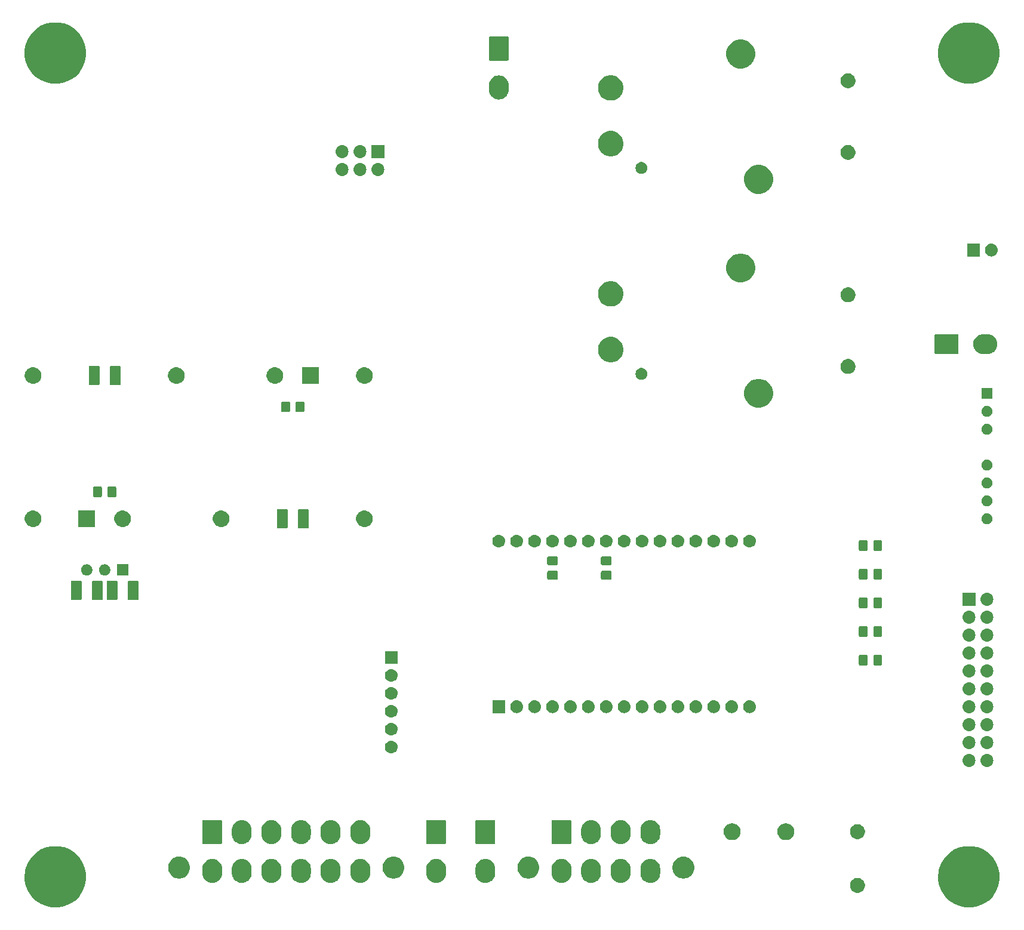
<source format=gbr>
G04 #@! TF.GenerationSoftware,KiCad,Pcbnew,(5.1.4)-1*
G04 #@! TF.CreationDate,2019-11-19T11:44:18-05:00*
G04 #@! TF.ProjectId,PacMan,5061634d-616e-42e6-9b69-6361645f7063,rev?*
G04 #@! TF.SameCoordinates,Original*
G04 #@! TF.FileFunction,Soldermask,Bot*
G04 #@! TF.FilePolarity,Negative*
%FSLAX46Y46*%
G04 Gerber Fmt 4.6, Leading zero omitted, Abs format (unit mm)*
G04 Created by KiCad (PCBNEW (5.1.4)-1) date 2019-11-19 11:44:18*
%MOMM*%
%LPD*%
G04 APERTURE LIST*
%ADD10C,0.100000*%
G04 APERTURE END LIST*
D10*
G36*
X156758156Y-158232794D02*
G01*
X157479140Y-158376206D01*
X158270972Y-158704193D01*
X158983601Y-159180357D01*
X159589643Y-159786399D01*
X160065807Y-160499028D01*
X160393794Y-161290860D01*
X160475656Y-161702410D01*
X160550529Y-162078820D01*
X160561000Y-162131464D01*
X160561000Y-162988536D01*
X160393794Y-163829140D01*
X160065807Y-164620972D01*
X159589643Y-165333601D01*
X158983601Y-165939643D01*
X158270972Y-166415807D01*
X157479140Y-166743794D01*
X156758156Y-166887206D01*
X156638537Y-166911000D01*
X155781463Y-166911000D01*
X155661844Y-166887206D01*
X154940860Y-166743794D01*
X154149028Y-166415807D01*
X153436399Y-165939643D01*
X152830357Y-165333601D01*
X152354193Y-164620972D01*
X152026206Y-163829140D01*
X151859000Y-162988536D01*
X151859000Y-162131464D01*
X151869472Y-162078820D01*
X151944344Y-161702410D01*
X152026206Y-161290860D01*
X152354193Y-160499028D01*
X152830357Y-159786399D01*
X153436399Y-159180357D01*
X154149028Y-158704193D01*
X154940860Y-158376206D01*
X155661844Y-158232794D01*
X155781463Y-158209000D01*
X156638537Y-158209000D01*
X156758156Y-158232794D01*
X156758156Y-158232794D01*
G37*
G36*
X27218156Y-158232794D02*
G01*
X27939140Y-158376206D01*
X28730972Y-158704193D01*
X29443601Y-159180357D01*
X30049643Y-159786399D01*
X30525807Y-160499028D01*
X30853794Y-161290860D01*
X30935656Y-161702410D01*
X31010529Y-162078820D01*
X31021000Y-162131464D01*
X31021000Y-162988536D01*
X30853794Y-163829140D01*
X30525807Y-164620972D01*
X30049643Y-165333601D01*
X29443601Y-165939643D01*
X28730972Y-166415807D01*
X27939140Y-166743794D01*
X27218156Y-166887206D01*
X27098537Y-166911000D01*
X26241463Y-166911000D01*
X26121844Y-166887206D01*
X25400860Y-166743794D01*
X24609028Y-166415807D01*
X23896399Y-165939643D01*
X23290357Y-165333601D01*
X22814193Y-164620972D01*
X22486206Y-163829140D01*
X22319000Y-162988536D01*
X22319000Y-162131464D01*
X22329472Y-162078820D01*
X22404344Y-161702410D01*
X22486206Y-161290860D01*
X22814193Y-160499028D01*
X23290357Y-159786399D01*
X23896399Y-159180357D01*
X24609028Y-158704193D01*
X25400860Y-158376206D01*
X26121844Y-158232794D01*
X26241463Y-158209000D01*
X27098537Y-158209000D01*
X27218156Y-158232794D01*
X27218156Y-158232794D01*
G37*
G36*
X140705064Y-162755889D02*
G01*
X140896333Y-162835115D01*
X140896335Y-162835116D01*
X141068473Y-162950135D01*
X141214865Y-163096527D01*
X141329885Y-163268667D01*
X141409111Y-163459936D01*
X141449500Y-163662984D01*
X141449500Y-163870016D01*
X141409111Y-164073064D01*
X141329885Y-164264333D01*
X141329884Y-164264335D01*
X141214865Y-164436473D01*
X141068473Y-164582865D01*
X140896335Y-164697884D01*
X140896334Y-164697885D01*
X140896333Y-164697885D01*
X140705064Y-164777111D01*
X140502016Y-164817500D01*
X140294984Y-164817500D01*
X140091936Y-164777111D01*
X139900667Y-164697885D01*
X139900666Y-164697885D01*
X139900665Y-164697884D01*
X139728527Y-164582865D01*
X139582135Y-164436473D01*
X139467116Y-164264335D01*
X139467115Y-164264333D01*
X139387889Y-164073064D01*
X139347500Y-163870016D01*
X139347500Y-163662984D01*
X139387889Y-163459936D01*
X139467115Y-163268667D01*
X139582135Y-163096527D01*
X139728527Y-162950135D01*
X139900665Y-162835116D01*
X139900667Y-162835115D01*
X140091936Y-162755889D01*
X140294984Y-162715500D01*
X140502016Y-162715500D01*
X140705064Y-162755889D01*
X140705064Y-162755889D01*
G37*
G36*
X102899643Y-160029272D02*
G01*
X103095016Y-160088538D01*
X103163736Y-160109384D01*
X103393201Y-160232036D01*
X103407119Y-160239475D01*
X103448797Y-160273680D01*
X103620450Y-160414550D01*
X103763092Y-160588360D01*
X103795525Y-160627880D01*
X103795526Y-160627882D01*
X103925616Y-160871263D01*
X103946462Y-160939983D01*
X104005728Y-161135356D01*
X104026000Y-161341182D01*
X104026000Y-162078817D01*
X104005728Y-162284643D01*
X103954129Y-162454741D01*
X103925616Y-162548737D01*
X103814891Y-162755889D01*
X103795525Y-162792120D01*
X103760239Y-162835116D01*
X103620450Y-163005450D01*
X103462691Y-163134918D01*
X103407120Y-163180525D01*
X103407118Y-163180526D01*
X103163737Y-163310616D01*
X103095017Y-163331462D01*
X102899644Y-163390728D01*
X102625000Y-163417778D01*
X102350357Y-163390728D01*
X102154984Y-163331462D01*
X102086264Y-163310616D01*
X101842883Y-163180526D01*
X101842881Y-163180525D01*
X101801203Y-163146320D01*
X101629550Y-163005450D01*
X101461763Y-162801000D01*
X101454475Y-162792120D01*
X101435109Y-162755889D01*
X101324384Y-162548737D01*
X101295870Y-162454740D01*
X101244272Y-162284644D01*
X101224000Y-162078818D01*
X101224000Y-161341183D01*
X101244272Y-161135357D01*
X101324383Y-160871268D01*
X101324384Y-160871264D01*
X101454474Y-160627883D01*
X101454475Y-160627881D01*
X101488680Y-160586203D01*
X101629550Y-160414550D01*
X101803360Y-160271908D01*
X101842880Y-160239475D01*
X101856798Y-160232036D01*
X102086263Y-160109384D01*
X102154983Y-160088538D01*
X102350356Y-160029272D01*
X102625000Y-160002222D01*
X102899643Y-160029272D01*
X102899643Y-160029272D01*
G37*
G36*
X111299643Y-160029272D02*
G01*
X111495016Y-160088538D01*
X111563736Y-160109384D01*
X111793201Y-160232036D01*
X111807119Y-160239475D01*
X111848797Y-160273680D01*
X112020450Y-160414550D01*
X112163092Y-160588360D01*
X112195525Y-160627880D01*
X112195526Y-160627882D01*
X112325616Y-160871263D01*
X112346462Y-160939983D01*
X112405728Y-161135356D01*
X112426000Y-161341182D01*
X112426000Y-162078817D01*
X112405728Y-162284643D01*
X112354129Y-162454741D01*
X112325616Y-162548737D01*
X112214891Y-162755889D01*
X112195525Y-162792120D01*
X112160239Y-162835116D01*
X112020450Y-163005450D01*
X111862691Y-163134918D01*
X111807120Y-163180525D01*
X111807118Y-163180526D01*
X111563737Y-163310616D01*
X111495017Y-163331462D01*
X111299644Y-163390728D01*
X111025000Y-163417778D01*
X110750357Y-163390728D01*
X110554984Y-163331462D01*
X110486264Y-163310616D01*
X110242883Y-163180526D01*
X110242881Y-163180525D01*
X110201203Y-163146320D01*
X110029550Y-163005450D01*
X109861763Y-162801000D01*
X109854475Y-162792120D01*
X109835109Y-162755889D01*
X109724384Y-162548737D01*
X109695870Y-162454740D01*
X109644272Y-162284644D01*
X109624000Y-162078818D01*
X109624000Y-161341183D01*
X109644272Y-161135357D01*
X109724383Y-160871268D01*
X109724384Y-160871264D01*
X109854474Y-160627883D01*
X109854475Y-160627881D01*
X109888680Y-160586203D01*
X110029550Y-160414550D01*
X110203360Y-160271908D01*
X110242880Y-160239475D01*
X110256798Y-160232036D01*
X110486263Y-160109384D01*
X110554983Y-160088538D01*
X110750356Y-160029272D01*
X111025000Y-160002222D01*
X111299643Y-160029272D01*
X111299643Y-160029272D01*
G37*
G36*
X107099643Y-160029272D02*
G01*
X107295016Y-160088538D01*
X107363736Y-160109384D01*
X107593201Y-160232036D01*
X107607119Y-160239475D01*
X107648797Y-160273680D01*
X107820450Y-160414550D01*
X107963092Y-160588360D01*
X107995525Y-160627880D01*
X107995526Y-160627882D01*
X108125616Y-160871263D01*
X108146462Y-160939983D01*
X108205728Y-161135356D01*
X108226000Y-161341182D01*
X108226000Y-162078817D01*
X108205728Y-162284643D01*
X108154129Y-162454741D01*
X108125616Y-162548737D01*
X108014891Y-162755889D01*
X107995525Y-162792120D01*
X107960239Y-162835116D01*
X107820450Y-163005450D01*
X107662691Y-163134918D01*
X107607120Y-163180525D01*
X107607118Y-163180526D01*
X107363737Y-163310616D01*
X107295017Y-163331462D01*
X107099644Y-163390728D01*
X106825000Y-163417778D01*
X106550357Y-163390728D01*
X106354984Y-163331462D01*
X106286264Y-163310616D01*
X106042883Y-163180526D01*
X106042881Y-163180525D01*
X106001203Y-163146320D01*
X105829550Y-163005450D01*
X105661763Y-162801000D01*
X105654475Y-162792120D01*
X105635109Y-162755889D01*
X105524384Y-162548737D01*
X105495870Y-162454740D01*
X105444272Y-162284644D01*
X105424000Y-162078818D01*
X105424000Y-161341183D01*
X105444272Y-161135357D01*
X105524383Y-160871268D01*
X105524384Y-160871264D01*
X105654474Y-160627883D01*
X105654475Y-160627881D01*
X105688680Y-160586203D01*
X105829550Y-160414550D01*
X106003360Y-160271908D01*
X106042880Y-160239475D01*
X106056798Y-160232036D01*
X106286263Y-160109384D01*
X106354983Y-160088538D01*
X106550356Y-160029272D01*
X106825000Y-160002222D01*
X107099643Y-160029272D01*
X107099643Y-160029272D01*
G37*
G36*
X98699643Y-160029272D02*
G01*
X98895016Y-160088538D01*
X98963736Y-160109384D01*
X99193201Y-160232036D01*
X99207119Y-160239475D01*
X99248797Y-160273680D01*
X99420450Y-160414550D01*
X99563092Y-160588360D01*
X99595525Y-160627880D01*
X99595526Y-160627882D01*
X99725616Y-160871263D01*
X99746462Y-160939983D01*
X99805728Y-161135356D01*
X99826000Y-161341182D01*
X99826000Y-162078817D01*
X99805728Y-162284643D01*
X99754129Y-162454741D01*
X99725616Y-162548737D01*
X99614891Y-162755889D01*
X99595525Y-162792120D01*
X99560239Y-162835116D01*
X99420450Y-163005450D01*
X99262691Y-163134918D01*
X99207120Y-163180525D01*
X99207118Y-163180526D01*
X98963737Y-163310616D01*
X98895017Y-163331462D01*
X98699644Y-163390728D01*
X98425000Y-163417778D01*
X98150357Y-163390728D01*
X97954984Y-163331462D01*
X97886264Y-163310616D01*
X97642883Y-163180526D01*
X97642881Y-163180525D01*
X97601203Y-163146320D01*
X97429550Y-163005450D01*
X97261763Y-162801000D01*
X97254475Y-162792120D01*
X97235109Y-162755889D01*
X97124384Y-162548737D01*
X97095870Y-162454740D01*
X97044272Y-162284644D01*
X97024000Y-162078818D01*
X97024000Y-161341183D01*
X97044272Y-161135357D01*
X97124383Y-160871268D01*
X97124384Y-160871264D01*
X97254474Y-160627883D01*
X97254475Y-160627881D01*
X97288680Y-160586203D01*
X97429550Y-160414550D01*
X97603360Y-160271908D01*
X97642880Y-160239475D01*
X97656798Y-160232036D01*
X97886263Y-160109384D01*
X97954983Y-160088538D01*
X98150356Y-160029272D01*
X98425000Y-160002222D01*
X98699643Y-160029272D01*
X98699643Y-160029272D01*
G37*
G36*
X53369643Y-160029272D02*
G01*
X53565016Y-160088538D01*
X53633736Y-160109384D01*
X53863201Y-160232036D01*
X53877119Y-160239475D01*
X53918797Y-160273680D01*
X54090450Y-160414550D01*
X54233092Y-160588360D01*
X54265525Y-160627880D01*
X54265526Y-160627882D01*
X54395616Y-160871263D01*
X54416462Y-160939983D01*
X54475728Y-161135356D01*
X54496000Y-161341182D01*
X54496000Y-162078817D01*
X54475728Y-162284643D01*
X54424129Y-162454741D01*
X54395616Y-162548737D01*
X54284891Y-162755889D01*
X54265525Y-162792120D01*
X54230239Y-162835116D01*
X54090450Y-163005450D01*
X53932691Y-163134918D01*
X53877120Y-163180525D01*
X53877118Y-163180526D01*
X53633737Y-163310616D01*
X53565017Y-163331462D01*
X53369644Y-163390728D01*
X53095000Y-163417778D01*
X52820357Y-163390728D01*
X52624984Y-163331462D01*
X52556264Y-163310616D01*
X52312883Y-163180526D01*
X52312881Y-163180525D01*
X52271203Y-163146320D01*
X52099550Y-163005450D01*
X51931763Y-162801000D01*
X51924475Y-162792120D01*
X51905109Y-162755889D01*
X51794384Y-162548737D01*
X51765870Y-162454740D01*
X51714272Y-162284644D01*
X51694000Y-162078818D01*
X51694000Y-161341183D01*
X51714272Y-161135357D01*
X51794383Y-160871268D01*
X51794384Y-160871264D01*
X51924474Y-160627883D01*
X51924475Y-160627881D01*
X51958680Y-160586203D01*
X52099550Y-160414550D01*
X52273360Y-160271908D01*
X52312880Y-160239475D01*
X52326798Y-160232036D01*
X52556263Y-160109384D01*
X52624983Y-160088538D01*
X52820356Y-160029272D01*
X53095000Y-160002222D01*
X53369643Y-160029272D01*
X53369643Y-160029272D01*
G37*
G36*
X57569643Y-160029272D02*
G01*
X57765016Y-160088538D01*
X57833736Y-160109384D01*
X58063201Y-160232036D01*
X58077119Y-160239475D01*
X58118797Y-160273680D01*
X58290450Y-160414550D01*
X58433092Y-160588360D01*
X58465525Y-160627880D01*
X58465526Y-160627882D01*
X58595616Y-160871263D01*
X58616462Y-160939983D01*
X58675728Y-161135356D01*
X58696000Y-161341182D01*
X58696000Y-162078817D01*
X58675728Y-162284643D01*
X58624129Y-162454741D01*
X58595616Y-162548737D01*
X58484891Y-162755889D01*
X58465525Y-162792120D01*
X58430239Y-162835116D01*
X58290450Y-163005450D01*
X58132691Y-163134918D01*
X58077120Y-163180525D01*
X58077118Y-163180526D01*
X57833737Y-163310616D01*
X57765017Y-163331462D01*
X57569644Y-163390728D01*
X57295000Y-163417778D01*
X57020357Y-163390728D01*
X56824984Y-163331462D01*
X56756264Y-163310616D01*
X56512883Y-163180526D01*
X56512881Y-163180525D01*
X56471203Y-163146320D01*
X56299550Y-163005450D01*
X56131763Y-162801000D01*
X56124475Y-162792120D01*
X56105109Y-162755889D01*
X55994384Y-162548737D01*
X55965870Y-162454740D01*
X55914272Y-162284644D01*
X55894000Y-162078818D01*
X55894000Y-161341183D01*
X55914272Y-161135357D01*
X55994383Y-160871268D01*
X55994384Y-160871264D01*
X56124474Y-160627883D01*
X56124475Y-160627881D01*
X56158680Y-160586203D01*
X56299550Y-160414550D01*
X56473360Y-160271908D01*
X56512880Y-160239475D01*
X56526798Y-160232036D01*
X56756263Y-160109384D01*
X56824983Y-160088538D01*
X57020356Y-160029272D01*
X57295000Y-160002222D01*
X57569643Y-160029272D01*
X57569643Y-160029272D01*
G37*
G36*
X49169643Y-160029272D02*
G01*
X49365016Y-160088538D01*
X49433736Y-160109384D01*
X49663201Y-160232036D01*
X49677119Y-160239475D01*
X49718797Y-160273680D01*
X49890450Y-160414550D01*
X50033092Y-160588360D01*
X50065525Y-160627880D01*
X50065526Y-160627882D01*
X50195616Y-160871263D01*
X50216462Y-160939983D01*
X50275728Y-161135356D01*
X50296000Y-161341182D01*
X50296000Y-162078817D01*
X50275728Y-162284643D01*
X50224129Y-162454741D01*
X50195616Y-162548737D01*
X50084891Y-162755889D01*
X50065525Y-162792120D01*
X50030239Y-162835116D01*
X49890450Y-163005450D01*
X49732691Y-163134918D01*
X49677120Y-163180525D01*
X49677118Y-163180526D01*
X49433737Y-163310616D01*
X49365017Y-163331462D01*
X49169644Y-163390728D01*
X48895000Y-163417778D01*
X48620357Y-163390728D01*
X48424984Y-163331462D01*
X48356264Y-163310616D01*
X48112883Y-163180526D01*
X48112881Y-163180525D01*
X48071203Y-163146320D01*
X47899550Y-163005450D01*
X47731763Y-162801000D01*
X47724475Y-162792120D01*
X47705109Y-162755889D01*
X47594384Y-162548737D01*
X47565870Y-162454740D01*
X47514272Y-162284644D01*
X47494000Y-162078818D01*
X47494000Y-161341183D01*
X47514272Y-161135357D01*
X47594383Y-160871268D01*
X47594384Y-160871264D01*
X47724474Y-160627883D01*
X47724475Y-160627881D01*
X47758680Y-160586203D01*
X47899550Y-160414550D01*
X48073360Y-160271908D01*
X48112880Y-160239475D01*
X48126798Y-160232036D01*
X48356263Y-160109384D01*
X48424983Y-160088538D01*
X48620356Y-160029272D01*
X48895000Y-160002222D01*
X49169643Y-160029272D01*
X49169643Y-160029272D01*
G37*
G36*
X65969643Y-160029272D02*
G01*
X66165016Y-160088538D01*
X66233736Y-160109384D01*
X66463201Y-160232036D01*
X66477119Y-160239475D01*
X66518797Y-160273680D01*
X66690450Y-160414550D01*
X66833092Y-160588360D01*
X66865525Y-160627880D01*
X66865526Y-160627882D01*
X66995616Y-160871263D01*
X67016462Y-160939983D01*
X67075728Y-161135356D01*
X67096000Y-161341182D01*
X67096000Y-162078817D01*
X67075728Y-162284643D01*
X67024129Y-162454741D01*
X66995616Y-162548737D01*
X66884891Y-162755889D01*
X66865525Y-162792120D01*
X66830239Y-162835116D01*
X66690450Y-163005450D01*
X66532691Y-163134918D01*
X66477120Y-163180525D01*
X66477118Y-163180526D01*
X66233737Y-163310616D01*
X66165017Y-163331462D01*
X65969644Y-163390728D01*
X65695000Y-163417778D01*
X65420357Y-163390728D01*
X65224984Y-163331462D01*
X65156264Y-163310616D01*
X64912883Y-163180526D01*
X64912881Y-163180525D01*
X64871203Y-163146320D01*
X64699550Y-163005450D01*
X64531763Y-162801000D01*
X64524475Y-162792120D01*
X64505109Y-162755889D01*
X64394384Y-162548737D01*
X64365870Y-162454740D01*
X64314272Y-162284644D01*
X64294000Y-162078818D01*
X64294000Y-161341183D01*
X64314272Y-161135357D01*
X64394383Y-160871268D01*
X64394384Y-160871264D01*
X64524474Y-160627883D01*
X64524475Y-160627881D01*
X64558680Y-160586203D01*
X64699550Y-160414550D01*
X64873360Y-160271908D01*
X64912880Y-160239475D01*
X64926798Y-160232036D01*
X65156263Y-160109384D01*
X65224983Y-160088538D01*
X65420356Y-160029272D01*
X65695000Y-160002222D01*
X65969643Y-160029272D01*
X65969643Y-160029272D01*
G37*
G36*
X70169643Y-160029272D02*
G01*
X70365016Y-160088538D01*
X70433736Y-160109384D01*
X70663201Y-160232036D01*
X70677119Y-160239475D01*
X70718797Y-160273680D01*
X70890450Y-160414550D01*
X71033092Y-160588360D01*
X71065525Y-160627880D01*
X71065526Y-160627882D01*
X71195616Y-160871263D01*
X71216462Y-160939983D01*
X71275728Y-161135356D01*
X71296000Y-161341182D01*
X71296000Y-162078817D01*
X71275728Y-162284643D01*
X71224129Y-162454741D01*
X71195616Y-162548737D01*
X71084891Y-162755889D01*
X71065525Y-162792120D01*
X71030239Y-162835116D01*
X70890450Y-163005450D01*
X70732691Y-163134918D01*
X70677120Y-163180525D01*
X70677118Y-163180526D01*
X70433737Y-163310616D01*
X70365017Y-163331462D01*
X70169644Y-163390728D01*
X69895000Y-163417778D01*
X69620357Y-163390728D01*
X69424984Y-163331462D01*
X69356264Y-163310616D01*
X69112883Y-163180526D01*
X69112881Y-163180525D01*
X69071203Y-163146320D01*
X68899550Y-163005450D01*
X68731763Y-162801000D01*
X68724475Y-162792120D01*
X68705109Y-162755889D01*
X68594384Y-162548737D01*
X68565870Y-162454740D01*
X68514272Y-162284644D01*
X68494000Y-162078818D01*
X68494000Y-161341183D01*
X68514272Y-161135357D01*
X68594383Y-160871268D01*
X68594384Y-160871264D01*
X68724474Y-160627883D01*
X68724475Y-160627881D01*
X68758680Y-160586203D01*
X68899550Y-160414550D01*
X69073360Y-160271908D01*
X69112880Y-160239475D01*
X69126798Y-160232036D01*
X69356263Y-160109384D01*
X69424983Y-160088538D01*
X69620356Y-160029272D01*
X69895000Y-160002222D01*
X70169643Y-160029272D01*
X70169643Y-160029272D01*
G37*
G36*
X80919643Y-160029272D02*
G01*
X81115016Y-160088538D01*
X81183736Y-160109384D01*
X81413201Y-160232036D01*
X81427119Y-160239475D01*
X81468797Y-160273680D01*
X81640450Y-160414550D01*
X81783092Y-160588360D01*
X81815525Y-160627880D01*
X81815526Y-160627882D01*
X81945616Y-160871263D01*
X81966462Y-160939983D01*
X82025728Y-161135356D01*
X82046000Y-161341182D01*
X82046000Y-162078817D01*
X82025728Y-162284643D01*
X81974129Y-162454741D01*
X81945616Y-162548737D01*
X81834891Y-162755889D01*
X81815525Y-162792120D01*
X81780239Y-162835116D01*
X81640450Y-163005450D01*
X81482691Y-163134918D01*
X81427120Y-163180525D01*
X81427118Y-163180526D01*
X81183737Y-163310616D01*
X81115017Y-163331462D01*
X80919644Y-163390728D01*
X80645000Y-163417778D01*
X80370357Y-163390728D01*
X80174984Y-163331462D01*
X80106264Y-163310616D01*
X79862883Y-163180526D01*
X79862881Y-163180525D01*
X79821203Y-163146320D01*
X79649550Y-163005450D01*
X79481763Y-162801000D01*
X79474475Y-162792120D01*
X79455109Y-162755889D01*
X79344384Y-162548737D01*
X79315870Y-162454740D01*
X79264272Y-162284644D01*
X79244000Y-162078818D01*
X79244000Y-161341183D01*
X79264272Y-161135357D01*
X79344383Y-160871268D01*
X79344384Y-160871264D01*
X79474474Y-160627883D01*
X79474475Y-160627881D01*
X79508680Y-160586203D01*
X79649550Y-160414550D01*
X79823360Y-160271908D01*
X79862880Y-160239475D01*
X79876798Y-160232036D01*
X80106263Y-160109384D01*
X80174983Y-160088538D01*
X80370356Y-160029272D01*
X80645000Y-160002222D01*
X80919643Y-160029272D01*
X80919643Y-160029272D01*
G37*
G36*
X87904643Y-160029272D02*
G01*
X88100016Y-160088538D01*
X88168736Y-160109384D01*
X88398201Y-160232036D01*
X88412119Y-160239475D01*
X88453797Y-160273680D01*
X88625450Y-160414550D01*
X88768092Y-160588360D01*
X88800525Y-160627880D01*
X88800526Y-160627882D01*
X88930616Y-160871263D01*
X88951462Y-160939983D01*
X89010728Y-161135356D01*
X89031000Y-161341182D01*
X89031000Y-162078817D01*
X89010728Y-162284643D01*
X88959129Y-162454741D01*
X88930616Y-162548737D01*
X88819891Y-162755889D01*
X88800525Y-162792120D01*
X88765239Y-162835116D01*
X88625450Y-163005450D01*
X88467691Y-163134918D01*
X88412120Y-163180525D01*
X88412118Y-163180526D01*
X88168737Y-163310616D01*
X88100017Y-163331462D01*
X87904644Y-163390728D01*
X87630000Y-163417778D01*
X87355357Y-163390728D01*
X87159984Y-163331462D01*
X87091264Y-163310616D01*
X86847883Y-163180526D01*
X86847881Y-163180525D01*
X86806203Y-163146320D01*
X86634550Y-163005450D01*
X86466763Y-162801000D01*
X86459475Y-162792120D01*
X86440109Y-162755889D01*
X86329384Y-162548737D01*
X86300870Y-162454740D01*
X86249272Y-162284644D01*
X86229000Y-162078818D01*
X86229000Y-161341183D01*
X86249272Y-161135357D01*
X86329383Y-160871268D01*
X86329384Y-160871264D01*
X86459474Y-160627883D01*
X86459475Y-160627881D01*
X86493680Y-160586203D01*
X86634550Y-160414550D01*
X86808360Y-160271908D01*
X86847880Y-160239475D01*
X86861798Y-160232036D01*
X87091263Y-160109384D01*
X87159983Y-160088538D01*
X87355356Y-160029272D01*
X87630000Y-160002222D01*
X87904643Y-160029272D01*
X87904643Y-160029272D01*
G37*
G36*
X61769643Y-160029272D02*
G01*
X61965016Y-160088538D01*
X62033736Y-160109384D01*
X62263201Y-160232036D01*
X62277119Y-160239475D01*
X62318797Y-160273680D01*
X62490450Y-160414550D01*
X62633092Y-160588360D01*
X62665525Y-160627880D01*
X62665526Y-160627882D01*
X62795616Y-160871263D01*
X62816462Y-160939983D01*
X62875728Y-161135356D01*
X62896000Y-161341182D01*
X62896000Y-162078817D01*
X62875728Y-162284643D01*
X62824129Y-162454741D01*
X62795616Y-162548737D01*
X62684891Y-162755889D01*
X62665525Y-162792120D01*
X62630239Y-162835116D01*
X62490450Y-163005450D01*
X62332691Y-163134918D01*
X62277120Y-163180525D01*
X62277118Y-163180526D01*
X62033737Y-163310616D01*
X61965017Y-163331462D01*
X61769644Y-163390728D01*
X61495000Y-163417778D01*
X61220357Y-163390728D01*
X61024984Y-163331462D01*
X60956264Y-163310616D01*
X60712883Y-163180526D01*
X60712881Y-163180525D01*
X60671203Y-163146320D01*
X60499550Y-163005450D01*
X60331763Y-162801000D01*
X60324475Y-162792120D01*
X60305109Y-162755889D01*
X60194384Y-162548737D01*
X60165870Y-162454740D01*
X60114272Y-162284644D01*
X60094000Y-162078818D01*
X60094000Y-161341183D01*
X60114272Y-161135357D01*
X60194383Y-160871268D01*
X60194384Y-160871264D01*
X60324474Y-160627883D01*
X60324475Y-160627881D01*
X60358680Y-160586203D01*
X60499550Y-160414550D01*
X60673360Y-160271908D01*
X60712880Y-160239475D01*
X60726798Y-160232036D01*
X60956263Y-160109384D01*
X61024983Y-160088538D01*
X61220356Y-160029272D01*
X61495000Y-160002222D01*
X61769643Y-160029272D01*
X61769643Y-160029272D01*
G37*
G36*
X44497585Y-159728802D02*
G01*
X44647410Y-159758604D01*
X44929674Y-159875521D01*
X45183705Y-160045259D01*
X45399741Y-160261295D01*
X45569479Y-160515326D01*
X45686396Y-160797590D01*
X45746000Y-161097240D01*
X45746000Y-161402760D01*
X45686396Y-161702410D01*
X45569479Y-161984674D01*
X45399741Y-162238705D01*
X45183705Y-162454741D01*
X44929674Y-162624479D01*
X44647410Y-162741396D01*
X44497585Y-162771198D01*
X44347761Y-162801000D01*
X44042239Y-162801000D01*
X43892415Y-162771198D01*
X43742590Y-162741396D01*
X43460326Y-162624479D01*
X43206295Y-162454741D01*
X42990259Y-162238705D01*
X42820521Y-161984674D01*
X42703604Y-161702410D01*
X42644000Y-161402760D01*
X42644000Y-161097240D01*
X42703604Y-160797590D01*
X42820521Y-160515326D01*
X42990259Y-160261295D01*
X43206295Y-160045259D01*
X43460326Y-159875521D01*
X43742590Y-159758604D01*
X43892415Y-159728802D01*
X44042239Y-159699000D01*
X44347761Y-159699000D01*
X44497585Y-159728802D01*
X44497585Y-159728802D01*
G37*
G36*
X116027585Y-159728802D02*
G01*
X116177410Y-159758604D01*
X116459674Y-159875521D01*
X116713705Y-160045259D01*
X116929741Y-160261295D01*
X117099479Y-160515326D01*
X117216396Y-160797590D01*
X117276000Y-161097240D01*
X117276000Y-161402760D01*
X117216396Y-161702410D01*
X117099479Y-161984674D01*
X116929741Y-162238705D01*
X116713705Y-162454741D01*
X116459674Y-162624479D01*
X116177410Y-162741396D01*
X116027585Y-162771198D01*
X115877761Y-162801000D01*
X115572239Y-162801000D01*
X115422415Y-162771198D01*
X115272590Y-162741396D01*
X114990326Y-162624479D01*
X114736295Y-162454741D01*
X114520259Y-162238705D01*
X114350521Y-161984674D01*
X114233604Y-161702410D01*
X114174000Y-161402760D01*
X114174000Y-161097240D01*
X114233604Y-160797590D01*
X114350521Y-160515326D01*
X114520259Y-160261295D01*
X114736295Y-160045259D01*
X114990326Y-159875521D01*
X115272590Y-159758604D01*
X115422415Y-159728802D01*
X115572239Y-159699000D01*
X115877761Y-159699000D01*
X116027585Y-159728802D01*
X116027585Y-159728802D01*
G37*
G36*
X94027585Y-159728802D02*
G01*
X94177410Y-159758604D01*
X94459674Y-159875521D01*
X94713705Y-160045259D01*
X94929741Y-160261295D01*
X95099479Y-160515326D01*
X95216396Y-160797590D01*
X95276000Y-161097240D01*
X95276000Y-161402760D01*
X95216396Y-161702410D01*
X95099479Y-161984674D01*
X94929741Y-162238705D01*
X94713705Y-162454741D01*
X94459674Y-162624479D01*
X94177410Y-162741396D01*
X94027585Y-162771198D01*
X93877761Y-162801000D01*
X93572239Y-162801000D01*
X93422415Y-162771198D01*
X93272590Y-162741396D01*
X92990326Y-162624479D01*
X92736295Y-162454741D01*
X92520259Y-162238705D01*
X92350521Y-161984674D01*
X92233604Y-161702410D01*
X92174000Y-161402760D01*
X92174000Y-161097240D01*
X92233604Y-160797590D01*
X92350521Y-160515326D01*
X92520259Y-160261295D01*
X92736295Y-160045259D01*
X92990326Y-159875521D01*
X93272590Y-159758604D01*
X93422415Y-159728802D01*
X93572239Y-159699000D01*
X93877761Y-159699000D01*
X94027585Y-159728802D01*
X94027585Y-159728802D01*
G37*
G36*
X74897585Y-159728802D02*
G01*
X75047410Y-159758604D01*
X75329674Y-159875521D01*
X75583705Y-160045259D01*
X75799741Y-160261295D01*
X75969479Y-160515326D01*
X76086396Y-160797590D01*
X76146000Y-161097240D01*
X76146000Y-161402760D01*
X76086396Y-161702410D01*
X75969479Y-161984674D01*
X75799741Y-162238705D01*
X75583705Y-162454741D01*
X75329674Y-162624479D01*
X75047410Y-162741396D01*
X74897585Y-162771198D01*
X74747761Y-162801000D01*
X74442239Y-162801000D01*
X74292415Y-162771198D01*
X74142590Y-162741396D01*
X73860326Y-162624479D01*
X73606295Y-162454741D01*
X73390259Y-162238705D01*
X73220521Y-161984674D01*
X73103604Y-161702410D01*
X73044000Y-161402760D01*
X73044000Y-161097240D01*
X73103604Y-160797590D01*
X73220521Y-160515326D01*
X73390259Y-160261295D01*
X73606295Y-160045259D01*
X73860326Y-159875521D01*
X74142590Y-159758604D01*
X74292415Y-159728802D01*
X74442239Y-159699000D01*
X74747761Y-159699000D01*
X74897585Y-159728802D01*
X74897585Y-159728802D01*
G37*
G36*
X111299643Y-154529272D02*
G01*
X111495016Y-154588538D01*
X111563736Y-154609384D01*
X111766624Y-154717830D01*
X111807119Y-154739475D01*
X111842419Y-154768445D01*
X112020450Y-154914550D01*
X112158025Y-155082187D01*
X112195525Y-155127880D01*
X112195526Y-155127882D01*
X112325616Y-155371263D01*
X112328541Y-155380907D01*
X112405728Y-155635356D01*
X112426000Y-155841182D01*
X112426000Y-156578817D01*
X112405728Y-156784643D01*
X112367066Y-156912093D01*
X112325616Y-157048737D01*
X112246100Y-157197500D01*
X112195525Y-157292120D01*
X112150075Y-157347500D01*
X112020450Y-157505450D01*
X111862691Y-157634918D01*
X111807120Y-157680525D01*
X111807118Y-157680526D01*
X111563737Y-157810616D01*
X111495017Y-157831462D01*
X111299644Y-157890728D01*
X111025000Y-157917778D01*
X110750357Y-157890728D01*
X110554984Y-157831462D01*
X110486264Y-157810616D01*
X110242883Y-157680526D01*
X110242881Y-157680525D01*
X110201203Y-157646320D01*
X110029550Y-157505450D01*
X109862047Y-157301346D01*
X109854475Y-157292120D01*
X109803900Y-157197500D01*
X109724384Y-157048737D01*
X109698335Y-156962865D01*
X109644272Y-156784644D01*
X109624000Y-156578818D01*
X109624000Y-155841183D01*
X109644272Y-155635357D01*
X109724383Y-155371268D01*
X109724384Y-155371264D01*
X109854474Y-155127883D01*
X109854475Y-155127881D01*
X109891975Y-155082187D01*
X110029550Y-154914550D01*
X110203360Y-154771908D01*
X110242880Y-154739475D01*
X110283375Y-154717830D01*
X110486263Y-154609384D01*
X110554983Y-154588538D01*
X110750356Y-154529272D01*
X111025000Y-154502222D01*
X111299643Y-154529272D01*
X111299643Y-154529272D01*
G37*
G36*
X107099643Y-154529272D02*
G01*
X107295016Y-154588538D01*
X107363736Y-154609384D01*
X107566624Y-154717830D01*
X107607119Y-154739475D01*
X107642419Y-154768445D01*
X107820450Y-154914550D01*
X107958025Y-155082187D01*
X107995525Y-155127880D01*
X107995526Y-155127882D01*
X108125616Y-155371263D01*
X108128541Y-155380907D01*
X108205728Y-155635356D01*
X108226000Y-155841182D01*
X108226000Y-156578817D01*
X108205728Y-156784643D01*
X108167066Y-156912093D01*
X108125616Y-157048737D01*
X108046100Y-157197500D01*
X107995525Y-157292120D01*
X107950075Y-157347500D01*
X107820450Y-157505450D01*
X107662691Y-157634918D01*
X107607120Y-157680525D01*
X107607118Y-157680526D01*
X107363737Y-157810616D01*
X107295017Y-157831462D01*
X107099644Y-157890728D01*
X106825000Y-157917778D01*
X106550357Y-157890728D01*
X106354984Y-157831462D01*
X106286264Y-157810616D01*
X106042883Y-157680526D01*
X106042881Y-157680525D01*
X106001203Y-157646320D01*
X105829550Y-157505450D01*
X105662047Y-157301346D01*
X105654475Y-157292120D01*
X105603900Y-157197500D01*
X105524384Y-157048737D01*
X105498335Y-156962865D01*
X105444272Y-156784644D01*
X105424000Y-156578818D01*
X105424000Y-155841183D01*
X105444272Y-155635357D01*
X105524383Y-155371268D01*
X105524384Y-155371264D01*
X105654474Y-155127883D01*
X105654475Y-155127881D01*
X105691975Y-155082187D01*
X105829550Y-154914550D01*
X106003360Y-154771908D01*
X106042880Y-154739475D01*
X106083375Y-154717830D01*
X106286263Y-154609384D01*
X106354983Y-154588538D01*
X106550356Y-154529272D01*
X106825000Y-154502222D01*
X107099643Y-154529272D01*
X107099643Y-154529272D01*
G37*
G36*
X102899643Y-154529272D02*
G01*
X103095016Y-154588538D01*
X103163736Y-154609384D01*
X103366624Y-154717830D01*
X103407119Y-154739475D01*
X103442419Y-154768445D01*
X103620450Y-154914550D01*
X103758025Y-155082187D01*
X103795525Y-155127880D01*
X103795526Y-155127882D01*
X103925616Y-155371263D01*
X103928541Y-155380907D01*
X104005728Y-155635356D01*
X104026000Y-155841182D01*
X104026000Y-156578817D01*
X104005728Y-156784643D01*
X103967066Y-156912093D01*
X103925616Y-157048737D01*
X103846100Y-157197500D01*
X103795525Y-157292120D01*
X103750075Y-157347500D01*
X103620450Y-157505450D01*
X103462691Y-157634918D01*
X103407120Y-157680525D01*
X103407118Y-157680526D01*
X103163737Y-157810616D01*
X103095017Y-157831462D01*
X102899644Y-157890728D01*
X102625000Y-157917778D01*
X102350357Y-157890728D01*
X102154984Y-157831462D01*
X102086264Y-157810616D01*
X101842883Y-157680526D01*
X101842881Y-157680525D01*
X101801203Y-157646320D01*
X101629550Y-157505450D01*
X101462047Y-157301346D01*
X101454475Y-157292120D01*
X101403900Y-157197500D01*
X101324384Y-157048737D01*
X101298335Y-156962865D01*
X101244272Y-156784644D01*
X101224000Y-156578818D01*
X101224000Y-155841183D01*
X101244272Y-155635357D01*
X101324383Y-155371268D01*
X101324384Y-155371264D01*
X101454474Y-155127883D01*
X101454475Y-155127881D01*
X101491975Y-155082187D01*
X101629550Y-154914550D01*
X101803360Y-154771908D01*
X101842880Y-154739475D01*
X101883375Y-154717830D01*
X102086263Y-154609384D01*
X102154983Y-154588538D01*
X102350356Y-154529272D01*
X102625000Y-154502222D01*
X102899643Y-154529272D01*
X102899643Y-154529272D01*
G37*
G36*
X61769643Y-154529272D02*
G01*
X61965016Y-154588538D01*
X62033736Y-154609384D01*
X62236624Y-154717830D01*
X62277119Y-154739475D01*
X62312419Y-154768445D01*
X62490450Y-154914550D01*
X62628025Y-155082187D01*
X62665525Y-155127880D01*
X62665526Y-155127882D01*
X62795616Y-155371263D01*
X62798541Y-155380907D01*
X62875728Y-155635356D01*
X62896000Y-155841182D01*
X62896000Y-156578817D01*
X62875728Y-156784643D01*
X62837066Y-156912093D01*
X62795616Y-157048737D01*
X62716100Y-157197500D01*
X62665525Y-157292120D01*
X62620075Y-157347500D01*
X62490450Y-157505450D01*
X62332691Y-157634918D01*
X62277120Y-157680525D01*
X62277118Y-157680526D01*
X62033737Y-157810616D01*
X61965017Y-157831462D01*
X61769644Y-157890728D01*
X61495000Y-157917778D01*
X61220357Y-157890728D01*
X61024984Y-157831462D01*
X60956264Y-157810616D01*
X60712883Y-157680526D01*
X60712881Y-157680525D01*
X60671203Y-157646320D01*
X60499550Y-157505450D01*
X60332047Y-157301346D01*
X60324475Y-157292120D01*
X60273900Y-157197500D01*
X60194384Y-157048737D01*
X60168335Y-156962865D01*
X60114272Y-156784644D01*
X60094000Y-156578818D01*
X60094000Y-155841183D01*
X60114272Y-155635357D01*
X60194383Y-155371268D01*
X60194384Y-155371264D01*
X60324474Y-155127883D01*
X60324475Y-155127881D01*
X60361975Y-155082187D01*
X60499550Y-154914550D01*
X60673360Y-154771908D01*
X60712880Y-154739475D01*
X60753375Y-154717830D01*
X60956263Y-154609384D01*
X61024983Y-154588538D01*
X61220356Y-154529272D01*
X61495000Y-154502222D01*
X61769643Y-154529272D01*
X61769643Y-154529272D01*
G37*
G36*
X65969643Y-154529272D02*
G01*
X66165016Y-154588538D01*
X66233736Y-154609384D01*
X66436624Y-154717830D01*
X66477119Y-154739475D01*
X66512419Y-154768445D01*
X66690450Y-154914550D01*
X66828025Y-155082187D01*
X66865525Y-155127880D01*
X66865526Y-155127882D01*
X66995616Y-155371263D01*
X66998541Y-155380907D01*
X67075728Y-155635356D01*
X67096000Y-155841182D01*
X67096000Y-156578817D01*
X67075728Y-156784643D01*
X67037066Y-156912093D01*
X66995616Y-157048737D01*
X66916100Y-157197500D01*
X66865525Y-157292120D01*
X66820075Y-157347500D01*
X66690450Y-157505450D01*
X66532691Y-157634918D01*
X66477120Y-157680525D01*
X66477118Y-157680526D01*
X66233737Y-157810616D01*
X66165017Y-157831462D01*
X65969644Y-157890728D01*
X65695000Y-157917778D01*
X65420357Y-157890728D01*
X65224984Y-157831462D01*
X65156264Y-157810616D01*
X64912883Y-157680526D01*
X64912881Y-157680525D01*
X64871203Y-157646320D01*
X64699550Y-157505450D01*
X64532047Y-157301346D01*
X64524475Y-157292120D01*
X64473900Y-157197500D01*
X64394384Y-157048737D01*
X64368335Y-156962865D01*
X64314272Y-156784644D01*
X64294000Y-156578818D01*
X64294000Y-155841183D01*
X64314272Y-155635357D01*
X64394383Y-155371268D01*
X64394384Y-155371264D01*
X64524474Y-155127883D01*
X64524475Y-155127881D01*
X64561975Y-155082187D01*
X64699550Y-154914550D01*
X64873360Y-154771908D01*
X64912880Y-154739475D01*
X64953375Y-154717830D01*
X65156263Y-154609384D01*
X65224983Y-154588538D01*
X65420356Y-154529272D01*
X65695000Y-154502222D01*
X65969643Y-154529272D01*
X65969643Y-154529272D01*
G37*
G36*
X70169643Y-154529272D02*
G01*
X70365016Y-154588538D01*
X70433736Y-154609384D01*
X70636624Y-154717830D01*
X70677119Y-154739475D01*
X70712419Y-154768445D01*
X70890450Y-154914550D01*
X71028025Y-155082187D01*
X71065525Y-155127880D01*
X71065526Y-155127882D01*
X71195616Y-155371263D01*
X71198541Y-155380907D01*
X71275728Y-155635356D01*
X71296000Y-155841182D01*
X71296000Y-156578817D01*
X71275728Y-156784643D01*
X71237066Y-156912093D01*
X71195616Y-157048737D01*
X71116100Y-157197500D01*
X71065525Y-157292120D01*
X71020075Y-157347500D01*
X70890450Y-157505450D01*
X70732691Y-157634918D01*
X70677120Y-157680525D01*
X70677118Y-157680526D01*
X70433737Y-157810616D01*
X70365017Y-157831462D01*
X70169644Y-157890728D01*
X69895000Y-157917778D01*
X69620357Y-157890728D01*
X69424984Y-157831462D01*
X69356264Y-157810616D01*
X69112883Y-157680526D01*
X69112881Y-157680525D01*
X69071203Y-157646320D01*
X68899550Y-157505450D01*
X68732047Y-157301346D01*
X68724475Y-157292120D01*
X68673900Y-157197500D01*
X68594384Y-157048737D01*
X68568335Y-156962865D01*
X68514272Y-156784644D01*
X68494000Y-156578818D01*
X68494000Y-155841183D01*
X68514272Y-155635357D01*
X68594383Y-155371268D01*
X68594384Y-155371264D01*
X68724474Y-155127883D01*
X68724475Y-155127881D01*
X68761975Y-155082187D01*
X68899550Y-154914550D01*
X69073360Y-154771908D01*
X69112880Y-154739475D01*
X69153375Y-154717830D01*
X69356263Y-154609384D01*
X69424983Y-154588538D01*
X69620356Y-154529272D01*
X69895000Y-154502222D01*
X70169643Y-154529272D01*
X70169643Y-154529272D01*
G37*
G36*
X57569643Y-154529272D02*
G01*
X57765016Y-154588538D01*
X57833736Y-154609384D01*
X58036624Y-154717830D01*
X58077119Y-154739475D01*
X58112419Y-154768445D01*
X58290450Y-154914550D01*
X58428025Y-155082187D01*
X58465525Y-155127880D01*
X58465526Y-155127882D01*
X58595616Y-155371263D01*
X58598541Y-155380907D01*
X58675728Y-155635356D01*
X58696000Y-155841182D01*
X58696000Y-156578817D01*
X58675728Y-156784643D01*
X58637066Y-156912093D01*
X58595616Y-157048737D01*
X58516100Y-157197500D01*
X58465525Y-157292120D01*
X58420075Y-157347500D01*
X58290450Y-157505450D01*
X58132691Y-157634918D01*
X58077120Y-157680525D01*
X58077118Y-157680526D01*
X57833737Y-157810616D01*
X57765017Y-157831462D01*
X57569644Y-157890728D01*
X57295000Y-157917778D01*
X57020357Y-157890728D01*
X56824984Y-157831462D01*
X56756264Y-157810616D01*
X56512883Y-157680526D01*
X56512881Y-157680525D01*
X56471203Y-157646320D01*
X56299550Y-157505450D01*
X56132047Y-157301346D01*
X56124475Y-157292120D01*
X56073900Y-157197500D01*
X55994384Y-157048737D01*
X55968335Y-156962865D01*
X55914272Y-156784644D01*
X55894000Y-156578818D01*
X55894000Y-155841183D01*
X55914272Y-155635357D01*
X55994383Y-155371268D01*
X55994384Y-155371264D01*
X56124474Y-155127883D01*
X56124475Y-155127881D01*
X56161975Y-155082187D01*
X56299550Y-154914550D01*
X56473360Y-154771908D01*
X56512880Y-154739475D01*
X56553375Y-154717830D01*
X56756263Y-154609384D01*
X56824983Y-154588538D01*
X57020356Y-154529272D01*
X57295000Y-154502222D01*
X57569643Y-154529272D01*
X57569643Y-154529272D01*
G37*
G36*
X53369643Y-154529272D02*
G01*
X53565016Y-154588538D01*
X53633736Y-154609384D01*
X53836624Y-154717830D01*
X53877119Y-154739475D01*
X53912419Y-154768445D01*
X54090450Y-154914550D01*
X54228025Y-155082187D01*
X54265525Y-155127880D01*
X54265526Y-155127882D01*
X54395616Y-155371263D01*
X54398541Y-155380907D01*
X54475728Y-155635356D01*
X54496000Y-155841182D01*
X54496000Y-156578817D01*
X54475728Y-156784643D01*
X54437066Y-156912093D01*
X54395616Y-157048737D01*
X54316100Y-157197500D01*
X54265525Y-157292120D01*
X54220075Y-157347500D01*
X54090450Y-157505450D01*
X53932691Y-157634918D01*
X53877120Y-157680525D01*
X53877118Y-157680526D01*
X53633737Y-157810616D01*
X53565017Y-157831462D01*
X53369644Y-157890728D01*
X53095000Y-157917778D01*
X52820357Y-157890728D01*
X52624984Y-157831462D01*
X52556264Y-157810616D01*
X52312883Y-157680526D01*
X52312881Y-157680525D01*
X52271203Y-157646320D01*
X52099550Y-157505450D01*
X51932047Y-157301346D01*
X51924475Y-157292120D01*
X51873900Y-157197500D01*
X51794384Y-157048737D01*
X51768335Y-156962865D01*
X51714272Y-156784644D01*
X51694000Y-156578818D01*
X51694000Y-155841183D01*
X51714272Y-155635357D01*
X51794383Y-155371268D01*
X51794384Y-155371264D01*
X51924474Y-155127883D01*
X51924475Y-155127881D01*
X51961975Y-155082187D01*
X52099550Y-154914550D01*
X52273360Y-154771908D01*
X52312880Y-154739475D01*
X52353375Y-154717830D01*
X52556263Y-154609384D01*
X52624983Y-154588538D01*
X52820356Y-154529272D01*
X53095000Y-154502222D01*
X53369643Y-154529272D01*
X53369643Y-154529272D01*
G37*
G36*
X50169031Y-154512621D02*
G01*
X50198486Y-154521556D01*
X50225623Y-154536062D01*
X50249414Y-154555586D01*
X50268938Y-154579377D01*
X50283444Y-154606514D01*
X50292379Y-154635969D01*
X50296000Y-154672734D01*
X50296000Y-157747266D01*
X50292379Y-157784031D01*
X50283444Y-157813486D01*
X50268938Y-157840623D01*
X50249414Y-157864414D01*
X50225623Y-157883938D01*
X50198486Y-157898444D01*
X50169031Y-157907379D01*
X50132266Y-157911000D01*
X47657734Y-157911000D01*
X47620969Y-157907379D01*
X47591514Y-157898444D01*
X47564377Y-157883938D01*
X47540586Y-157864414D01*
X47521062Y-157840623D01*
X47506556Y-157813486D01*
X47497621Y-157784031D01*
X47494000Y-157747266D01*
X47494000Y-154672734D01*
X47497621Y-154635969D01*
X47506556Y-154606514D01*
X47521062Y-154579377D01*
X47540586Y-154555586D01*
X47564377Y-154536062D01*
X47591514Y-154521556D01*
X47620969Y-154512621D01*
X47657734Y-154509000D01*
X50132266Y-154509000D01*
X50169031Y-154512621D01*
X50169031Y-154512621D01*
G37*
G36*
X99699031Y-154512621D02*
G01*
X99728486Y-154521556D01*
X99755623Y-154536062D01*
X99779414Y-154555586D01*
X99798938Y-154579377D01*
X99813444Y-154606514D01*
X99822379Y-154635969D01*
X99826000Y-154672734D01*
X99826000Y-157747266D01*
X99822379Y-157784031D01*
X99813444Y-157813486D01*
X99798938Y-157840623D01*
X99779414Y-157864414D01*
X99755623Y-157883938D01*
X99728486Y-157898444D01*
X99699031Y-157907379D01*
X99662266Y-157911000D01*
X97187734Y-157911000D01*
X97150969Y-157907379D01*
X97121514Y-157898444D01*
X97094377Y-157883938D01*
X97070586Y-157864414D01*
X97051062Y-157840623D01*
X97036556Y-157813486D01*
X97027621Y-157784031D01*
X97024000Y-157747266D01*
X97024000Y-154672734D01*
X97027621Y-154635969D01*
X97036556Y-154606514D01*
X97051062Y-154579377D01*
X97070586Y-154555586D01*
X97094377Y-154536062D01*
X97121514Y-154521556D01*
X97150969Y-154512621D01*
X97187734Y-154509000D01*
X99662266Y-154509000D01*
X99699031Y-154512621D01*
X99699031Y-154512621D01*
G37*
G36*
X81919031Y-154512621D02*
G01*
X81948486Y-154521556D01*
X81975623Y-154536062D01*
X81999414Y-154555586D01*
X82018938Y-154579377D01*
X82033444Y-154606514D01*
X82042379Y-154635969D01*
X82046000Y-154672734D01*
X82046000Y-157747266D01*
X82042379Y-157784031D01*
X82033444Y-157813486D01*
X82018938Y-157840623D01*
X81999414Y-157864414D01*
X81975623Y-157883938D01*
X81948486Y-157898444D01*
X81919031Y-157907379D01*
X81882266Y-157911000D01*
X79407734Y-157911000D01*
X79370969Y-157907379D01*
X79341514Y-157898444D01*
X79314377Y-157883938D01*
X79290586Y-157864414D01*
X79271062Y-157840623D01*
X79256556Y-157813486D01*
X79247621Y-157784031D01*
X79244000Y-157747266D01*
X79244000Y-154672734D01*
X79247621Y-154635969D01*
X79256556Y-154606514D01*
X79271062Y-154579377D01*
X79290586Y-154555586D01*
X79314377Y-154536062D01*
X79341514Y-154521556D01*
X79370969Y-154512621D01*
X79407734Y-154509000D01*
X81882266Y-154509000D01*
X81919031Y-154512621D01*
X81919031Y-154512621D01*
G37*
G36*
X88904031Y-154512621D02*
G01*
X88933486Y-154521556D01*
X88960623Y-154536062D01*
X88984414Y-154555586D01*
X89003938Y-154579377D01*
X89018444Y-154606514D01*
X89027379Y-154635969D01*
X89031000Y-154672734D01*
X89031000Y-157747266D01*
X89027379Y-157784031D01*
X89018444Y-157813486D01*
X89003938Y-157840623D01*
X88984414Y-157864414D01*
X88960623Y-157883938D01*
X88933486Y-157898444D01*
X88904031Y-157907379D01*
X88867266Y-157911000D01*
X86392734Y-157911000D01*
X86355969Y-157907379D01*
X86326514Y-157898444D01*
X86299377Y-157883938D01*
X86275586Y-157864414D01*
X86256062Y-157840623D01*
X86241556Y-157813486D01*
X86232621Y-157784031D01*
X86229000Y-157747266D01*
X86229000Y-154672734D01*
X86232621Y-154635969D01*
X86241556Y-154606514D01*
X86256062Y-154579377D01*
X86275586Y-154555586D01*
X86299377Y-154536062D01*
X86326514Y-154521556D01*
X86355969Y-154512621D01*
X86392734Y-154509000D01*
X88867266Y-154509000D01*
X88904031Y-154512621D01*
X88904031Y-154512621D01*
G37*
G36*
X130588818Y-154991653D02*
G01*
X130807385Y-155082187D01*
X130807387Y-155082188D01*
X131004093Y-155213622D01*
X131171378Y-155380907D01*
X131302812Y-155577613D01*
X131302813Y-155577615D01*
X131393347Y-155796182D01*
X131439500Y-156028210D01*
X131439500Y-156264790D01*
X131393347Y-156496818D01*
X131359380Y-156578820D01*
X131302812Y-156715387D01*
X131171378Y-156912093D01*
X131004093Y-157079378D01*
X130807387Y-157210812D01*
X130807386Y-157210813D01*
X130807385Y-157210813D01*
X130588818Y-157301347D01*
X130356790Y-157347500D01*
X130120210Y-157347500D01*
X129888182Y-157301347D01*
X129669615Y-157210813D01*
X129669614Y-157210813D01*
X129669613Y-157210812D01*
X129472907Y-157079378D01*
X129305622Y-156912093D01*
X129174188Y-156715387D01*
X129117620Y-156578820D01*
X129083653Y-156496818D01*
X129037500Y-156264790D01*
X129037500Y-156028210D01*
X129083653Y-155796182D01*
X129174187Y-155577615D01*
X129174188Y-155577613D01*
X129305622Y-155380907D01*
X129472907Y-155213622D01*
X129669613Y-155082188D01*
X129669615Y-155082187D01*
X129888182Y-154991653D01*
X130120210Y-154945500D01*
X130356790Y-154945500D01*
X130588818Y-154991653D01*
X130588818Y-154991653D01*
G37*
G36*
X122968818Y-154991653D02*
G01*
X123187385Y-155082187D01*
X123187387Y-155082188D01*
X123384093Y-155213622D01*
X123551378Y-155380907D01*
X123682812Y-155577613D01*
X123682813Y-155577615D01*
X123773347Y-155796182D01*
X123819500Y-156028210D01*
X123819500Y-156264790D01*
X123773347Y-156496818D01*
X123739380Y-156578820D01*
X123682812Y-156715387D01*
X123551378Y-156912093D01*
X123384093Y-157079378D01*
X123187387Y-157210812D01*
X123187386Y-157210813D01*
X123187385Y-157210813D01*
X122968818Y-157301347D01*
X122736790Y-157347500D01*
X122500210Y-157347500D01*
X122268182Y-157301347D01*
X122049615Y-157210813D01*
X122049614Y-157210813D01*
X122049613Y-157210812D01*
X121852907Y-157079378D01*
X121685622Y-156912093D01*
X121554188Y-156715387D01*
X121497620Y-156578820D01*
X121463653Y-156496818D01*
X121417500Y-156264790D01*
X121417500Y-156028210D01*
X121463653Y-155796182D01*
X121554187Y-155577615D01*
X121554188Y-155577613D01*
X121685622Y-155380907D01*
X121852907Y-155213622D01*
X122049613Y-155082188D01*
X122049615Y-155082187D01*
X122268182Y-154991653D01*
X122500210Y-154945500D01*
X122736790Y-154945500D01*
X122968818Y-154991653D01*
X122968818Y-154991653D01*
G37*
G36*
X140705064Y-155135889D02*
G01*
X140896333Y-155215115D01*
X140896335Y-155215116D01*
X141068473Y-155330135D01*
X141214865Y-155476527D01*
X141320993Y-155635358D01*
X141329885Y-155648667D01*
X141409111Y-155839936D01*
X141449500Y-156042984D01*
X141449500Y-156250016D01*
X141409111Y-156453064D01*
X141357021Y-156578820D01*
X141329884Y-156644335D01*
X141214865Y-156816473D01*
X141068473Y-156962865D01*
X140896335Y-157077884D01*
X140896334Y-157077885D01*
X140896333Y-157077885D01*
X140705064Y-157157111D01*
X140502016Y-157197500D01*
X140294984Y-157197500D01*
X140091936Y-157157111D01*
X139900667Y-157077885D01*
X139900666Y-157077885D01*
X139900665Y-157077884D01*
X139728527Y-156962865D01*
X139582135Y-156816473D01*
X139467116Y-156644335D01*
X139439979Y-156578820D01*
X139387889Y-156453064D01*
X139347500Y-156250016D01*
X139347500Y-156042984D01*
X139387889Y-155839936D01*
X139467115Y-155648667D01*
X139476008Y-155635358D01*
X139582135Y-155476527D01*
X139728527Y-155330135D01*
X139900665Y-155215116D01*
X139900667Y-155215115D01*
X140091936Y-155135889D01*
X140294984Y-155095500D01*
X140502016Y-155095500D01*
X140705064Y-155135889D01*
X140705064Y-155135889D01*
G37*
G36*
X158929294Y-145148633D02*
G01*
X159101695Y-145200931D01*
X159260583Y-145285858D01*
X159399849Y-145400151D01*
X159514142Y-145539417D01*
X159599069Y-145698305D01*
X159651367Y-145870706D01*
X159669025Y-146050000D01*
X159651367Y-146229294D01*
X159599069Y-146401695D01*
X159514142Y-146560583D01*
X159399849Y-146699849D01*
X159260583Y-146814142D01*
X159101695Y-146899069D01*
X158929294Y-146951367D01*
X158794931Y-146964600D01*
X158705069Y-146964600D01*
X158570706Y-146951367D01*
X158398305Y-146899069D01*
X158239417Y-146814142D01*
X158100151Y-146699849D01*
X157985858Y-146560583D01*
X157900931Y-146401695D01*
X157848633Y-146229294D01*
X157830975Y-146050000D01*
X157848633Y-145870706D01*
X157900931Y-145698305D01*
X157985858Y-145539417D01*
X158100151Y-145400151D01*
X158239417Y-145285858D01*
X158398305Y-145200931D01*
X158570706Y-145148633D01*
X158705069Y-145135400D01*
X158794931Y-145135400D01*
X158929294Y-145148633D01*
X158929294Y-145148633D01*
G37*
G36*
X156389294Y-145148633D02*
G01*
X156561695Y-145200931D01*
X156720583Y-145285858D01*
X156859849Y-145400151D01*
X156974142Y-145539417D01*
X157059069Y-145698305D01*
X157111367Y-145870706D01*
X157129025Y-146050000D01*
X157111367Y-146229294D01*
X157059069Y-146401695D01*
X156974142Y-146560583D01*
X156859849Y-146699849D01*
X156720583Y-146814142D01*
X156561695Y-146899069D01*
X156389294Y-146951367D01*
X156254931Y-146964600D01*
X156165069Y-146964600D01*
X156030706Y-146951367D01*
X155858305Y-146899069D01*
X155699417Y-146814142D01*
X155560151Y-146699849D01*
X155445858Y-146560583D01*
X155360931Y-146401695D01*
X155308633Y-146229294D01*
X155290975Y-146050000D01*
X155308633Y-145870706D01*
X155360931Y-145698305D01*
X155445858Y-145539417D01*
X155560151Y-145400151D01*
X155699417Y-145285858D01*
X155858305Y-145200931D01*
X156030706Y-145148633D01*
X156165069Y-145135400D01*
X156254931Y-145135400D01*
X156389294Y-145148633D01*
X156389294Y-145148633D01*
G37*
G36*
X74405443Y-143250519D02*
G01*
X74471627Y-143257037D01*
X74641466Y-143308557D01*
X74797991Y-143392222D01*
X74833729Y-143421552D01*
X74935186Y-143504814D01*
X75018448Y-143606271D01*
X75047778Y-143642009D01*
X75131443Y-143798534D01*
X75182963Y-143968373D01*
X75200359Y-144145000D01*
X75182963Y-144321627D01*
X75131443Y-144491466D01*
X75047778Y-144647991D01*
X75018448Y-144683729D01*
X74935186Y-144785186D01*
X74833729Y-144868448D01*
X74797991Y-144897778D01*
X74641466Y-144981443D01*
X74471627Y-145032963D01*
X74405443Y-145039481D01*
X74339260Y-145046000D01*
X74250740Y-145046000D01*
X74184557Y-145039481D01*
X74118373Y-145032963D01*
X73948534Y-144981443D01*
X73792009Y-144897778D01*
X73756271Y-144868448D01*
X73654814Y-144785186D01*
X73571552Y-144683729D01*
X73542222Y-144647991D01*
X73458557Y-144491466D01*
X73407037Y-144321627D01*
X73389641Y-144145000D01*
X73407037Y-143968373D01*
X73458557Y-143798534D01*
X73542222Y-143642009D01*
X73571552Y-143606271D01*
X73654814Y-143504814D01*
X73756271Y-143421552D01*
X73792009Y-143392222D01*
X73948534Y-143308557D01*
X74118373Y-143257037D01*
X74184557Y-143250519D01*
X74250740Y-143244000D01*
X74339260Y-143244000D01*
X74405443Y-143250519D01*
X74405443Y-143250519D01*
G37*
G36*
X158929294Y-142608633D02*
G01*
X159101695Y-142660931D01*
X159260583Y-142745858D01*
X159399849Y-142860151D01*
X159514142Y-142999417D01*
X159599069Y-143158305D01*
X159651367Y-143330706D01*
X159669025Y-143510000D01*
X159651367Y-143689294D01*
X159599069Y-143861695D01*
X159514142Y-144020583D01*
X159399849Y-144159849D01*
X159260583Y-144274142D01*
X159101695Y-144359069D01*
X158929294Y-144411367D01*
X158794931Y-144424600D01*
X158705069Y-144424600D01*
X158570706Y-144411367D01*
X158398305Y-144359069D01*
X158239417Y-144274142D01*
X158100151Y-144159849D01*
X157985858Y-144020583D01*
X157900931Y-143861695D01*
X157848633Y-143689294D01*
X157830975Y-143510000D01*
X157848633Y-143330706D01*
X157900931Y-143158305D01*
X157985858Y-142999417D01*
X158100151Y-142860151D01*
X158239417Y-142745858D01*
X158398305Y-142660931D01*
X158570706Y-142608633D01*
X158705069Y-142595400D01*
X158794931Y-142595400D01*
X158929294Y-142608633D01*
X158929294Y-142608633D01*
G37*
G36*
X156389294Y-142608633D02*
G01*
X156561695Y-142660931D01*
X156720583Y-142745858D01*
X156859849Y-142860151D01*
X156974142Y-142999417D01*
X157059069Y-143158305D01*
X157111367Y-143330706D01*
X157129025Y-143510000D01*
X157111367Y-143689294D01*
X157059069Y-143861695D01*
X156974142Y-144020583D01*
X156859849Y-144159849D01*
X156720583Y-144274142D01*
X156561695Y-144359069D01*
X156389294Y-144411367D01*
X156254931Y-144424600D01*
X156165069Y-144424600D01*
X156030706Y-144411367D01*
X155858305Y-144359069D01*
X155699417Y-144274142D01*
X155560151Y-144159849D01*
X155445858Y-144020583D01*
X155360931Y-143861695D01*
X155308633Y-143689294D01*
X155290975Y-143510000D01*
X155308633Y-143330706D01*
X155360931Y-143158305D01*
X155445858Y-142999417D01*
X155560151Y-142860151D01*
X155699417Y-142745858D01*
X155858305Y-142660931D01*
X156030706Y-142608633D01*
X156165069Y-142595400D01*
X156254931Y-142595400D01*
X156389294Y-142608633D01*
X156389294Y-142608633D01*
G37*
G36*
X74405442Y-140710518D02*
G01*
X74471627Y-140717037D01*
X74641466Y-140768557D01*
X74797991Y-140852222D01*
X74833729Y-140881552D01*
X74935186Y-140964814D01*
X75018448Y-141066271D01*
X75047778Y-141102009D01*
X75131443Y-141258534D01*
X75182963Y-141428373D01*
X75200359Y-141605000D01*
X75182963Y-141781627D01*
X75131443Y-141951466D01*
X75047778Y-142107991D01*
X75018448Y-142143729D01*
X74935186Y-142245186D01*
X74833729Y-142328448D01*
X74797991Y-142357778D01*
X74641466Y-142441443D01*
X74471627Y-142492963D01*
X74405442Y-142499482D01*
X74339260Y-142506000D01*
X74250740Y-142506000D01*
X74184558Y-142499482D01*
X74118373Y-142492963D01*
X73948534Y-142441443D01*
X73792009Y-142357778D01*
X73756271Y-142328448D01*
X73654814Y-142245186D01*
X73571552Y-142143729D01*
X73542222Y-142107991D01*
X73458557Y-141951466D01*
X73407037Y-141781627D01*
X73389641Y-141605000D01*
X73407037Y-141428373D01*
X73458557Y-141258534D01*
X73542222Y-141102009D01*
X73571552Y-141066271D01*
X73654814Y-140964814D01*
X73756271Y-140881552D01*
X73792009Y-140852222D01*
X73948534Y-140768557D01*
X74118373Y-140717037D01*
X74184558Y-140710518D01*
X74250740Y-140704000D01*
X74339260Y-140704000D01*
X74405442Y-140710518D01*
X74405442Y-140710518D01*
G37*
G36*
X156389294Y-140068633D02*
G01*
X156561695Y-140120931D01*
X156720583Y-140205858D01*
X156859849Y-140320151D01*
X156974142Y-140459417D01*
X157059069Y-140618305D01*
X157111367Y-140790706D01*
X157129025Y-140970000D01*
X157111367Y-141149294D01*
X157059069Y-141321695D01*
X156974142Y-141480583D01*
X156859849Y-141619849D01*
X156720583Y-141734142D01*
X156561695Y-141819069D01*
X156389294Y-141871367D01*
X156254931Y-141884600D01*
X156165069Y-141884600D01*
X156030706Y-141871367D01*
X155858305Y-141819069D01*
X155699417Y-141734142D01*
X155560151Y-141619849D01*
X155445858Y-141480583D01*
X155360931Y-141321695D01*
X155308633Y-141149294D01*
X155290975Y-140970000D01*
X155308633Y-140790706D01*
X155360931Y-140618305D01*
X155445858Y-140459417D01*
X155560151Y-140320151D01*
X155699417Y-140205858D01*
X155858305Y-140120931D01*
X156030706Y-140068633D01*
X156165069Y-140055400D01*
X156254931Y-140055400D01*
X156389294Y-140068633D01*
X156389294Y-140068633D01*
G37*
G36*
X158929294Y-140068633D02*
G01*
X159101695Y-140120931D01*
X159260583Y-140205858D01*
X159399849Y-140320151D01*
X159514142Y-140459417D01*
X159599069Y-140618305D01*
X159651367Y-140790706D01*
X159669025Y-140970000D01*
X159651367Y-141149294D01*
X159599069Y-141321695D01*
X159514142Y-141480583D01*
X159399849Y-141619849D01*
X159260583Y-141734142D01*
X159101695Y-141819069D01*
X158929294Y-141871367D01*
X158794931Y-141884600D01*
X158705069Y-141884600D01*
X158570706Y-141871367D01*
X158398305Y-141819069D01*
X158239417Y-141734142D01*
X158100151Y-141619849D01*
X157985858Y-141480583D01*
X157900931Y-141321695D01*
X157848633Y-141149294D01*
X157830975Y-140970000D01*
X157848633Y-140790706D01*
X157900931Y-140618305D01*
X157985858Y-140459417D01*
X158100151Y-140320151D01*
X158239417Y-140205858D01*
X158398305Y-140120931D01*
X158570706Y-140068633D01*
X158705069Y-140055400D01*
X158794931Y-140055400D01*
X158929294Y-140068633D01*
X158929294Y-140068633D01*
G37*
G36*
X74405443Y-138170519D02*
G01*
X74471627Y-138177037D01*
X74641466Y-138228557D01*
X74797991Y-138312222D01*
X74833729Y-138341552D01*
X74935186Y-138424814D01*
X75018448Y-138526271D01*
X75047778Y-138562009D01*
X75131443Y-138718534D01*
X75182963Y-138888373D01*
X75200359Y-139065000D01*
X75182963Y-139241627D01*
X75131443Y-139411466D01*
X75047778Y-139567991D01*
X75018448Y-139603729D01*
X74935186Y-139705186D01*
X74833729Y-139788448D01*
X74797991Y-139817778D01*
X74641466Y-139901443D01*
X74471627Y-139952963D01*
X74405443Y-139959481D01*
X74339260Y-139966000D01*
X74250740Y-139966000D01*
X74184557Y-139959481D01*
X74118373Y-139952963D01*
X73948534Y-139901443D01*
X73792009Y-139817778D01*
X73756271Y-139788448D01*
X73654814Y-139705186D01*
X73571552Y-139603729D01*
X73542222Y-139567991D01*
X73458557Y-139411466D01*
X73407037Y-139241627D01*
X73389641Y-139065000D01*
X73407037Y-138888373D01*
X73458557Y-138718534D01*
X73542222Y-138562009D01*
X73571552Y-138526271D01*
X73654814Y-138424814D01*
X73756271Y-138341552D01*
X73792009Y-138312222D01*
X73948534Y-138228557D01*
X74118373Y-138177037D01*
X74184557Y-138170519D01*
X74250740Y-138164000D01*
X74339260Y-138164000D01*
X74405443Y-138170519D01*
X74405443Y-138170519D01*
G37*
G36*
X158929294Y-137528633D02*
G01*
X159101695Y-137580931D01*
X159260583Y-137665858D01*
X159399849Y-137780151D01*
X159514142Y-137919417D01*
X159599069Y-138078305D01*
X159651367Y-138250706D01*
X159669025Y-138430000D01*
X159651367Y-138609294D01*
X159599069Y-138781695D01*
X159514142Y-138940583D01*
X159399849Y-139079849D01*
X159260583Y-139194142D01*
X159101695Y-139279069D01*
X158929294Y-139331367D01*
X158794931Y-139344600D01*
X158705069Y-139344600D01*
X158570706Y-139331367D01*
X158398305Y-139279069D01*
X158239417Y-139194142D01*
X158100151Y-139079849D01*
X157985858Y-138940583D01*
X157900931Y-138781695D01*
X157848633Y-138609294D01*
X157830975Y-138430000D01*
X157848633Y-138250706D01*
X157900931Y-138078305D01*
X157985858Y-137919417D01*
X158100151Y-137780151D01*
X158239417Y-137665858D01*
X158398305Y-137580931D01*
X158570706Y-137528633D01*
X158705069Y-137515400D01*
X158794931Y-137515400D01*
X158929294Y-137528633D01*
X158929294Y-137528633D01*
G37*
G36*
X156389294Y-137528633D02*
G01*
X156561695Y-137580931D01*
X156720583Y-137665858D01*
X156859849Y-137780151D01*
X156974142Y-137919417D01*
X157059069Y-138078305D01*
X157111367Y-138250706D01*
X157129025Y-138430000D01*
X157111367Y-138609294D01*
X157059069Y-138781695D01*
X156974142Y-138940583D01*
X156859849Y-139079849D01*
X156720583Y-139194142D01*
X156561695Y-139279069D01*
X156389294Y-139331367D01*
X156254931Y-139344600D01*
X156165069Y-139344600D01*
X156030706Y-139331367D01*
X155858305Y-139279069D01*
X155699417Y-139194142D01*
X155560151Y-139079849D01*
X155445858Y-138940583D01*
X155360931Y-138781695D01*
X155308633Y-138609294D01*
X155290975Y-138430000D01*
X155308633Y-138250706D01*
X155360931Y-138078305D01*
X155445858Y-137919417D01*
X155560151Y-137780151D01*
X155699417Y-137665858D01*
X155858305Y-137580931D01*
X156030706Y-137528633D01*
X156165069Y-137515400D01*
X156254931Y-137515400D01*
X156389294Y-137528633D01*
X156389294Y-137528633D01*
G37*
G36*
X112505443Y-137535519D02*
G01*
X112571627Y-137542037D01*
X112741466Y-137593557D01*
X112897991Y-137677222D01*
X112933729Y-137706552D01*
X113035186Y-137789814D01*
X113118448Y-137891271D01*
X113147778Y-137927009D01*
X113147779Y-137927011D01*
X113228648Y-138078304D01*
X113231443Y-138083534D01*
X113282963Y-138253373D01*
X113300359Y-138430000D01*
X113282963Y-138606627D01*
X113249017Y-138718532D01*
X113231442Y-138776468D01*
X113189610Y-138854729D01*
X113147778Y-138932991D01*
X113141547Y-138940583D01*
X113035186Y-139070186D01*
X112933729Y-139153448D01*
X112897991Y-139182778D01*
X112741466Y-139266443D01*
X112571627Y-139317963D01*
X112505443Y-139324481D01*
X112439260Y-139331000D01*
X112350740Y-139331000D01*
X112284557Y-139324481D01*
X112218373Y-139317963D01*
X112048534Y-139266443D01*
X111892009Y-139182778D01*
X111856271Y-139153448D01*
X111754814Y-139070186D01*
X111648453Y-138940583D01*
X111642222Y-138932991D01*
X111600390Y-138854729D01*
X111558558Y-138776468D01*
X111540983Y-138718532D01*
X111507037Y-138606627D01*
X111489641Y-138430000D01*
X111507037Y-138253373D01*
X111558557Y-138083534D01*
X111561353Y-138078304D01*
X111642221Y-137927011D01*
X111642222Y-137927009D01*
X111671552Y-137891271D01*
X111754814Y-137789814D01*
X111856271Y-137706552D01*
X111892009Y-137677222D01*
X112048534Y-137593557D01*
X112218373Y-137542037D01*
X112284557Y-137535519D01*
X112350740Y-137529000D01*
X112439260Y-137529000D01*
X112505443Y-137535519D01*
X112505443Y-137535519D01*
G37*
G36*
X94725443Y-137535519D02*
G01*
X94791627Y-137542037D01*
X94961466Y-137593557D01*
X95117991Y-137677222D01*
X95153729Y-137706552D01*
X95255186Y-137789814D01*
X95338448Y-137891271D01*
X95367778Y-137927009D01*
X95367779Y-137927011D01*
X95448648Y-138078304D01*
X95451443Y-138083534D01*
X95502963Y-138253373D01*
X95520359Y-138430000D01*
X95502963Y-138606627D01*
X95469017Y-138718532D01*
X95451442Y-138776468D01*
X95409610Y-138854729D01*
X95367778Y-138932991D01*
X95361547Y-138940583D01*
X95255186Y-139070186D01*
X95153729Y-139153448D01*
X95117991Y-139182778D01*
X94961466Y-139266443D01*
X94791627Y-139317963D01*
X94725443Y-139324481D01*
X94659260Y-139331000D01*
X94570740Y-139331000D01*
X94504557Y-139324481D01*
X94438373Y-139317963D01*
X94268534Y-139266443D01*
X94112009Y-139182778D01*
X94076271Y-139153448D01*
X93974814Y-139070186D01*
X93868453Y-138940583D01*
X93862222Y-138932991D01*
X93820390Y-138854729D01*
X93778558Y-138776468D01*
X93760983Y-138718532D01*
X93727037Y-138606627D01*
X93709641Y-138430000D01*
X93727037Y-138253373D01*
X93778557Y-138083534D01*
X93781353Y-138078304D01*
X93862221Y-137927011D01*
X93862222Y-137927009D01*
X93891552Y-137891271D01*
X93974814Y-137789814D01*
X94076271Y-137706552D01*
X94112009Y-137677222D01*
X94268534Y-137593557D01*
X94438373Y-137542037D01*
X94504557Y-137535519D01*
X94570740Y-137529000D01*
X94659260Y-137529000D01*
X94725443Y-137535519D01*
X94725443Y-137535519D01*
G37*
G36*
X122665443Y-137535519D02*
G01*
X122731627Y-137542037D01*
X122901466Y-137593557D01*
X123057991Y-137677222D01*
X123093729Y-137706552D01*
X123195186Y-137789814D01*
X123278448Y-137891271D01*
X123307778Y-137927009D01*
X123307779Y-137927011D01*
X123388648Y-138078304D01*
X123391443Y-138083534D01*
X123442963Y-138253373D01*
X123460359Y-138430000D01*
X123442963Y-138606627D01*
X123409017Y-138718532D01*
X123391442Y-138776468D01*
X123349610Y-138854729D01*
X123307778Y-138932991D01*
X123301547Y-138940583D01*
X123195186Y-139070186D01*
X123093729Y-139153448D01*
X123057991Y-139182778D01*
X122901466Y-139266443D01*
X122731627Y-139317963D01*
X122665443Y-139324481D01*
X122599260Y-139331000D01*
X122510740Y-139331000D01*
X122444557Y-139324481D01*
X122378373Y-139317963D01*
X122208534Y-139266443D01*
X122052009Y-139182778D01*
X122016271Y-139153448D01*
X121914814Y-139070186D01*
X121808453Y-138940583D01*
X121802222Y-138932991D01*
X121760390Y-138854729D01*
X121718558Y-138776468D01*
X121700983Y-138718532D01*
X121667037Y-138606627D01*
X121649641Y-138430000D01*
X121667037Y-138253373D01*
X121718557Y-138083534D01*
X121721353Y-138078304D01*
X121802221Y-137927011D01*
X121802222Y-137927009D01*
X121831552Y-137891271D01*
X121914814Y-137789814D01*
X122016271Y-137706552D01*
X122052009Y-137677222D01*
X122208534Y-137593557D01*
X122378373Y-137542037D01*
X122444557Y-137535519D01*
X122510740Y-137529000D01*
X122599260Y-137529000D01*
X122665443Y-137535519D01*
X122665443Y-137535519D01*
G37*
G36*
X120125443Y-137535519D02*
G01*
X120191627Y-137542037D01*
X120361466Y-137593557D01*
X120517991Y-137677222D01*
X120553729Y-137706552D01*
X120655186Y-137789814D01*
X120738448Y-137891271D01*
X120767778Y-137927009D01*
X120767779Y-137927011D01*
X120848648Y-138078304D01*
X120851443Y-138083534D01*
X120902963Y-138253373D01*
X120920359Y-138430000D01*
X120902963Y-138606627D01*
X120869017Y-138718532D01*
X120851442Y-138776468D01*
X120809610Y-138854729D01*
X120767778Y-138932991D01*
X120761547Y-138940583D01*
X120655186Y-139070186D01*
X120553729Y-139153448D01*
X120517991Y-139182778D01*
X120361466Y-139266443D01*
X120191627Y-139317963D01*
X120125443Y-139324481D01*
X120059260Y-139331000D01*
X119970740Y-139331000D01*
X119904557Y-139324481D01*
X119838373Y-139317963D01*
X119668534Y-139266443D01*
X119512009Y-139182778D01*
X119476271Y-139153448D01*
X119374814Y-139070186D01*
X119268453Y-138940583D01*
X119262222Y-138932991D01*
X119220390Y-138854729D01*
X119178558Y-138776468D01*
X119160983Y-138718532D01*
X119127037Y-138606627D01*
X119109641Y-138430000D01*
X119127037Y-138253373D01*
X119178557Y-138083534D01*
X119181353Y-138078304D01*
X119262221Y-137927011D01*
X119262222Y-137927009D01*
X119291552Y-137891271D01*
X119374814Y-137789814D01*
X119476271Y-137706552D01*
X119512009Y-137677222D01*
X119668534Y-137593557D01*
X119838373Y-137542037D01*
X119904557Y-137535519D01*
X119970740Y-137529000D01*
X120059260Y-137529000D01*
X120125443Y-137535519D01*
X120125443Y-137535519D01*
G37*
G36*
X92185443Y-137535519D02*
G01*
X92251627Y-137542037D01*
X92421466Y-137593557D01*
X92577991Y-137677222D01*
X92613729Y-137706552D01*
X92715186Y-137789814D01*
X92798448Y-137891271D01*
X92827778Y-137927009D01*
X92827779Y-137927011D01*
X92908648Y-138078304D01*
X92911443Y-138083534D01*
X92962963Y-138253373D01*
X92980359Y-138430000D01*
X92962963Y-138606627D01*
X92929017Y-138718532D01*
X92911442Y-138776468D01*
X92869610Y-138854729D01*
X92827778Y-138932991D01*
X92821547Y-138940583D01*
X92715186Y-139070186D01*
X92613729Y-139153448D01*
X92577991Y-139182778D01*
X92421466Y-139266443D01*
X92251627Y-139317963D01*
X92185443Y-139324481D01*
X92119260Y-139331000D01*
X92030740Y-139331000D01*
X91964557Y-139324481D01*
X91898373Y-139317963D01*
X91728534Y-139266443D01*
X91572009Y-139182778D01*
X91536271Y-139153448D01*
X91434814Y-139070186D01*
X91328453Y-138940583D01*
X91322222Y-138932991D01*
X91280390Y-138854729D01*
X91238558Y-138776468D01*
X91220983Y-138718532D01*
X91187037Y-138606627D01*
X91169641Y-138430000D01*
X91187037Y-138253373D01*
X91238557Y-138083534D01*
X91241353Y-138078304D01*
X91322221Y-137927011D01*
X91322222Y-137927009D01*
X91351552Y-137891271D01*
X91434814Y-137789814D01*
X91536271Y-137706552D01*
X91572009Y-137677222D01*
X91728534Y-137593557D01*
X91898373Y-137542037D01*
X91964557Y-137535519D01*
X92030740Y-137529000D01*
X92119260Y-137529000D01*
X92185443Y-137535519D01*
X92185443Y-137535519D01*
G37*
G36*
X99805443Y-137535519D02*
G01*
X99871627Y-137542037D01*
X100041466Y-137593557D01*
X100197991Y-137677222D01*
X100233729Y-137706552D01*
X100335186Y-137789814D01*
X100418448Y-137891271D01*
X100447778Y-137927009D01*
X100447779Y-137927011D01*
X100528648Y-138078304D01*
X100531443Y-138083534D01*
X100582963Y-138253373D01*
X100600359Y-138430000D01*
X100582963Y-138606627D01*
X100549017Y-138718532D01*
X100531442Y-138776468D01*
X100489610Y-138854729D01*
X100447778Y-138932991D01*
X100441547Y-138940583D01*
X100335186Y-139070186D01*
X100233729Y-139153448D01*
X100197991Y-139182778D01*
X100041466Y-139266443D01*
X99871627Y-139317963D01*
X99805443Y-139324481D01*
X99739260Y-139331000D01*
X99650740Y-139331000D01*
X99584557Y-139324481D01*
X99518373Y-139317963D01*
X99348534Y-139266443D01*
X99192009Y-139182778D01*
X99156271Y-139153448D01*
X99054814Y-139070186D01*
X98948453Y-138940583D01*
X98942222Y-138932991D01*
X98900390Y-138854729D01*
X98858558Y-138776468D01*
X98840983Y-138718532D01*
X98807037Y-138606627D01*
X98789641Y-138430000D01*
X98807037Y-138253373D01*
X98858557Y-138083534D01*
X98861353Y-138078304D01*
X98942221Y-137927011D01*
X98942222Y-137927009D01*
X98971552Y-137891271D01*
X99054814Y-137789814D01*
X99156271Y-137706552D01*
X99192009Y-137677222D01*
X99348534Y-137593557D01*
X99518373Y-137542037D01*
X99584557Y-137535519D01*
X99650740Y-137529000D01*
X99739260Y-137529000D01*
X99805443Y-137535519D01*
X99805443Y-137535519D01*
G37*
G36*
X90436000Y-139331000D02*
G01*
X88634000Y-139331000D01*
X88634000Y-137529000D01*
X90436000Y-137529000D01*
X90436000Y-139331000D01*
X90436000Y-139331000D01*
G37*
G36*
X125205443Y-137535519D02*
G01*
X125271627Y-137542037D01*
X125441466Y-137593557D01*
X125597991Y-137677222D01*
X125633729Y-137706552D01*
X125735186Y-137789814D01*
X125818448Y-137891271D01*
X125847778Y-137927009D01*
X125847779Y-137927011D01*
X125928648Y-138078304D01*
X125931443Y-138083534D01*
X125982963Y-138253373D01*
X126000359Y-138430000D01*
X125982963Y-138606627D01*
X125949017Y-138718532D01*
X125931442Y-138776468D01*
X125889610Y-138854729D01*
X125847778Y-138932991D01*
X125841547Y-138940583D01*
X125735186Y-139070186D01*
X125633729Y-139153448D01*
X125597991Y-139182778D01*
X125441466Y-139266443D01*
X125271627Y-139317963D01*
X125205443Y-139324481D01*
X125139260Y-139331000D01*
X125050740Y-139331000D01*
X124984557Y-139324481D01*
X124918373Y-139317963D01*
X124748534Y-139266443D01*
X124592009Y-139182778D01*
X124556271Y-139153448D01*
X124454814Y-139070186D01*
X124348453Y-138940583D01*
X124342222Y-138932991D01*
X124300390Y-138854729D01*
X124258558Y-138776468D01*
X124240983Y-138718532D01*
X124207037Y-138606627D01*
X124189641Y-138430000D01*
X124207037Y-138253373D01*
X124258557Y-138083534D01*
X124261353Y-138078304D01*
X124342221Y-137927011D01*
X124342222Y-137927009D01*
X124371552Y-137891271D01*
X124454814Y-137789814D01*
X124556271Y-137706552D01*
X124592009Y-137677222D01*
X124748534Y-137593557D01*
X124918373Y-137542037D01*
X124984557Y-137535519D01*
X125050740Y-137529000D01*
X125139260Y-137529000D01*
X125205443Y-137535519D01*
X125205443Y-137535519D01*
G37*
G36*
X117585443Y-137535519D02*
G01*
X117651627Y-137542037D01*
X117821466Y-137593557D01*
X117977991Y-137677222D01*
X118013729Y-137706552D01*
X118115186Y-137789814D01*
X118198448Y-137891271D01*
X118227778Y-137927009D01*
X118227779Y-137927011D01*
X118308648Y-138078304D01*
X118311443Y-138083534D01*
X118362963Y-138253373D01*
X118380359Y-138430000D01*
X118362963Y-138606627D01*
X118329017Y-138718532D01*
X118311442Y-138776468D01*
X118269610Y-138854729D01*
X118227778Y-138932991D01*
X118221547Y-138940583D01*
X118115186Y-139070186D01*
X118013729Y-139153448D01*
X117977991Y-139182778D01*
X117821466Y-139266443D01*
X117651627Y-139317963D01*
X117585443Y-139324481D01*
X117519260Y-139331000D01*
X117430740Y-139331000D01*
X117364557Y-139324481D01*
X117298373Y-139317963D01*
X117128534Y-139266443D01*
X116972009Y-139182778D01*
X116936271Y-139153448D01*
X116834814Y-139070186D01*
X116728453Y-138940583D01*
X116722222Y-138932991D01*
X116680390Y-138854729D01*
X116638558Y-138776468D01*
X116620983Y-138718532D01*
X116587037Y-138606627D01*
X116569641Y-138430000D01*
X116587037Y-138253373D01*
X116638557Y-138083534D01*
X116641353Y-138078304D01*
X116722221Y-137927011D01*
X116722222Y-137927009D01*
X116751552Y-137891271D01*
X116834814Y-137789814D01*
X116936271Y-137706552D01*
X116972009Y-137677222D01*
X117128534Y-137593557D01*
X117298373Y-137542037D01*
X117364557Y-137535519D01*
X117430740Y-137529000D01*
X117519260Y-137529000D01*
X117585443Y-137535519D01*
X117585443Y-137535519D01*
G37*
G36*
X115045443Y-137535519D02*
G01*
X115111627Y-137542037D01*
X115281466Y-137593557D01*
X115437991Y-137677222D01*
X115473729Y-137706552D01*
X115575186Y-137789814D01*
X115658448Y-137891271D01*
X115687778Y-137927009D01*
X115687779Y-137927011D01*
X115768648Y-138078304D01*
X115771443Y-138083534D01*
X115822963Y-138253373D01*
X115840359Y-138430000D01*
X115822963Y-138606627D01*
X115789017Y-138718532D01*
X115771442Y-138776468D01*
X115729610Y-138854729D01*
X115687778Y-138932991D01*
X115681547Y-138940583D01*
X115575186Y-139070186D01*
X115473729Y-139153448D01*
X115437991Y-139182778D01*
X115281466Y-139266443D01*
X115111627Y-139317963D01*
X115045443Y-139324481D01*
X114979260Y-139331000D01*
X114890740Y-139331000D01*
X114824557Y-139324481D01*
X114758373Y-139317963D01*
X114588534Y-139266443D01*
X114432009Y-139182778D01*
X114396271Y-139153448D01*
X114294814Y-139070186D01*
X114188453Y-138940583D01*
X114182222Y-138932991D01*
X114140390Y-138854729D01*
X114098558Y-138776468D01*
X114080983Y-138718532D01*
X114047037Y-138606627D01*
X114029641Y-138430000D01*
X114047037Y-138253373D01*
X114098557Y-138083534D01*
X114101353Y-138078304D01*
X114182221Y-137927011D01*
X114182222Y-137927009D01*
X114211552Y-137891271D01*
X114294814Y-137789814D01*
X114396271Y-137706552D01*
X114432009Y-137677222D01*
X114588534Y-137593557D01*
X114758373Y-137542037D01*
X114824557Y-137535519D01*
X114890740Y-137529000D01*
X114979260Y-137529000D01*
X115045443Y-137535519D01*
X115045443Y-137535519D01*
G37*
G36*
X104885443Y-137535519D02*
G01*
X104951627Y-137542037D01*
X105121466Y-137593557D01*
X105277991Y-137677222D01*
X105313729Y-137706552D01*
X105415186Y-137789814D01*
X105498448Y-137891271D01*
X105527778Y-137927009D01*
X105527779Y-137927011D01*
X105608648Y-138078304D01*
X105611443Y-138083534D01*
X105662963Y-138253373D01*
X105680359Y-138430000D01*
X105662963Y-138606627D01*
X105629017Y-138718532D01*
X105611442Y-138776468D01*
X105569610Y-138854729D01*
X105527778Y-138932991D01*
X105521547Y-138940583D01*
X105415186Y-139070186D01*
X105313729Y-139153448D01*
X105277991Y-139182778D01*
X105121466Y-139266443D01*
X104951627Y-139317963D01*
X104885443Y-139324481D01*
X104819260Y-139331000D01*
X104730740Y-139331000D01*
X104664557Y-139324481D01*
X104598373Y-139317963D01*
X104428534Y-139266443D01*
X104272009Y-139182778D01*
X104236271Y-139153448D01*
X104134814Y-139070186D01*
X104028453Y-138940583D01*
X104022222Y-138932991D01*
X103980390Y-138854729D01*
X103938558Y-138776468D01*
X103920983Y-138718532D01*
X103887037Y-138606627D01*
X103869641Y-138430000D01*
X103887037Y-138253373D01*
X103938557Y-138083534D01*
X103941353Y-138078304D01*
X104022221Y-137927011D01*
X104022222Y-137927009D01*
X104051552Y-137891271D01*
X104134814Y-137789814D01*
X104236271Y-137706552D01*
X104272009Y-137677222D01*
X104428534Y-137593557D01*
X104598373Y-137542037D01*
X104664557Y-137535519D01*
X104730740Y-137529000D01*
X104819260Y-137529000D01*
X104885443Y-137535519D01*
X104885443Y-137535519D01*
G37*
G36*
X107425443Y-137535519D02*
G01*
X107491627Y-137542037D01*
X107661466Y-137593557D01*
X107817991Y-137677222D01*
X107853729Y-137706552D01*
X107955186Y-137789814D01*
X108038448Y-137891271D01*
X108067778Y-137927009D01*
X108067779Y-137927011D01*
X108148648Y-138078304D01*
X108151443Y-138083534D01*
X108202963Y-138253373D01*
X108220359Y-138430000D01*
X108202963Y-138606627D01*
X108169017Y-138718532D01*
X108151442Y-138776468D01*
X108109610Y-138854729D01*
X108067778Y-138932991D01*
X108061547Y-138940583D01*
X107955186Y-139070186D01*
X107853729Y-139153448D01*
X107817991Y-139182778D01*
X107661466Y-139266443D01*
X107491627Y-139317963D01*
X107425443Y-139324481D01*
X107359260Y-139331000D01*
X107270740Y-139331000D01*
X107204557Y-139324481D01*
X107138373Y-139317963D01*
X106968534Y-139266443D01*
X106812009Y-139182778D01*
X106776271Y-139153448D01*
X106674814Y-139070186D01*
X106568453Y-138940583D01*
X106562222Y-138932991D01*
X106520390Y-138854729D01*
X106478558Y-138776468D01*
X106460983Y-138718532D01*
X106427037Y-138606627D01*
X106409641Y-138430000D01*
X106427037Y-138253373D01*
X106478557Y-138083534D01*
X106481353Y-138078304D01*
X106562221Y-137927011D01*
X106562222Y-137927009D01*
X106591552Y-137891271D01*
X106674814Y-137789814D01*
X106776271Y-137706552D01*
X106812009Y-137677222D01*
X106968534Y-137593557D01*
X107138373Y-137542037D01*
X107204557Y-137535519D01*
X107270740Y-137529000D01*
X107359260Y-137529000D01*
X107425443Y-137535519D01*
X107425443Y-137535519D01*
G37*
G36*
X102345443Y-137535519D02*
G01*
X102411627Y-137542037D01*
X102581466Y-137593557D01*
X102737991Y-137677222D01*
X102773729Y-137706552D01*
X102875186Y-137789814D01*
X102958448Y-137891271D01*
X102987778Y-137927009D01*
X102987779Y-137927011D01*
X103068648Y-138078304D01*
X103071443Y-138083534D01*
X103122963Y-138253373D01*
X103140359Y-138430000D01*
X103122963Y-138606627D01*
X103089017Y-138718532D01*
X103071442Y-138776468D01*
X103029610Y-138854729D01*
X102987778Y-138932991D01*
X102981547Y-138940583D01*
X102875186Y-139070186D01*
X102773729Y-139153448D01*
X102737991Y-139182778D01*
X102581466Y-139266443D01*
X102411627Y-139317963D01*
X102345443Y-139324481D01*
X102279260Y-139331000D01*
X102190740Y-139331000D01*
X102124557Y-139324481D01*
X102058373Y-139317963D01*
X101888534Y-139266443D01*
X101732009Y-139182778D01*
X101696271Y-139153448D01*
X101594814Y-139070186D01*
X101488453Y-138940583D01*
X101482222Y-138932991D01*
X101440390Y-138854729D01*
X101398558Y-138776468D01*
X101380983Y-138718532D01*
X101347037Y-138606627D01*
X101329641Y-138430000D01*
X101347037Y-138253373D01*
X101398557Y-138083534D01*
X101401353Y-138078304D01*
X101482221Y-137927011D01*
X101482222Y-137927009D01*
X101511552Y-137891271D01*
X101594814Y-137789814D01*
X101696271Y-137706552D01*
X101732009Y-137677222D01*
X101888534Y-137593557D01*
X102058373Y-137542037D01*
X102124557Y-137535519D01*
X102190740Y-137529000D01*
X102279260Y-137529000D01*
X102345443Y-137535519D01*
X102345443Y-137535519D01*
G37*
G36*
X109965443Y-137535519D02*
G01*
X110031627Y-137542037D01*
X110201466Y-137593557D01*
X110357991Y-137677222D01*
X110393729Y-137706552D01*
X110495186Y-137789814D01*
X110578448Y-137891271D01*
X110607778Y-137927009D01*
X110607779Y-137927011D01*
X110688648Y-138078304D01*
X110691443Y-138083534D01*
X110742963Y-138253373D01*
X110760359Y-138430000D01*
X110742963Y-138606627D01*
X110709017Y-138718532D01*
X110691442Y-138776468D01*
X110649610Y-138854729D01*
X110607778Y-138932991D01*
X110601547Y-138940583D01*
X110495186Y-139070186D01*
X110393729Y-139153448D01*
X110357991Y-139182778D01*
X110201466Y-139266443D01*
X110031627Y-139317963D01*
X109965443Y-139324481D01*
X109899260Y-139331000D01*
X109810740Y-139331000D01*
X109744557Y-139324481D01*
X109678373Y-139317963D01*
X109508534Y-139266443D01*
X109352009Y-139182778D01*
X109316271Y-139153448D01*
X109214814Y-139070186D01*
X109108453Y-138940583D01*
X109102222Y-138932991D01*
X109060390Y-138854729D01*
X109018558Y-138776468D01*
X109000983Y-138718532D01*
X108967037Y-138606627D01*
X108949641Y-138430000D01*
X108967037Y-138253373D01*
X109018557Y-138083534D01*
X109021353Y-138078304D01*
X109102221Y-137927011D01*
X109102222Y-137927009D01*
X109131552Y-137891271D01*
X109214814Y-137789814D01*
X109316271Y-137706552D01*
X109352009Y-137677222D01*
X109508534Y-137593557D01*
X109678373Y-137542037D01*
X109744557Y-137535519D01*
X109810740Y-137529000D01*
X109899260Y-137529000D01*
X109965443Y-137535519D01*
X109965443Y-137535519D01*
G37*
G36*
X97265443Y-137535519D02*
G01*
X97331627Y-137542037D01*
X97501466Y-137593557D01*
X97657991Y-137677222D01*
X97693729Y-137706552D01*
X97795186Y-137789814D01*
X97878448Y-137891271D01*
X97907778Y-137927009D01*
X97907779Y-137927011D01*
X97988648Y-138078304D01*
X97991443Y-138083534D01*
X98042963Y-138253373D01*
X98060359Y-138430000D01*
X98042963Y-138606627D01*
X98009017Y-138718532D01*
X97991442Y-138776468D01*
X97949610Y-138854729D01*
X97907778Y-138932991D01*
X97901547Y-138940583D01*
X97795186Y-139070186D01*
X97693729Y-139153448D01*
X97657991Y-139182778D01*
X97501466Y-139266443D01*
X97331627Y-139317963D01*
X97265443Y-139324481D01*
X97199260Y-139331000D01*
X97110740Y-139331000D01*
X97044557Y-139324481D01*
X96978373Y-139317963D01*
X96808534Y-139266443D01*
X96652009Y-139182778D01*
X96616271Y-139153448D01*
X96514814Y-139070186D01*
X96408453Y-138940583D01*
X96402222Y-138932991D01*
X96360390Y-138854729D01*
X96318558Y-138776468D01*
X96300983Y-138718532D01*
X96267037Y-138606627D01*
X96249641Y-138430000D01*
X96267037Y-138253373D01*
X96318557Y-138083534D01*
X96321353Y-138078304D01*
X96402221Y-137927011D01*
X96402222Y-137927009D01*
X96431552Y-137891271D01*
X96514814Y-137789814D01*
X96616271Y-137706552D01*
X96652009Y-137677222D01*
X96808534Y-137593557D01*
X96978373Y-137542037D01*
X97044557Y-137535519D01*
X97110740Y-137529000D01*
X97199260Y-137529000D01*
X97265443Y-137535519D01*
X97265443Y-137535519D01*
G37*
G36*
X74405442Y-135630518D02*
G01*
X74471627Y-135637037D01*
X74641466Y-135688557D01*
X74797991Y-135772222D01*
X74833729Y-135801552D01*
X74935186Y-135884814D01*
X75018448Y-135986271D01*
X75047778Y-136022009D01*
X75131443Y-136178534D01*
X75182963Y-136348373D01*
X75200359Y-136525000D01*
X75182963Y-136701627D01*
X75131443Y-136871466D01*
X75047778Y-137027991D01*
X75018448Y-137063729D01*
X74935186Y-137165186D01*
X74833729Y-137248448D01*
X74797991Y-137277778D01*
X74641466Y-137361443D01*
X74471627Y-137412963D01*
X74405443Y-137419481D01*
X74339260Y-137426000D01*
X74250740Y-137426000D01*
X74184557Y-137419481D01*
X74118373Y-137412963D01*
X73948534Y-137361443D01*
X73792009Y-137277778D01*
X73756271Y-137248448D01*
X73654814Y-137165186D01*
X73571552Y-137063729D01*
X73542222Y-137027991D01*
X73458557Y-136871466D01*
X73407037Y-136701627D01*
X73389641Y-136525000D01*
X73407037Y-136348373D01*
X73458557Y-136178534D01*
X73542222Y-136022009D01*
X73571552Y-135986271D01*
X73654814Y-135884814D01*
X73756271Y-135801552D01*
X73792009Y-135772222D01*
X73948534Y-135688557D01*
X74118373Y-135637037D01*
X74184558Y-135630518D01*
X74250740Y-135624000D01*
X74339260Y-135624000D01*
X74405442Y-135630518D01*
X74405442Y-135630518D01*
G37*
G36*
X158929294Y-134988633D02*
G01*
X159101695Y-135040931D01*
X159260583Y-135125858D01*
X159399849Y-135240151D01*
X159514142Y-135379417D01*
X159599069Y-135538305D01*
X159651367Y-135710706D01*
X159669025Y-135890000D01*
X159651367Y-136069294D01*
X159599069Y-136241695D01*
X159514142Y-136400583D01*
X159399849Y-136539849D01*
X159260583Y-136654142D01*
X159101695Y-136739069D01*
X158929294Y-136791367D01*
X158794931Y-136804600D01*
X158705069Y-136804600D01*
X158570706Y-136791367D01*
X158398305Y-136739069D01*
X158239417Y-136654142D01*
X158100151Y-136539849D01*
X157985858Y-136400583D01*
X157900931Y-136241695D01*
X157848633Y-136069294D01*
X157830975Y-135890000D01*
X157848633Y-135710706D01*
X157900931Y-135538305D01*
X157985858Y-135379417D01*
X158100151Y-135240151D01*
X158239417Y-135125858D01*
X158398305Y-135040931D01*
X158570706Y-134988633D01*
X158705069Y-134975400D01*
X158794931Y-134975400D01*
X158929294Y-134988633D01*
X158929294Y-134988633D01*
G37*
G36*
X156389294Y-134988633D02*
G01*
X156561695Y-135040931D01*
X156720583Y-135125858D01*
X156859849Y-135240151D01*
X156974142Y-135379417D01*
X157059069Y-135538305D01*
X157111367Y-135710706D01*
X157129025Y-135890000D01*
X157111367Y-136069294D01*
X157059069Y-136241695D01*
X156974142Y-136400583D01*
X156859849Y-136539849D01*
X156720583Y-136654142D01*
X156561695Y-136739069D01*
X156389294Y-136791367D01*
X156254931Y-136804600D01*
X156165069Y-136804600D01*
X156030706Y-136791367D01*
X155858305Y-136739069D01*
X155699417Y-136654142D01*
X155560151Y-136539849D01*
X155445858Y-136400583D01*
X155360931Y-136241695D01*
X155308633Y-136069294D01*
X155290975Y-135890000D01*
X155308633Y-135710706D01*
X155360931Y-135538305D01*
X155445858Y-135379417D01*
X155560151Y-135240151D01*
X155699417Y-135125858D01*
X155858305Y-135040931D01*
X156030706Y-134988633D01*
X156165069Y-134975400D01*
X156254931Y-134975400D01*
X156389294Y-134988633D01*
X156389294Y-134988633D01*
G37*
G36*
X74405442Y-133090518D02*
G01*
X74471627Y-133097037D01*
X74641466Y-133148557D01*
X74797991Y-133232222D01*
X74833729Y-133261552D01*
X74935186Y-133344814D01*
X75018448Y-133446271D01*
X75047778Y-133482009D01*
X75131443Y-133638534D01*
X75182963Y-133808373D01*
X75200359Y-133985000D01*
X75182963Y-134161627D01*
X75131443Y-134331466D01*
X75047778Y-134487991D01*
X75018448Y-134523729D01*
X74935186Y-134625186D01*
X74833729Y-134708448D01*
X74797991Y-134737778D01*
X74641466Y-134821443D01*
X74471627Y-134872963D01*
X74405442Y-134879482D01*
X74339260Y-134886000D01*
X74250740Y-134886000D01*
X74184558Y-134879482D01*
X74118373Y-134872963D01*
X73948534Y-134821443D01*
X73792009Y-134737778D01*
X73756271Y-134708448D01*
X73654814Y-134625186D01*
X73571552Y-134523729D01*
X73542222Y-134487991D01*
X73458557Y-134331466D01*
X73407037Y-134161627D01*
X73389641Y-133985000D01*
X73407037Y-133808373D01*
X73458557Y-133638534D01*
X73542222Y-133482009D01*
X73571552Y-133446271D01*
X73654814Y-133344814D01*
X73756271Y-133261552D01*
X73792009Y-133232222D01*
X73948534Y-133148557D01*
X74118373Y-133097037D01*
X74184558Y-133090518D01*
X74250740Y-133084000D01*
X74339260Y-133084000D01*
X74405442Y-133090518D01*
X74405442Y-133090518D01*
G37*
G36*
X156389294Y-132448633D02*
G01*
X156561695Y-132500931D01*
X156720583Y-132585858D01*
X156859849Y-132700151D01*
X156974142Y-132839417D01*
X157059069Y-132998305D01*
X157111367Y-133170706D01*
X157129025Y-133350000D01*
X157111367Y-133529294D01*
X157059069Y-133701695D01*
X156974142Y-133860583D01*
X156859849Y-133999849D01*
X156720583Y-134114142D01*
X156561695Y-134199069D01*
X156389294Y-134251367D01*
X156254931Y-134264600D01*
X156165069Y-134264600D01*
X156030706Y-134251367D01*
X155858305Y-134199069D01*
X155699417Y-134114142D01*
X155560151Y-133999849D01*
X155445858Y-133860583D01*
X155360931Y-133701695D01*
X155308633Y-133529294D01*
X155290975Y-133350000D01*
X155308633Y-133170706D01*
X155360931Y-132998305D01*
X155445858Y-132839417D01*
X155560151Y-132700151D01*
X155699417Y-132585858D01*
X155858305Y-132500931D01*
X156030706Y-132448633D01*
X156165069Y-132435400D01*
X156254931Y-132435400D01*
X156389294Y-132448633D01*
X156389294Y-132448633D01*
G37*
G36*
X158929294Y-132448633D02*
G01*
X159101695Y-132500931D01*
X159260583Y-132585858D01*
X159399849Y-132700151D01*
X159514142Y-132839417D01*
X159599069Y-132998305D01*
X159651367Y-133170706D01*
X159669025Y-133350000D01*
X159651367Y-133529294D01*
X159599069Y-133701695D01*
X159514142Y-133860583D01*
X159399849Y-133999849D01*
X159260583Y-134114142D01*
X159101695Y-134199069D01*
X158929294Y-134251367D01*
X158794931Y-134264600D01*
X158705069Y-134264600D01*
X158570706Y-134251367D01*
X158398305Y-134199069D01*
X158239417Y-134114142D01*
X158100151Y-133999849D01*
X157985858Y-133860583D01*
X157900931Y-133701695D01*
X157848633Y-133529294D01*
X157830975Y-133350000D01*
X157848633Y-133170706D01*
X157900931Y-132998305D01*
X157985858Y-132839417D01*
X158100151Y-132700151D01*
X158239417Y-132585858D01*
X158398305Y-132500931D01*
X158570706Y-132448633D01*
X158705069Y-132435400D01*
X158794931Y-132435400D01*
X158929294Y-132448633D01*
X158929294Y-132448633D01*
G37*
G36*
X143728674Y-131079465D02*
G01*
X143766367Y-131090899D01*
X143801103Y-131109466D01*
X143831548Y-131134452D01*
X143856534Y-131164897D01*
X143875101Y-131199633D01*
X143886535Y-131237326D01*
X143891000Y-131282661D01*
X143891000Y-132369339D01*
X143886535Y-132414674D01*
X143875101Y-132452367D01*
X143856534Y-132487103D01*
X143831548Y-132517548D01*
X143801103Y-132542534D01*
X143766367Y-132561101D01*
X143728674Y-132572535D01*
X143683339Y-132577000D01*
X142846661Y-132577000D01*
X142801326Y-132572535D01*
X142763633Y-132561101D01*
X142728897Y-132542534D01*
X142698452Y-132517548D01*
X142673466Y-132487103D01*
X142654899Y-132452367D01*
X142643465Y-132414674D01*
X142639000Y-132369339D01*
X142639000Y-131282661D01*
X142643465Y-131237326D01*
X142654899Y-131199633D01*
X142673466Y-131164897D01*
X142698452Y-131134452D01*
X142728897Y-131109466D01*
X142763633Y-131090899D01*
X142801326Y-131079465D01*
X142846661Y-131075000D01*
X143683339Y-131075000D01*
X143728674Y-131079465D01*
X143728674Y-131079465D01*
G37*
G36*
X141678674Y-131079465D02*
G01*
X141716367Y-131090899D01*
X141751103Y-131109466D01*
X141781548Y-131134452D01*
X141806534Y-131164897D01*
X141825101Y-131199633D01*
X141836535Y-131237326D01*
X141841000Y-131282661D01*
X141841000Y-132369339D01*
X141836535Y-132414674D01*
X141825101Y-132452367D01*
X141806534Y-132487103D01*
X141781548Y-132517548D01*
X141751103Y-132542534D01*
X141716367Y-132561101D01*
X141678674Y-132572535D01*
X141633339Y-132577000D01*
X140796661Y-132577000D01*
X140751326Y-132572535D01*
X140713633Y-132561101D01*
X140678897Y-132542534D01*
X140648452Y-132517548D01*
X140623466Y-132487103D01*
X140604899Y-132452367D01*
X140593465Y-132414674D01*
X140589000Y-132369339D01*
X140589000Y-131282661D01*
X140593465Y-131237326D01*
X140604899Y-131199633D01*
X140623466Y-131164897D01*
X140648452Y-131134452D01*
X140678897Y-131109466D01*
X140713633Y-131090899D01*
X140751326Y-131079465D01*
X140796661Y-131075000D01*
X141633339Y-131075000D01*
X141678674Y-131079465D01*
X141678674Y-131079465D01*
G37*
G36*
X75196000Y-132346000D02*
G01*
X73394000Y-132346000D01*
X73394000Y-130544000D01*
X75196000Y-130544000D01*
X75196000Y-132346000D01*
X75196000Y-132346000D01*
G37*
G36*
X158929294Y-129908633D02*
G01*
X159101695Y-129960931D01*
X159260583Y-130045858D01*
X159399849Y-130160151D01*
X159514142Y-130299417D01*
X159599069Y-130458305D01*
X159651367Y-130630706D01*
X159669025Y-130810000D01*
X159651367Y-130989294D01*
X159599069Y-131161695D01*
X159514142Y-131320583D01*
X159399849Y-131459849D01*
X159260583Y-131574142D01*
X159101695Y-131659069D01*
X158929294Y-131711367D01*
X158794931Y-131724600D01*
X158705069Y-131724600D01*
X158570706Y-131711367D01*
X158398305Y-131659069D01*
X158239417Y-131574142D01*
X158100151Y-131459849D01*
X157985858Y-131320583D01*
X157900931Y-131161695D01*
X157848633Y-130989294D01*
X157830975Y-130810000D01*
X157848633Y-130630706D01*
X157900931Y-130458305D01*
X157985858Y-130299417D01*
X158100151Y-130160151D01*
X158239417Y-130045858D01*
X158398305Y-129960931D01*
X158570706Y-129908633D01*
X158705069Y-129895400D01*
X158794931Y-129895400D01*
X158929294Y-129908633D01*
X158929294Y-129908633D01*
G37*
G36*
X156389294Y-129908633D02*
G01*
X156561695Y-129960931D01*
X156720583Y-130045858D01*
X156859849Y-130160151D01*
X156974142Y-130299417D01*
X157059069Y-130458305D01*
X157111367Y-130630706D01*
X157129025Y-130810000D01*
X157111367Y-130989294D01*
X157059069Y-131161695D01*
X156974142Y-131320583D01*
X156859849Y-131459849D01*
X156720583Y-131574142D01*
X156561695Y-131659069D01*
X156389294Y-131711367D01*
X156254931Y-131724600D01*
X156165069Y-131724600D01*
X156030706Y-131711367D01*
X155858305Y-131659069D01*
X155699417Y-131574142D01*
X155560151Y-131459849D01*
X155445858Y-131320583D01*
X155360931Y-131161695D01*
X155308633Y-130989294D01*
X155290975Y-130810000D01*
X155308633Y-130630706D01*
X155360931Y-130458305D01*
X155445858Y-130299417D01*
X155560151Y-130160151D01*
X155699417Y-130045858D01*
X155858305Y-129960931D01*
X156030706Y-129908633D01*
X156165069Y-129895400D01*
X156254931Y-129895400D01*
X156389294Y-129908633D01*
X156389294Y-129908633D01*
G37*
G36*
X158929294Y-127368633D02*
G01*
X159101695Y-127420931D01*
X159260583Y-127505858D01*
X159399849Y-127620151D01*
X159514142Y-127759417D01*
X159599069Y-127918305D01*
X159651367Y-128090706D01*
X159669025Y-128270000D01*
X159651367Y-128449294D01*
X159599069Y-128621695D01*
X159514142Y-128780583D01*
X159399849Y-128919849D01*
X159260583Y-129034142D01*
X159101695Y-129119069D01*
X158929294Y-129171367D01*
X158794931Y-129184600D01*
X158705069Y-129184600D01*
X158570706Y-129171367D01*
X158398305Y-129119069D01*
X158239417Y-129034142D01*
X158100151Y-128919849D01*
X157985858Y-128780583D01*
X157900931Y-128621695D01*
X157848633Y-128449294D01*
X157830975Y-128270000D01*
X157848633Y-128090706D01*
X157900931Y-127918305D01*
X157985858Y-127759417D01*
X158100151Y-127620151D01*
X158239417Y-127505858D01*
X158398305Y-127420931D01*
X158570706Y-127368633D01*
X158705069Y-127355400D01*
X158794931Y-127355400D01*
X158929294Y-127368633D01*
X158929294Y-127368633D01*
G37*
G36*
X156389294Y-127368633D02*
G01*
X156561695Y-127420931D01*
X156720583Y-127505858D01*
X156859849Y-127620151D01*
X156974142Y-127759417D01*
X157059069Y-127918305D01*
X157111367Y-128090706D01*
X157129025Y-128270000D01*
X157111367Y-128449294D01*
X157059069Y-128621695D01*
X156974142Y-128780583D01*
X156859849Y-128919849D01*
X156720583Y-129034142D01*
X156561695Y-129119069D01*
X156389294Y-129171367D01*
X156254931Y-129184600D01*
X156165069Y-129184600D01*
X156030706Y-129171367D01*
X155858305Y-129119069D01*
X155699417Y-129034142D01*
X155560151Y-128919849D01*
X155445858Y-128780583D01*
X155360931Y-128621695D01*
X155308633Y-128449294D01*
X155290975Y-128270000D01*
X155308633Y-128090706D01*
X155360931Y-127918305D01*
X155445858Y-127759417D01*
X155560151Y-127620151D01*
X155699417Y-127505858D01*
X155858305Y-127420931D01*
X156030706Y-127368633D01*
X156165069Y-127355400D01*
X156254931Y-127355400D01*
X156389294Y-127368633D01*
X156389294Y-127368633D01*
G37*
G36*
X143728674Y-127015465D02*
G01*
X143766367Y-127026899D01*
X143801103Y-127045466D01*
X143831548Y-127070452D01*
X143856534Y-127100897D01*
X143875101Y-127135633D01*
X143886535Y-127173326D01*
X143891000Y-127218661D01*
X143891000Y-128305339D01*
X143886535Y-128350674D01*
X143875101Y-128388367D01*
X143856534Y-128423103D01*
X143831548Y-128453548D01*
X143801103Y-128478534D01*
X143766367Y-128497101D01*
X143728674Y-128508535D01*
X143683339Y-128513000D01*
X142846661Y-128513000D01*
X142801326Y-128508535D01*
X142763633Y-128497101D01*
X142728897Y-128478534D01*
X142698452Y-128453548D01*
X142673466Y-128423103D01*
X142654899Y-128388367D01*
X142643465Y-128350674D01*
X142639000Y-128305339D01*
X142639000Y-127218661D01*
X142643465Y-127173326D01*
X142654899Y-127135633D01*
X142673466Y-127100897D01*
X142698452Y-127070452D01*
X142728897Y-127045466D01*
X142763633Y-127026899D01*
X142801326Y-127015465D01*
X142846661Y-127011000D01*
X143683339Y-127011000D01*
X143728674Y-127015465D01*
X143728674Y-127015465D01*
G37*
G36*
X141678674Y-127015465D02*
G01*
X141716367Y-127026899D01*
X141751103Y-127045466D01*
X141781548Y-127070452D01*
X141806534Y-127100897D01*
X141825101Y-127135633D01*
X141836535Y-127173326D01*
X141841000Y-127218661D01*
X141841000Y-128305339D01*
X141836535Y-128350674D01*
X141825101Y-128388367D01*
X141806534Y-128423103D01*
X141781548Y-128453548D01*
X141751103Y-128478534D01*
X141716367Y-128497101D01*
X141678674Y-128508535D01*
X141633339Y-128513000D01*
X140796661Y-128513000D01*
X140751326Y-128508535D01*
X140713633Y-128497101D01*
X140678897Y-128478534D01*
X140648452Y-128453548D01*
X140623466Y-128423103D01*
X140604899Y-128388367D01*
X140593465Y-128350674D01*
X140589000Y-128305339D01*
X140589000Y-127218661D01*
X140593465Y-127173326D01*
X140604899Y-127135633D01*
X140623466Y-127100897D01*
X140648452Y-127070452D01*
X140678897Y-127045466D01*
X140713633Y-127026899D01*
X140751326Y-127015465D01*
X140796661Y-127011000D01*
X141633339Y-127011000D01*
X141678674Y-127015465D01*
X141678674Y-127015465D01*
G37*
G36*
X158929294Y-124828633D02*
G01*
X159101695Y-124880931D01*
X159260583Y-124965858D01*
X159399849Y-125080151D01*
X159514142Y-125219417D01*
X159599069Y-125378305D01*
X159651367Y-125550706D01*
X159669025Y-125730000D01*
X159651367Y-125909294D01*
X159599069Y-126081695D01*
X159514142Y-126240583D01*
X159399849Y-126379849D01*
X159260583Y-126494142D01*
X159101695Y-126579069D01*
X158929294Y-126631367D01*
X158794931Y-126644600D01*
X158705069Y-126644600D01*
X158570706Y-126631367D01*
X158398305Y-126579069D01*
X158239417Y-126494142D01*
X158100151Y-126379849D01*
X157985858Y-126240583D01*
X157900931Y-126081695D01*
X157848633Y-125909294D01*
X157830975Y-125730000D01*
X157848633Y-125550706D01*
X157900931Y-125378305D01*
X157985858Y-125219417D01*
X158100151Y-125080151D01*
X158239417Y-124965858D01*
X158398305Y-124880931D01*
X158570706Y-124828633D01*
X158705069Y-124815400D01*
X158794931Y-124815400D01*
X158929294Y-124828633D01*
X158929294Y-124828633D01*
G37*
G36*
X156389294Y-124828633D02*
G01*
X156561695Y-124880931D01*
X156720583Y-124965858D01*
X156859849Y-125080151D01*
X156974142Y-125219417D01*
X157059069Y-125378305D01*
X157111367Y-125550706D01*
X157129025Y-125730000D01*
X157111367Y-125909294D01*
X157059069Y-126081695D01*
X156974142Y-126240583D01*
X156859849Y-126379849D01*
X156720583Y-126494142D01*
X156561695Y-126579069D01*
X156389294Y-126631367D01*
X156254931Y-126644600D01*
X156165069Y-126644600D01*
X156030706Y-126631367D01*
X155858305Y-126579069D01*
X155699417Y-126494142D01*
X155560151Y-126379849D01*
X155445858Y-126240583D01*
X155360931Y-126081695D01*
X155308633Y-125909294D01*
X155290975Y-125730000D01*
X155308633Y-125550706D01*
X155360931Y-125378305D01*
X155445858Y-125219417D01*
X155560151Y-125080151D01*
X155699417Y-124965858D01*
X155858305Y-124880931D01*
X156030706Y-124828633D01*
X156165069Y-124815400D01*
X156254931Y-124815400D01*
X156389294Y-124828633D01*
X156389294Y-124828633D01*
G37*
G36*
X141678674Y-122951465D02*
G01*
X141716367Y-122962899D01*
X141751103Y-122981466D01*
X141781548Y-123006452D01*
X141806534Y-123036897D01*
X141825101Y-123071633D01*
X141836535Y-123109326D01*
X141841000Y-123154661D01*
X141841000Y-124241339D01*
X141836535Y-124286674D01*
X141825101Y-124324367D01*
X141806534Y-124359103D01*
X141781548Y-124389548D01*
X141751103Y-124414534D01*
X141716367Y-124433101D01*
X141678674Y-124444535D01*
X141633339Y-124449000D01*
X140796661Y-124449000D01*
X140751326Y-124444535D01*
X140713633Y-124433101D01*
X140678897Y-124414534D01*
X140648452Y-124389548D01*
X140623466Y-124359103D01*
X140604899Y-124324367D01*
X140593465Y-124286674D01*
X140589000Y-124241339D01*
X140589000Y-123154661D01*
X140593465Y-123109326D01*
X140604899Y-123071633D01*
X140623466Y-123036897D01*
X140648452Y-123006452D01*
X140678897Y-122981466D01*
X140713633Y-122962899D01*
X140751326Y-122951465D01*
X140796661Y-122947000D01*
X141633339Y-122947000D01*
X141678674Y-122951465D01*
X141678674Y-122951465D01*
G37*
G36*
X143728674Y-122951465D02*
G01*
X143766367Y-122962899D01*
X143801103Y-122981466D01*
X143831548Y-123006452D01*
X143856534Y-123036897D01*
X143875101Y-123071633D01*
X143886535Y-123109326D01*
X143891000Y-123154661D01*
X143891000Y-124241339D01*
X143886535Y-124286674D01*
X143875101Y-124324367D01*
X143856534Y-124359103D01*
X143831548Y-124389548D01*
X143801103Y-124414534D01*
X143766367Y-124433101D01*
X143728674Y-124444535D01*
X143683339Y-124449000D01*
X142846661Y-124449000D01*
X142801326Y-124444535D01*
X142763633Y-124433101D01*
X142728897Y-124414534D01*
X142698452Y-124389548D01*
X142673466Y-124359103D01*
X142654899Y-124324367D01*
X142643465Y-124286674D01*
X142639000Y-124241339D01*
X142639000Y-123154661D01*
X142643465Y-123109326D01*
X142654899Y-123071633D01*
X142673466Y-123036897D01*
X142698452Y-123006452D01*
X142728897Y-122981466D01*
X142763633Y-122962899D01*
X142801326Y-122951465D01*
X142846661Y-122947000D01*
X143683339Y-122947000D01*
X143728674Y-122951465D01*
X143728674Y-122951465D01*
G37*
G36*
X157124600Y-124104600D02*
G01*
X155295400Y-124104600D01*
X155295400Y-122275400D01*
X157124600Y-122275400D01*
X157124600Y-124104600D01*
X157124600Y-124104600D01*
G37*
G36*
X158929294Y-122288633D02*
G01*
X159101695Y-122340931D01*
X159260583Y-122425858D01*
X159399849Y-122540151D01*
X159514142Y-122679417D01*
X159599069Y-122838305D01*
X159651367Y-123010706D01*
X159669025Y-123190000D01*
X159651367Y-123369294D01*
X159599069Y-123541695D01*
X159514142Y-123700583D01*
X159399849Y-123839849D01*
X159260583Y-123954142D01*
X159101695Y-124039069D01*
X158929294Y-124091367D01*
X158794931Y-124104600D01*
X158705069Y-124104600D01*
X158570706Y-124091367D01*
X158398305Y-124039069D01*
X158239417Y-123954142D01*
X158100151Y-123839849D01*
X157985858Y-123700583D01*
X157900931Y-123541695D01*
X157848633Y-123369294D01*
X157830975Y-123190000D01*
X157848633Y-123010706D01*
X157900931Y-122838305D01*
X157985858Y-122679417D01*
X158100151Y-122540151D01*
X158239417Y-122425858D01*
X158398305Y-122340931D01*
X158570706Y-122288633D01*
X158705069Y-122275400D01*
X158794931Y-122275400D01*
X158929294Y-122288633D01*
X158929294Y-122288633D01*
G37*
G36*
X33215562Y-120548181D02*
G01*
X33250481Y-120558774D01*
X33282663Y-120575976D01*
X33310873Y-120599127D01*
X33334024Y-120627337D01*
X33351226Y-120659519D01*
X33361819Y-120694438D01*
X33366000Y-120736895D01*
X33366000Y-123103105D01*
X33361819Y-123145562D01*
X33351226Y-123180481D01*
X33334024Y-123212663D01*
X33310873Y-123240873D01*
X33282663Y-123264024D01*
X33250481Y-123281226D01*
X33215562Y-123291819D01*
X33173105Y-123296000D01*
X32031895Y-123296000D01*
X31989438Y-123291819D01*
X31954519Y-123281226D01*
X31922337Y-123264024D01*
X31894127Y-123240873D01*
X31870976Y-123212663D01*
X31853774Y-123180481D01*
X31843181Y-123145562D01*
X31839000Y-123103105D01*
X31839000Y-120736895D01*
X31843181Y-120694438D01*
X31853774Y-120659519D01*
X31870976Y-120627337D01*
X31894127Y-120599127D01*
X31922337Y-120575976D01*
X31954519Y-120558774D01*
X31989438Y-120548181D01*
X32031895Y-120544000D01*
X33173105Y-120544000D01*
X33215562Y-120548181D01*
X33215562Y-120548181D01*
G37*
G36*
X35320562Y-120548181D02*
G01*
X35355481Y-120558774D01*
X35387663Y-120575976D01*
X35415873Y-120599127D01*
X35439024Y-120627337D01*
X35456226Y-120659519D01*
X35466819Y-120694438D01*
X35471000Y-120736895D01*
X35471000Y-123103105D01*
X35466819Y-123145562D01*
X35456226Y-123180481D01*
X35439024Y-123212663D01*
X35415873Y-123240873D01*
X35387663Y-123264024D01*
X35355481Y-123281226D01*
X35320562Y-123291819D01*
X35278105Y-123296000D01*
X34136895Y-123296000D01*
X34094438Y-123291819D01*
X34059519Y-123281226D01*
X34027337Y-123264024D01*
X33999127Y-123240873D01*
X33975976Y-123212663D01*
X33958774Y-123180481D01*
X33948181Y-123145562D01*
X33944000Y-123103105D01*
X33944000Y-120736895D01*
X33948181Y-120694438D01*
X33958774Y-120659519D01*
X33975976Y-120627337D01*
X33999127Y-120599127D01*
X34027337Y-120575976D01*
X34059519Y-120558774D01*
X34094438Y-120548181D01*
X34136895Y-120544000D01*
X35278105Y-120544000D01*
X35320562Y-120548181D01*
X35320562Y-120548181D01*
G37*
G36*
X38295562Y-120548181D02*
G01*
X38330481Y-120558774D01*
X38362663Y-120575976D01*
X38390873Y-120599127D01*
X38414024Y-120627337D01*
X38431226Y-120659519D01*
X38441819Y-120694438D01*
X38446000Y-120736895D01*
X38446000Y-123103105D01*
X38441819Y-123145562D01*
X38431226Y-123180481D01*
X38414024Y-123212663D01*
X38390873Y-123240873D01*
X38362663Y-123264024D01*
X38330481Y-123281226D01*
X38295562Y-123291819D01*
X38253105Y-123296000D01*
X37111895Y-123296000D01*
X37069438Y-123291819D01*
X37034519Y-123281226D01*
X37002337Y-123264024D01*
X36974127Y-123240873D01*
X36950976Y-123212663D01*
X36933774Y-123180481D01*
X36923181Y-123145562D01*
X36919000Y-123103105D01*
X36919000Y-120736895D01*
X36923181Y-120694438D01*
X36933774Y-120659519D01*
X36950976Y-120627337D01*
X36974127Y-120599127D01*
X37002337Y-120575976D01*
X37034519Y-120558774D01*
X37069438Y-120548181D01*
X37111895Y-120544000D01*
X38253105Y-120544000D01*
X38295562Y-120548181D01*
X38295562Y-120548181D01*
G37*
G36*
X30240562Y-120548181D02*
G01*
X30275481Y-120558774D01*
X30307663Y-120575976D01*
X30335873Y-120599127D01*
X30359024Y-120627337D01*
X30376226Y-120659519D01*
X30386819Y-120694438D01*
X30391000Y-120736895D01*
X30391000Y-123103105D01*
X30386819Y-123145562D01*
X30376226Y-123180481D01*
X30359024Y-123212663D01*
X30335873Y-123240873D01*
X30307663Y-123264024D01*
X30275481Y-123281226D01*
X30240562Y-123291819D01*
X30198105Y-123296000D01*
X29056895Y-123296000D01*
X29014438Y-123291819D01*
X28979519Y-123281226D01*
X28947337Y-123264024D01*
X28919127Y-123240873D01*
X28895976Y-123212663D01*
X28878774Y-123180481D01*
X28868181Y-123145562D01*
X28864000Y-123103105D01*
X28864000Y-120736895D01*
X28868181Y-120694438D01*
X28878774Y-120659519D01*
X28895976Y-120627337D01*
X28919127Y-120599127D01*
X28947337Y-120575976D01*
X28979519Y-120558774D01*
X29014438Y-120548181D01*
X29056895Y-120544000D01*
X30198105Y-120544000D01*
X30240562Y-120548181D01*
X30240562Y-120548181D01*
G37*
G36*
X105363674Y-119148465D02*
G01*
X105401367Y-119159899D01*
X105436103Y-119178466D01*
X105466548Y-119203452D01*
X105491534Y-119233897D01*
X105510101Y-119268633D01*
X105521535Y-119306326D01*
X105526000Y-119351661D01*
X105526000Y-120188339D01*
X105521535Y-120233674D01*
X105510101Y-120271367D01*
X105491534Y-120306103D01*
X105466548Y-120336548D01*
X105436103Y-120361534D01*
X105401367Y-120380101D01*
X105363674Y-120391535D01*
X105318339Y-120396000D01*
X104231661Y-120396000D01*
X104186326Y-120391535D01*
X104148633Y-120380101D01*
X104113897Y-120361534D01*
X104083452Y-120336548D01*
X104058466Y-120306103D01*
X104039899Y-120271367D01*
X104028465Y-120233674D01*
X104024000Y-120188339D01*
X104024000Y-119351661D01*
X104028465Y-119306326D01*
X104039899Y-119268633D01*
X104058466Y-119233897D01*
X104083452Y-119203452D01*
X104113897Y-119178466D01*
X104148633Y-119159899D01*
X104186326Y-119148465D01*
X104231661Y-119144000D01*
X105318339Y-119144000D01*
X105363674Y-119148465D01*
X105363674Y-119148465D01*
G37*
G36*
X97743674Y-119148465D02*
G01*
X97781367Y-119159899D01*
X97816103Y-119178466D01*
X97846548Y-119203452D01*
X97871534Y-119233897D01*
X97890101Y-119268633D01*
X97901535Y-119306326D01*
X97906000Y-119351661D01*
X97906000Y-120188339D01*
X97901535Y-120233674D01*
X97890101Y-120271367D01*
X97871534Y-120306103D01*
X97846548Y-120336548D01*
X97816103Y-120361534D01*
X97781367Y-120380101D01*
X97743674Y-120391535D01*
X97698339Y-120396000D01*
X96611661Y-120396000D01*
X96566326Y-120391535D01*
X96528633Y-120380101D01*
X96493897Y-120361534D01*
X96463452Y-120336548D01*
X96438466Y-120306103D01*
X96419899Y-120271367D01*
X96408465Y-120233674D01*
X96404000Y-120188339D01*
X96404000Y-119351661D01*
X96408465Y-119306326D01*
X96419899Y-119268633D01*
X96438466Y-119233897D01*
X96463452Y-119203452D01*
X96493897Y-119178466D01*
X96528633Y-119159899D01*
X96566326Y-119148465D01*
X96611661Y-119144000D01*
X97698339Y-119144000D01*
X97743674Y-119148465D01*
X97743674Y-119148465D01*
G37*
G36*
X141678674Y-118887465D02*
G01*
X141716367Y-118898899D01*
X141751103Y-118917466D01*
X141781548Y-118942452D01*
X141806534Y-118972897D01*
X141825101Y-119007633D01*
X141836535Y-119045326D01*
X141841000Y-119090661D01*
X141841000Y-120177339D01*
X141836535Y-120222674D01*
X141825101Y-120260367D01*
X141806534Y-120295103D01*
X141781548Y-120325548D01*
X141751103Y-120350534D01*
X141716367Y-120369101D01*
X141678674Y-120380535D01*
X141633339Y-120385000D01*
X140796661Y-120385000D01*
X140751326Y-120380535D01*
X140713633Y-120369101D01*
X140678897Y-120350534D01*
X140648452Y-120325548D01*
X140623466Y-120295103D01*
X140604899Y-120260367D01*
X140593465Y-120222674D01*
X140589000Y-120177339D01*
X140589000Y-119090661D01*
X140593465Y-119045326D01*
X140604899Y-119007633D01*
X140623466Y-118972897D01*
X140648452Y-118942452D01*
X140678897Y-118917466D01*
X140713633Y-118898899D01*
X140751326Y-118887465D01*
X140796661Y-118883000D01*
X141633339Y-118883000D01*
X141678674Y-118887465D01*
X141678674Y-118887465D01*
G37*
G36*
X143728674Y-118887465D02*
G01*
X143766367Y-118898899D01*
X143801103Y-118917466D01*
X143831548Y-118942452D01*
X143856534Y-118972897D01*
X143875101Y-119007633D01*
X143886535Y-119045326D01*
X143891000Y-119090661D01*
X143891000Y-120177339D01*
X143886535Y-120222674D01*
X143875101Y-120260367D01*
X143856534Y-120295103D01*
X143831548Y-120325548D01*
X143801103Y-120350534D01*
X143766367Y-120369101D01*
X143728674Y-120380535D01*
X143683339Y-120385000D01*
X142846661Y-120385000D01*
X142801326Y-120380535D01*
X142763633Y-120369101D01*
X142728897Y-120350534D01*
X142698452Y-120325548D01*
X142673466Y-120295103D01*
X142654899Y-120260367D01*
X142643465Y-120222674D01*
X142639000Y-120177339D01*
X142639000Y-119090661D01*
X142643465Y-119045326D01*
X142654899Y-119007633D01*
X142673466Y-118972897D01*
X142698452Y-118942452D01*
X142728897Y-118917466D01*
X142763633Y-118898899D01*
X142801326Y-118887465D01*
X142846661Y-118883000D01*
X143683339Y-118883000D01*
X143728674Y-118887465D01*
X143728674Y-118887465D01*
G37*
G36*
X33889810Y-118250935D02*
G01*
X34036309Y-118311617D01*
X34036310Y-118311618D01*
X34168158Y-118399716D01*
X34280284Y-118511842D01*
X34280285Y-118511844D01*
X34368383Y-118643691D01*
X34429065Y-118790190D01*
X34460000Y-118945713D01*
X34460000Y-119104287D01*
X34429065Y-119259810D01*
X34368383Y-119406309D01*
X34368382Y-119406310D01*
X34280284Y-119538158D01*
X34168158Y-119650284D01*
X34101785Y-119694633D01*
X34036309Y-119738383D01*
X33889810Y-119799065D01*
X33734287Y-119830000D01*
X33575713Y-119830000D01*
X33420190Y-119799065D01*
X33273691Y-119738383D01*
X33208215Y-119694633D01*
X33141842Y-119650284D01*
X33029716Y-119538158D01*
X32941618Y-119406310D01*
X32941617Y-119406309D01*
X32880935Y-119259810D01*
X32850000Y-119104287D01*
X32850000Y-118945713D01*
X32880935Y-118790190D01*
X32941617Y-118643691D01*
X33029715Y-118511844D01*
X33029716Y-118511842D01*
X33141842Y-118399716D01*
X33273690Y-118311618D01*
X33273691Y-118311617D01*
X33420190Y-118250935D01*
X33575713Y-118220000D01*
X33734287Y-118220000D01*
X33889810Y-118250935D01*
X33889810Y-118250935D01*
G37*
G36*
X37000000Y-119830000D02*
G01*
X35390000Y-119830000D01*
X35390000Y-118220000D01*
X37000000Y-118220000D01*
X37000000Y-119830000D01*
X37000000Y-119830000D01*
G37*
G36*
X31349810Y-118250935D02*
G01*
X31496309Y-118311617D01*
X31496310Y-118311618D01*
X31628158Y-118399716D01*
X31740284Y-118511842D01*
X31740285Y-118511844D01*
X31828383Y-118643691D01*
X31889065Y-118790190D01*
X31920000Y-118945713D01*
X31920000Y-119104287D01*
X31889065Y-119259810D01*
X31828383Y-119406309D01*
X31828382Y-119406310D01*
X31740284Y-119538158D01*
X31628158Y-119650284D01*
X31561785Y-119694633D01*
X31496309Y-119738383D01*
X31349810Y-119799065D01*
X31194287Y-119830000D01*
X31035713Y-119830000D01*
X30880190Y-119799065D01*
X30733691Y-119738383D01*
X30668215Y-119694633D01*
X30601842Y-119650284D01*
X30489716Y-119538158D01*
X30401618Y-119406310D01*
X30401617Y-119406309D01*
X30340935Y-119259810D01*
X30310000Y-119104287D01*
X30310000Y-118945713D01*
X30340935Y-118790190D01*
X30401617Y-118643691D01*
X30489715Y-118511844D01*
X30489716Y-118511842D01*
X30601842Y-118399716D01*
X30733690Y-118311618D01*
X30733691Y-118311617D01*
X30880190Y-118250935D01*
X31035713Y-118220000D01*
X31194287Y-118220000D01*
X31349810Y-118250935D01*
X31349810Y-118250935D01*
G37*
G36*
X97743674Y-117098465D02*
G01*
X97781367Y-117109899D01*
X97816103Y-117128466D01*
X97846548Y-117153452D01*
X97871534Y-117183897D01*
X97890101Y-117218633D01*
X97901535Y-117256326D01*
X97906000Y-117301661D01*
X97906000Y-118138339D01*
X97901535Y-118183674D01*
X97890101Y-118221367D01*
X97871534Y-118256103D01*
X97846548Y-118286548D01*
X97816103Y-118311534D01*
X97781367Y-118330101D01*
X97743674Y-118341535D01*
X97698339Y-118346000D01*
X96611661Y-118346000D01*
X96566326Y-118341535D01*
X96528633Y-118330101D01*
X96493897Y-118311534D01*
X96463452Y-118286548D01*
X96438466Y-118256103D01*
X96419899Y-118221367D01*
X96408465Y-118183674D01*
X96404000Y-118138339D01*
X96404000Y-117301661D01*
X96408465Y-117256326D01*
X96419899Y-117218633D01*
X96438466Y-117183897D01*
X96463452Y-117153452D01*
X96493897Y-117128466D01*
X96528633Y-117109899D01*
X96566326Y-117098465D01*
X96611661Y-117094000D01*
X97698339Y-117094000D01*
X97743674Y-117098465D01*
X97743674Y-117098465D01*
G37*
G36*
X105363674Y-117098465D02*
G01*
X105401367Y-117109899D01*
X105436103Y-117128466D01*
X105466548Y-117153452D01*
X105491534Y-117183897D01*
X105510101Y-117218633D01*
X105521535Y-117256326D01*
X105526000Y-117301661D01*
X105526000Y-118138339D01*
X105521535Y-118183674D01*
X105510101Y-118221367D01*
X105491534Y-118256103D01*
X105466548Y-118286548D01*
X105436103Y-118311534D01*
X105401367Y-118330101D01*
X105363674Y-118341535D01*
X105318339Y-118346000D01*
X104231661Y-118346000D01*
X104186326Y-118341535D01*
X104148633Y-118330101D01*
X104113897Y-118311534D01*
X104083452Y-118286548D01*
X104058466Y-118256103D01*
X104039899Y-118221367D01*
X104028465Y-118183674D01*
X104024000Y-118138339D01*
X104024000Y-117301661D01*
X104028465Y-117256326D01*
X104039899Y-117218633D01*
X104058466Y-117183897D01*
X104083452Y-117153452D01*
X104113897Y-117128466D01*
X104148633Y-117109899D01*
X104186326Y-117098465D01*
X104231661Y-117094000D01*
X105318339Y-117094000D01*
X105363674Y-117098465D01*
X105363674Y-117098465D01*
G37*
G36*
X143728674Y-114823465D02*
G01*
X143766367Y-114834899D01*
X143801103Y-114853466D01*
X143831548Y-114878452D01*
X143856534Y-114908897D01*
X143875101Y-114943633D01*
X143886535Y-114981326D01*
X143891000Y-115026661D01*
X143891000Y-116113339D01*
X143886535Y-116158674D01*
X143875101Y-116196367D01*
X143856534Y-116231103D01*
X143831548Y-116261548D01*
X143801103Y-116286534D01*
X143766367Y-116305101D01*
X143728674Y-116316535D01*
X143683339Y-116321000D01*
X142846661Y-116321000D01*
X142801326Y-116316535D01*
X142763633Y-116305101D01*
X142728897Y-116286534D01*
X142698452Y-116261548D01*
X142673466Y-116231103D01*
X142654899Y-116196367D01*
X142643465Y-116158674D01*
X142639000Y-116113339D01*
X142639000Y-115026661D01*
X142643465Y-114981326D01*
X142654899Y-114943633D01*
X142673466Y-114908897D01*
X142698452Y-114878452D01*
X142728897Y-114853466D01*
X142763633Y-114834899D01*
X142801326Y-114823465D01*
X142846661Y-114819000D01*
X143683339Y-114819000D01*
X143728674Y-114823465D01*
X143728674Y-114823465D01*
G37*
G36*
X141678674Y-114823465D02*
G01*
X141716367Y-114834899D01*
X141751103Y-114853466D01*
X141781548Y-114878452D01*
X141806534Y-114908897D01*
X141825101Y-114943633D01*
X141836535Y-114981326D01*
X141841000Y-115026661D01*
X141841000Y-116113339D01*
X141836535Y-116158674D01*
X141825101Y-116196367D01*
X141806534Y-116231103D01*
X141781548Y-116261548D01*
X141751103Y-116286534D01*
X141716367Y-116305101D01*
X141678674Y-116316535D01*
X141633339Y-116321000D01*
X140796661Y-116321000D01*
X140751326Y-116316535D01*
X140713633Y-116305101D01*
X140678897Y-116286534D01*
X140648452Y-116261548D01*
X140623466Y-116231103D01*
X140604899Y-116196367D01*
X140593465Y-116158674D01*
X140589000Y-116113339D01*
X140589000Y-115026661D01*
X140593465Y-114981326D01*
X140604899Y-114943633D01*
X140623466Y-114908897D01*
X140648452Y-114878452D01*
X140678897Y-114853466D01*
X140713633Y-114834899D01*
X140751326Y-114823465D01*
X140796661Y-114819000D01*
X141633339Y-114819000D01*
X141678674Y-114823465D01*
X141678674Y-114823465D01*
G37*
G36*
X117585442Y-114040518D02*
G01*
X117651627Y-114047037D01*
X117821466Y-114098557D01*
X117977991Y-114182222D01*
X118013729Y-114211552D01*
X118115186Y-114294814D01*
X118198448Y-114396271D01*
X118227778Y-114432009D01*
X118311443Y-114588534D01*
X118362963Y-114758373D01*
X118380359Y-114935000D01*
X118362963Y-115111627D01*
X118311443Y-115281466D01*
X118227778Y-115437991D01*
X118198448Y-115473729D01*
X118115186Y-115575186D01*
X118013729Y-115658448D01*
X117977991Y-115687778D01*
X117821466Y-115771443D01*
X117651627Y-115822963D01*
X117585443Y-115829481D01*
X117519260Y-115836000D01*
X117430740Y-115836000D01*
X117364557Y-115829481D01*
X117298373Y-115822963D01*
X117128534Y-115771443D01*
X116972009Y-115687778D01*
X116936271Y-115658448D01*
X116834814Y-115575186D01*
X116751552Y-115473729D01*
X116722222Y-115437991D01*
X116638557Y-115281466D01*
X116587037Y-115111627D01*
X116569641Y-114935000D01*
X116587037Y-114758373D01*
X116638557Y-114588534D01*
X116722222Y-114432009D01*
X116751552Y-114396271D01*
X116834814Y-114294814D01*
X116936271Y-114211552D01*
X116972009Y-114182222D01*
X117128534Y-114098557D01*
X117298373Y-114047037D01*
X117364558Y-114040518D01*
X117430740Y-114034000D01*
X117519260Y-114034000D01*
X117585442Y-114040518D01*
X117585442Y-114040518D01*
G37*
G36*
X115045442Y-114040518D02*
G01*
X115111627Y-114047037D01*
X115281466Y-114098557D01*
X115437991Y-114182222D01*
X115473729Y-114211552D01*
X115575186Y-114294814D01*
X115658448Y-114396271D01*
X115687778Y-114432009D01*
X115771443Y-114588534D01*
X115822963Y-114758373D01*
X115840359Y-114935000D01*
X115822963Y-115111627D01*
X115771443Y-115281466D01*
X115687778Y-115437991D01*
X115658448Y-115473729D01*
X115575186Y-115575186D01*
X115473729Y-115658448D01*
X115437991Y-115687778D01*
X115281466Y-115771443D01*
X115111627Y-115822963D01*
X115045443Y-115829481D01*
X114979260Y-115836000D01*
X114890740Y-115836000D01*
X114824557Y-115829481D01*
X114758373Y-115822963D01*
X114588534Y-115771443D01*
X114432009Y-115687778D01*
X114396271Y-115658448D01*
X114294814Y-115575186D01*
X114211552Y-115473729D01*
X114182222Y-115437991D01*
X114098557Y-115281466D01*
X114047037Y-115111627D01*
X114029641Y-114935000D01*
X114047037Y-114758373D01*
X114098557Y-114588534D01*
X114182222Y-114432009D01*
X114211552Y-114396271D01*
X114294814Y-114294814D01*
X114396271Y-114211552D01*
X114432009Y-114182222D01*
X114588534Y-114098557D01*
X114758373Y-114047037D01*
X114824558Y-114040518D01*
X114890740Y-114034000D01*
X114979260Y-114034000D01*
X115045442Y-114040518D01*
X115045442Y-114040518D01*
G37*
G36*
X112505442Y-114040518D02*
G01*
X112571627Y-114047037D01*
X112741466Y-114098557D01*
X112897991Y-114182222D01*
X112933729Y-114211552D01*
X113035186Y-114294814D01*
X113118448Y-114396271D01*
X113147778Y-114432009D01*
X113231443Y-114588534D01*
X113282963Y-114758373D01*
X113300359Y-114935000D01*
X113282963Y-115111627D01*
X113231443Y-115281466D01*
X113147778Y-115437991D01*
X113118448Y-115473729D01*
X113035186Y-115575186D01*
X112933729Y-115658448D01*
X112897991Y-115687778D01*
X112741466Y-115771443D01*
X112571627Y-115822963D01*
X112505443Y-115829481D01*
X112439260Y-115836000D01*
X112350740Y-115836000D01*
X112284557Y-115829481D01*
X112218373Y-115822963D01*
X112048534Y-115771443D01*
X111892009Y-115687778D01*
X111856271Y-115658448D01*
X111754814Y-115575186D01*
X111671552Y-115473729D01*
X111642222Y-115437991D01*
X111558557Y-115281466D01*
X111507037Y-115111627D01*
X111489641Y-114935000D01*
X111507037Y-114758373D01*
X111558557Y-114588534D01*
X111642222Y-114432009D01*
X111671552Y-114396271D01*
X111754814Y-114294814D01*
X111856271Y-114211552D01*
X111892009Y-114182222D01*
X112048534Y-114098557D01*
X112218373Y-114047037D01*
X112284558Y-114040518D01*
X112350740Y-114034000D01*
X112439260Y-114034000D01*
X112505442Y-114040518D01*
X112505442Y-114040518D01*
G37*
G36*
X109965442Y-114040518D02*
G01*
X110031627Y-114047037D01*
X110201466Y-114098557D01*
X110357991Y-114182222D01*
X110393729Y-114211552D01*
X110495186Y-114294814D01*
X110578448Y-114396271D01*
X110607778Y-114432009D01*
X110691443Y-114588534D01*
X110742963Y-114758373D01*
X110760359Y-114935000D01*
X110742963Y-115111627D01*
X110691443Y-115281466D01*
X110607778Y-115437991D01*
X110578448Y-115473729D01*
X110495186Y-115575186D01*
X110393729Y-115658448D01*
X110357991Y-115687778D01*
X110201466Y-115771443D01*
X110031627Y-115822963D01*
X109965443Y-115829481D01*
X109899260Y-115836000D01*
X109810740Y-115836000D01*
X109744557Y-115829481D01*
X109678373Y-115822963D01*
X109508534Y-115771443D01*
X109352009Y-115687778D01*
X109316271Y-115658448D01*
X109214814Y-115575186D01*
X109131552Y-115473729D01*
X109102222Y-115437991D01*
X109018557Y-115281466D01*
X108967037Y-115111627D01*
X108949641Y-114935000D01*
X108967037Y-114758373D01*
X109018557Y-114588534D01*
X109102222Y-114432009D01*
X109131552Y-114396271D01*
X109214814Y-114294814D01*
X109316271Y-114211552D01*
X109352009Y-114182222D01*
X109508534Y-114098557D01*
X109678373Y-114047037D01*
X109744558Y-114040518D01*
X109810740Y-114034000D01*
X109899260Y-114034000D01*
X109965442Y-114040518D01*
X109965442Y-114040518D01*
G37*
G36*
X107425442Y-114040518D02*
G01*
X107491627Y-114047037D01*
X107661466Y-114098557D01*
X107817991Y-114182222D01*
X107853729Y-114211552D01*
X107955186Y-114294814D01*
X108038448Y-114396271D01*
X108067778Y-114432009D01*
X108151443Y-114588534D01*
X108202963Y-114758373D01*
X108220359Y-114935000D01*
X108202963Y-115111627D01*
X108151443Y-115281466D01*
X108067778Y-115437991D01*
X108038448Y-115473729D01*
X107955186Y-115575186D01*
X107853729Y-115658448D01*
X107817991Y-115687778D01*
X107661466Y-115771443D01*
X107491627Y-115822963D01*
X107425443Y-115829481D01*
X107359260Y-115836000D01*
X107270740Y-115836000D01*
X107204557Y-115829481D01*
X107138373Y-115822963D01*
X106968534Y-115771443D01*
X106812009Y-115687778D01*
X106776271Y-115658448D01*
X106674814Y-115575186D01*
X106591552Y-115473729D01*
X106562222Y-115437991D01*
X106478557Y-115281466D01*
X106427037Y-115111627D01*
X106409641Y-114935000D01*
X106427037Y-114758373D01*
X106478557Y-114588534D01*
X106562222Y-114432009D01*
X106591552Y-114396271D01*
X106674814Y-114294814D01*
X106776271Y-114211552D01*
X106812009Y-114182222D01*
X106968534Y-114098557D01*
X107138373Y-114047037D01*
X107204558Y-114040518D01*
X107270740Y-114034000D01*
X107359260Y-114034000D01*
X107425442Y-114040518D01*
X107425442Y-114040518D01*
G37*
G36*
X104885442Y-114040518D02*
G01*
X104951627Y-114047037D01*
X105121466Y-114098557D01*
X105277991Y-114182222D01*
X105313729Y-114211552D01*
X105415186Y-114294814D01*
X105498448Y-114396271D01*
X105527778Y-114432009D01*
X105611443Y-114588534D01*
X105662963Y-114758373D01*
X105680359Y-114935000D01*
X105662963Y-115111627D01*
X105611443Y-115281466D01*
X105527778Y-115437991D01*
X105498448Y-115473729D01*
X105415186Y-115575186D01*
X105313729Y-115658448D01*
X105277991Y-115687778D01*
X105121466Y-115771443D01*
X104951627Y-115822963D01*
X104885443Y-115829481D01*
X104819260Y-115836000D01*
X104730740Y-115836000D01*
X104664557Y-115829481D01*
X104598373Y-115822963D01*
X104428534Y-115771443D01*
X104272009Y-115687778D01*
X104236271Y-115658448D01*
X104134814Y-115575186D01*
X104051552Y-115473729D01*
X104022222Y-115437991D01*
X103938557Y-115281466D01*
X103887037Y-115111627D01*
X103869641Y-114935000D01*
X103887037Y-114758373D01*
X103938557Y-114588534D01*
X104022222Y-114432009D01*
X104051552Y-114396271D01*
X104134814Y-114294814D01*
X104236271Y-114211552D01*
X104272009Y-114182222D01*
X104428534Y-114098557D01*
X104598373Y-114047037D01*
X104664558Y-114040518D01*
X104730740Y-114034000D01*
X104819260Y-114034000D01*
X104885442Y-114040518D01*
X104885442Y-114040518D01*
G37*
G36*
X102345442Y-114040518D02*
G01*
X102411627Y-114047037D01*
X102581466Y-114098557D01*
X102737991Y-114182222D01*
X102773729Y-114211552D01*
X102875186Y-114294814D01*
X102958448Y-114396271D01*
X102987778Y-114432009D01*
X103071443Y-114588534D01*
X103122963Y-114758373D01*
X103140359Y-114935000D01*
X103122963Y-115111627D01*
X103071443Y-115281466D01*
X102987778Y-115437991D01*
X102958448Y-115473729D01*
X102875186Y-115575186D01*
X102773729Y-115658448D01*
X102737991Y-115687778D01*
X102581466Y-115771443D01*
X102411627Y-115822963D01*
X102345443Y-115829481D01*
X102279260Y-115836000D01*
X102190740Y-115836000D01*
X102124557Y-115829481D01*
X102058373Y-115822963D01*
X101888534Y-115771443D01*
X101732009Y-115687778D01*
X101696271Y-115658448D01*
X101594814Y-115575186D01*
X101511552Y-115473729D01*
X101482222Y-115437991D01*
X101398557Y-115281466D01*
X101347037Y-115111627D01*
X101329641Y-114935000D01*
X101347037Y-114758373D01*
X101398557Y-114588534D01*
X101482222Y-114432009D01*
X101511552Y-114396271D01*
X101594814Y-114294814D01*
X101696271Y-114211552D01*
X101732009Y-114182222D01*
X101888534Y-114098557D01*
X102058373Y-114047037D01*
X102124558Y-114040518D01*
X102190740Y-114034000D01*
X102279260Y-114034000D01*
X102345442Y-114040518D01*
X102345442Y-114040518D01*
G37*
G36*
X94725442Y-114040518D02*
G01*
X94791627Y-114047037D01*
X94961466Y-114098557D01*
X95117991Y-114182222D01*
X95153729Y-114211552D01*
X95255186Y-114294814D01*
X95338448Y-114396271D01*
X95367778Y-114432009D01*
X95451443Y-114588534D01*
X95502963Y-114758373D01*
X95520359Y-114935000D01*
X95502963Y-115111627D01*
X95451443Y-115281466D01*
X95367778Y-115437991D01*
X95338448Y-115473729D01*
X95255186Y-115575186D01*
X95153729Y-115658448D01*
X95117991Y-115687778D01*
X94961466Y-115771443D01*
X94791627Y-115822963D01*
X94725443Y-115829481D01*
X94659260Y-115836000D01*
X94570740Y-115836000D01*
X94504557Y-115829481D01*
X94438373Y-115822963D01*
X94268534Y-115771443D01*
X94112009Y-115687778D01*
X94076271Y-115658448D01*
X93974814Y-115575186D01*
X93891552Y-115473729D01*
X93862222Y-115437991D01*
X93778557Y-115281466D01*
X93727037Y-115111627D01*
X93709641Y-114935000D01*
X93727037Y-114758373D01*
X93778557Y-114588534D01*
X93862222Y-114432009D01*
X93891552Y-114396271D01*
X93974814Y-114294814D01*
X94076271Y-114211552D01*
X94112009Y-114182222D01*
X94268534Y-114098557D01*
X94438373Y-114047037D01*
X94504558Y-114040518D01*
X94570740Y-114034000D01*
X94659260Y-114034000D01*
X94725442Y-114040518D01*
X94725442Y-114040518D01*
G37*
G36*
X92185442Y-114040518D02*
G01*
X92251627Y-114047037D01*
X92421466Y-114098557D01*
X92577991Y-114182222D01*
X92613729Y-114211552D01*
X92715186Y-114294814D01*
X92798448Y-114396271D01*
X92827778Y-114432009D01*
X92911443Y-114588534D01*
X92962963Y-114758373D01*
X92980359Y-114935000D01*
X92962963Y-115111627D01*
X92911443Y-115281466D01*
X92827778Y-115437991D01*
X92798448Y-115473729D01*
X92715186Y-115575186D01*
X92613729Y-115658448D01*
X92577991Y-115687778D01*
X92421466Y-115771443D01*
X92251627Y-115822963D01*
X92185443Y-115829481D01*
X92119260Y-115836000D01*
X92030740Y-115836000D01*
X91964557Y-115829481D01*
X91898373Y-115822963D01*
X91728534Y-115771443D01*
X91572009Y-115687778D01*
X91536271Y-115658448D01*
X91434814Y-115575186D01*
X91351552Y-115473729D01*
X91322222Y-115437991D01*
X91238557Y-115281466D01*
X91187037Y-115111627D01*
X91169641Y-114935000D01*
X91187037Y-114758373D01*
X91238557Y-114588534D01*
X91322222Y-114432009D01*
X91351552Y-114396271D01*
X91434814Y-114294814D01*
X91536271Y-114211552D01*
X91572009Y-114182222D01*
X91728534Y-114098557D01*
X91898373Y-114047037D01*
X91964558Y-114040518D01*
X92030740Y-114034000D01*
X92119260Y-114034000D01*
X92185442Y-114040518D01*
X92185442Y-114040518D01*
G37*
G36*
X89645442Y-114040518D02*
G01*
X89711627Y-114047037D01*
X89881466Y-114098557D01*
X90037991Y-114182222D01*
X90073729Y-114211552D01*
X90175186Y-114294814D01*
X90258448Y-114396271D01*
X90287778Y-114432009D01*
X90371443Y-114588534D01*
X90422963Y-114758373D01*
X90440359Y-114935000D01*
X90422963Y-115111627D01*
X90371443Y-115281466D01*
X90287778Y-115437991D01*
X90258448Y-115473729D01*
X90175186Y-115575186D01*
X90073729Y-115658448D01*
X90037991Y-115687778D01*
X89881466Y-115771443D01*
X89711627Y-115822963D01*
X89645443Y-115829481D01*
X89579260Y-115836000D01*
X89490740Y-115836000D01*
X89424557Y-115829481D01*
X89358373Y-115822963D01*
X89188534Y-115771443D01*
X89032009Y-115687778D01*
X88996271Y-115658448D01*
X88894814Y-115575186D01*
X88811552Y-115473729D01*
X88782222Y-115437991D01*
X88698557Y-115281466D01*
X88647037Y-115111627D01*
X88629641Y-114935000D01*
X88647037Y-114758373D01*
X88698557Y-114588534D01*
X88782222Y-114432009D01*
X88811552Y-114396271D01*
X88894814Y-114294814D01*
X88996271Y-114211552D01*
X89032009Y-114182222D01*
X89188534Y-114098557D01*
X89358373Y-114047037D01*
X89424558Y-114040518D01*
X89490740Y-114034000D01*
X89579260Y-114034000D01*
X89645442Y-114040518D01*
X89645442Y-114040518D01*
G37*
G36*
X120125442Y-114040518D02*
G01*
X120191627Y-114047037D01*
X120361466Y-114098557D01*
X120517991Y-114182222D01*
X120553729Y-114211552D01*
X120655186Y-114294814D01*
X120738448Y-114396271D01*
X120767778Y-114432009D01*
X120851443Y-114588534D01*
X120902963Y-114758373D01*
X120920359Y-114935000D01*
X120902963Y-115111627D01*
X120851443Y-115281466D01*
X120767778Y-115437991D01*
X120738448Y-115473729D01*
X120655186Y-115575186D01*
X120553729Y-115658448D01*
X120517991Y-115687778D01*
X120361466Y-115771443D01*
X120191627Y-115822963D01*
X120125443Y-115829481D01*
X120059260Y-115836000D01*
X119970740Y-115836000D01*
X119904557Y-115829481D01*
X119838373Y-115822963D01*
X119668534Y-115771443D01*
X119512009Y-115687778D01*
X119476271Y-115658448D01*
X119374814Y-115575186D01*
X119291552Y-115473729D01*
X119262222Y-115437991D01*
X119178557Y-115281466D01*
X119127037Y-115111627D01*
X119109641Y-114935000D01*
X119127037Y-114758373D01*
X119178557Y-114588534D01*
X119262222Y-114432009D01*
X119291552Y-114396271D01*
X119374814Y-114294814D01*
X119476271Y-114211552D01*
X119512009Y-114182222D01*
X119668534Y-114098557D01*
X119838373Y-114047037D01*
X119904558Y-114040518D01*
X119970740Y-114034000D01*
X120059260Y-114034000D01*
X120125442Y-114040518D01*
X120125442Y-114040518D01*
G37*
G36*
X122665442Y-114040518D02*
G01*
X122731627Y-114047037D01*
X122901466Y-114098557D01*
X123057991Y-114182222D01*
X123093729Y-114211552D01*
X123195186Y-114294814D01*
X123278448Y-114396271D01*
X123307778Y-114432009D01*
X123391443Y-114588534D01*
X123442963Y-114758373D01*
X123460359Y-114935000D01*
X123442963Y-115111627D01*
X123391443Y-115281466D01*
X123307778Y-115437991D01*
X123278448Y-115473729D01*
X123195186Y-115575186D01*
X123093729Y-115658448D01*
X123057991Y-115687778D01*
X122901466Y-115771443D01*
X122731627Y-115822963D01*
X122665443Y-115829481D01*
X122599260Y-115836000D01*
X122510740Y-115836000D01*
X122444557Y-115829481D01*
X122378373Y-115822963D01*
X122208534Y-115771443D01*
X122052009Y-115687778D01*
X122016271Y-115658448D01*
X121914814Y-115575186D01*
X121831552Y-115473729D01*
X121802222Y-115437991D01*
X121718557Y-115281466D01*
X121667037Y-115111627D01*
X121649641Y-114935000D01*
X121667037Y-114758373D01*
X121718557Y-114588534D01*
X121802222Y-114432009D01*
X121831552Y-114396271D01*
X121914814Y-114294814D01*
X122016271Y-114211552D01*
X122052009Y-114182222D01*
X122208534Y-114098557D01*
X122378373Y-114047037D01*
X122444558Y-114040518D01*
X122510740Y-114034000D01*
X122599260Y-114034000D01*
X122665442Y-114040518D01*
X122665442Y-114040518D01*
G37*
G36*
X125205442Y-114040518D02*
G01*
X125271627Y-114047037D01*
X125441466Y-114098557D01*
X125597991Y-114182222D01*
X125633729Y-114211552D01*
X125735186Y-114294814D01*
X125818448Y-114396271D01*
X125847778Y-114432009D01*
X125931443Y-114588534D01*
X125982963Y-114758373D01*
X126000359Y-114935000D01*
X125982963Y-115111627D01*
X125931443Y-115281466D01*
X125847778Y-115437991D01*
X125818448Y-115473729D01*
X125735186Y-115575186D01*
X125633729Y-115658448D01*
X125597991Y-115687778D01*
X125441466Y-115771443D01*
X125271627Y-115822963D01*
X125205443Y-115829481D01*
X125139260Y-115836000D01*
X125050740Y-115836000D01*
X124984557Y-115829481D01*
X124918373Y-115822963D01*
X124748534Y-115771443D01*
X124592009Y-115687778D01*
X124556271Y-115658448D01*
X124454814Y-115575186D01*
X124371552Y-115473729D01*
X124342222Y-115437991D01*
X124258557Y-115281466D01*
X124207037Y-115111627D01*
X124189641Y-114935000D01*
X124207037Y-114758373D01*
X124258557Y-114588534D01*
X124342222Y-114432009D01*
X124371552Y-114396271D01*
X124454814Y-114294814D01*
X124556271Y-114211552D01*
X124592009Y-114182222D01*
X124748534Y-114098557D01*
X124918373Y-114047037D01*
X124984558Y-114040518D01*
X125050740Y-114034000D01*
X125139260Y-114034000D01*
X125205442Y-114040518D01*
X125205442Y-114040518D01*
G37*
G36*
X99805442Y-114040518D02*
G01*
X99871627Y-114047037D01*
X100041466Y-114098557D01*
X100197991Y-114182222D01*
X100233729Y-114211552D01*
X100335186Y-114294814D01*
X100418448Y-114396271D01*
X100447778Y-114432009D01*
X100531443Y-114588534D01*
X100582963Y-114758373D01*
X100600359Y-114935000D01*
X100582963Y-115111627D01*
X100531443Y-115281466D01*
X100447778Y-115437991D01*
X100418448Y-115473729D01*
X100335186Y-115575186D01*
X100233729Y-115658448D01*
X100197991Y-115687778D01*
X100041466Y-115771443D01*
X99871627Y-115822963D01*
X99805443Y-115829481D01*
X99739260Y-115836000D01*
X99650740Y-115836000D01*
X99584557Y-115829481D01*
X99518373Y-115822963D01*
X99348534Y-115771443D01*
X99192009Y-115687778D01*
X99156271Y-115658448D01*
X99054814Y-115575186D01*
X98971552Y-115473729D01*
X98942222Y-115437991D01*
X98858557Y-115281466D01*
X98807037Y-115111627D01*
X98789641Y-114935000D01*
X98807037Y-114758373D01*
X98858557Y-114588534D01*
X98942222Y-114432009D01*
X98971552Y-114396271D01*
X99054814Y-114294814D01*
X99156271Y-114211552D01*
X99192009Y-114182222D01*
X99348534Y-114098557D01*
X99518373Y-114047037D01*
X99584558Y-114040518D01*
X99650740Y-114034000D01*
X99739260Y-114034000D01*
X99805442Y-114040518D01*
X99805442Y-114040518D01*
G37*
G36*
X97265442Y-114040518D02*
G01*
X97331627Y-114047037D01*
X97501466Y-114098557D01*
X97657991Y-114182222D01*
X97693729Y-114211552D01*
X97795186Y-114294814D01*
X97878448Y-114396271D01*
X97907778Y-114432009D01*
X97991443Y-114588534D01*
X98042963Y-114758373D01*
X98060359Y-114935000D01*
X98042963Y-115111627D01*
X97991443Y-115281466D01*
X97907778Y-115437991D01*
X97878448Y-115473729D01*
X97795186Y-115575186D01*
X97693729Y-115658448D01*
X97657991Y-115687778D01*
X97501466Y-115771443D01*
X97331627Y-115822963D01*
X97265443Y-115829481D01*
X97199260Y-115836000D01*
X97110740Y-115836000D01*
X97044557Y-115829481D01*
X96978373Y-115822963D01*
X96808534Y-115771443D01*
X96652009Y-115687778D01*
X96616271Y-115658448D01*
X96514814Y-115575186D01*
X96431552Y-115473729D01*
X96402222Y-115437991D01*
X96318557Y-115281466D01*
X96267037Y-115111627D01*
X96249641Y-114935000D01*
X96267037Y-114758373D01*
X96318557Y-114588534D01*
X96402222Y-114432009D01*
X96431552Y-114396271D01*
X96514814Y-114294814D01*
X96616271Y-114211552D01*
X96652009Y-114182222D01*
X96808534Y-114098557D01*
X96978373Y-114047037D01*
X97044558Y-114040518D01*
X97110740Y-114034000D01*
X97199260Y-114034000D01*
X97265442Y-114040518D01*
X97265442Y-114040518D01*
G37*
G36*
X62425562Y-110388181D02*
G01*
X62460481Y-110398774D01*
X62492663Y-110415976D01*
X62520873Y-110439127D01*
X62544024Y-110467337D01*
X62561226Y-110499519D01*
X62571819Y-110534438D01*
X62576000Y-110576895D01*
X62576000Y-112943105D01*
X62571819Y-112985562D01*
X62561226Y-113020481D01*
X62544024Y-113052663D01*
X62520873Y-113080873D01*
X62492663Y-113104024D01*
X62460481Y-113121226D01*
X62425562Y-113131819D01*
X62383105Y-113136000D01*
X61241895Y-113136000D01*
X61199438Y-113131819D01*
X61164519Y-113121226D01*
X61132337Y-113104024D01*
X61104127Y-113080873D01*
X61080976Y-113052663D01*
X61063774Y-113020481D01*
X61053181Y-112985562D01*
X61049000Y-112943105D01*
X61049000Y-110576895D01*
X61053181Y-110534438D01*
X61063774Y-110499519D01*
X61080976Y-110467337D01*
X61104127Y-110439127D01*
X61132337Y-110415976D01*
X61164519Y-110398774D01*
X61199438Y-110388181D01*
X61241895Y-110384000D01*
X62383105Y-110384000D01*
X62425562Y-110388181D01*
X62425562Y-110388181D01*
G37*
G36*
X59450562Y-110388181D02*
G01*
X59485481Y-110398774D01*
X59517663Y-110415976D01*
X59545873Y-110439127D01*
X59569024Y-110467337D01*
X59586226Y-110499519D01*
X59596819Y-110534438D01*
X59601000Y-110576895D01*
X59601000Y-112943105D01*
X59596819Y-112985562D01*
X59586226Y-113020481D01*
X59569024Y-113052663D01*
X59545873Y-113080873D01*
X59517663Y-113104024D01*
X59485481Y-113121226D01*
X59450562Y-113131819D01*
X59408105Y-113136000D01*
X58266895Y-113136000D01*
X58224438Y-113131819D01*
X58189519Y-113121226D01*
X58157337Y-113104024D01*
X58129127Y-113080873D01*
X58105976Y-113052663D01*
X58088774Y-113020481D01*
X58078181Y-112985562D01*
X58074000Y-112943105D01*
X58074000Y-110576895D01*
X58078181Y-110534438D01*
X58088774Y-110499519D01*
X58105976Y-110467337D01*
X58129127Y-110439127D01*
X58157337Y-110415976D01*
X58189519Y-110398774D01*
X58224438Y-110388181D01*
X58266895Y-110384000D01*
X59408105Y-110384000D01*
X59450562Y-110388181D01*
X59450562Y-110388181D01*
G37*
G36*
X32291000Y-112936000D02*
G01*
X29939000Y-112936000D01*
X29939000Y-110584000D01*
X32291000Y-110584000D01*
X32291000Y-112936000D01*
X32291000Y-112936000D01*
G37*
G36*
X70676560Y-110599064D02*
G01*
X70828027Y-110629193D01*
X71042045Y-110717842D01*
X71042046Y-110717843D01*
X71234654Y-110846539D01*
X71398461Y-111010346D01*
X71439870Y-111072319D01*
X71527158Y-111202955D01*
X71615807Y-111416973D01*
X71661000Y-111644174D01*
X71661000Y-111875826D01*
X71615807Y-112103027D01*
X71527158Y-112317045D01*
X71527157Y-112317046D01*
X71398461Y-112509654D01*
X71234654Y-112673461D01*
X71106249Y-112759258D01*
X71042045Y-112802158D01*
X70828027Y-112890807D01*
X70679408Y-112920369D01*
X70600827Y-112936000D01*
X70369173Y-112936000D01*
X70290592Y-112920369D01*
X70141973Y-112890807D01*
X69927955Y-112802158D01*
X69863751Y-112759258D01*
X69735346Y-112673461D01*
X69571539Y-112509654D01*
X69442843Y-112317046D01*
X69442842Y-112317045D01*
X69354193Y-112103027D01*
X69309000Y-111875826D01*
X69309000Y-111644174D01*
X69354193Y-111416973D01*
X69442842Y-111202955D01*
X69530130Y-111072319D01*
X69571539Y-111010346D01*
X69735346Y-110846539D01*
X69927954Y-110717843D01*
X69927955Y-110717842D01*
X70141973Y-110629193D01*
X70293440Y-110599064D01*
X70369173Y-110584000D01*
X70600827Y-110584000D01*
X70676560Y-110599064D01*
X70676560Y-110599064D01*
G37*
G36*
X23686560Y-110599064D02*
G01*
X23838027Y-110629193D01*
X24052045Y-110717842D01*
X24052046Y-110717843D01*
X24244654Y-110846539D01*
X24408461Y-111010346D01*
X24449870Y-111072319D01*
X24537158Y-111202955D01*
X24625807Y-111416973D01*
X24671000Y-111644174D01*
X24671000Y-111875826D01*
X24625807Y-112103027D01*
X24537158Y-112317045D01*
X24537157Y-112317046D01*
X24408461Y-112509654D01*
X24244654Y-112673461D01*
X24116249Y-112759258D01*
X24052045Y-112802158D01*
X23838027Y-112890807D01*
X23689408Y-112920369D01*
X23610827Y-112936000D01*
X23379173Y-112936000D01*
X23300592Y-112920369D01*
X23151973Y-112890807D01*
X22937955Y-112802158D01*
X22873751Y-112759258D01*
X22745346Y-112673461D01*
X22581539Y-112509654D01*
X22452843Y-112317046D01*
X22452842Y-112317045D01*
X22364193Y-112103027D01*
X22319000Y-111875826D01*
X22319000Y-111644174D01*
X22364193Y-111416973D01*
X22452842Y-111202955D01*
X22540130Y-111072319D01*
X22581539Y-111010346D01*
X22745346Y-110846539D01*
X22937954Y-110717843D01*
X22937955Y-110717842D01*
X23151973Y-110629193D01*
X23303440Y-110599064D01*
X23379173Y-110584000D01*
X23610827Y-110584000D01*
X23686560Y-110599064D01*
X23686560Y-110599064D01*
G37*
G36*
X36386560Y-110599064D02*
G01*
X36538027Y-110629193D01*
X36752045Y-110717842D01*
X36752046Y-110717843D01*
X36944654Y-110846539D01*
X37108461Y-111010346D01*
X37149870Y-111072319D01*
X37237158Y-111202955D01*
X37325807Y-111416973D01*
X37371000Y-111644174D01*
X37371000Y-111875826D01*
X37325807Y-112103027D01*
X37237158Y-112317045D01*
X37237157Y-112317046D01*
X37108461Y-112509654D01*
X36944654Y-112673461D01*
X36816249Y-112759258D01*
X36752045Y-112802158D01*
X36538027Y-112890807D01*
X36389408Y-112920369D01*
X36310827Y-112936000D01*
X36079173Y-112936000D01*
X36000592Y-112920369D01*
X35851973Y-112890807D01*
X35637955Y-112802158D01*
X35573751Y-112759258D01*
X35445346Y-112673461D01*
X35281539Y-112509654D01*
X35152843Y-112317046D01*
X35152842Y-112317045D01*
X35064193Y-112103027D01*
X35019000Y-111875826D01*
X35019000Y-111644174D01*
X35064193Y-111416973D01*
X35152842Y-111202955D01*
X35240130Y-111072319D01*
X35281539Y-111010346D01*
X35445346Y-110846539D01*
X35637954Y-110717843D01*
X35637955Y-110717842D01*
X35851973Y-110629193D01*
X36003440Y-110599064D01*
X36079173Y-110584000D01*
X36310827Y-110584000D01*
X36386560Y-110599064D01*
X36386560Y-110599064D01*
G37*
G36*
X50356560Y-110599064D02*
G01*
X50508027Y-110629193D01*
X50722045Y-110717842D01*
X50722046Y-110717843D01*
X50914654Y-110846539D01*
X51078461Y-111010346D01*
X51119870Y-111072319D01*
X51207158Y-111202955D01*
X51295807Y-111416973D01*
X51341000Y-111644174D01*
X51341000Y-111875826D01*
X51295807Y-112103027D01*
X51207158Y-112317045D01*
X51207157Y-112317046D01*
X51078461Y-112509654D01*
X50914654Y-112673461D01*
X50786249Y-112759258D01*
X50722045Y-112802158D01*
X50508027Y-112890807D01*
X50359408Y-112920369D01*
X50280827Y-112936000D01*
X50049173Y-112936000D01*
X49970592Y-112920369D01*
X49821973Y-112890807D01*
X49607955Y-112802158D01*
X49543751Y-112759258D01*
X49415346Y-112673461D01*
X49251539Y-112509654D01*
X49122843Y-112317046D01*
X49122842Y-112317045D01*
X49034193Y-112103027D01*
X48989000Y-111875826D01*
X48989000Y-111644174D01*
X49034193Y-111416973D01*
X49122842Y-111202955D01*
X49210130Y-111072319D01*
X49251539Y-111010346D01*
X49415346Y-110846539D01*
X49607954Y-110717843D01*
X49607955Y-110717842D01*
X49821973Y-110629193D01*
X49973440Y-110599064D01*
X50049173Y-110584000D01*
X50280827Y-110584000D01*
X50356560Y-110599064D01*
X50356560Y-110599064D01*
G37*
G36*
X158976348Y-111013820D02*
G01*
X158976350Y-111013821D01*
X158976351Y-111013821D01*
X159117574Y-111072317D01*
X159117577Y-111072319D01*
X159244669Y-111157239D01*
X159352761Y-111265331D01*
X159437681Y-111392423D01*
X159437683Y-111392426D01*
X159447851Y-111416975D01*
X159496180Y-111533652D01*
X159526000Y-111683569D01*
X159526000Y-111836431D01*
X159518164Y-111875827D01*
X159496179Y-111986351D01*
X159437683Y-112127574D01*
X159437681Y-112127577D01*
X159352761Y-112254669D01*
X159244669Y-112362761D01*
X159117577Y-112447681D01*
X159117574Y-112447683D01*
X158976351Y-112506179D01*
X158976350Y-112506179D01*
X158976348Y-112506180D01*
X158826431Y-112536000D01*
X158673569Y-112536000D01*
X158523652Y-112506180D01*
X158523650Y-112506179D01*
X158523649Y-112506179D01*
X158382426Y-112447683D01*
X158382423Y-112447681D01*
X158255331Y-112362761D01*
X158147239Y-112254669D01*
X158062319Y-112127577D01*
X158062317Y-112127574D01*
X158003821Y-111986351D01*
X157981837Y-111875827D01*
X157974000Y-111836431D01*
X157974000Y-111683569D01*
X158003820Y-111533652D01*
X158052149Y-111416975D01*
X158062317Y-111392426D01*
X158062319Y-111392423D01*
X158147239Y-111265331D01*
X158255331Y-111157239D01*
X158382423Y-111072319D01*
X158382426Y-111072317D01*
X158523649Y-111013821D01*
X158523650Y-111013821D01*
X158523652Y-111013820D01*
X158673569Y-110984000D01*
X158826431Y-110984000D01*
X158976348Y-111013820D01*
X158976348Y-111013820D01*
G37*
G36*
X158976348Y-108473820D02*
G01*
X158976350Y-108473821D01*
X158976351Y-108473821D01*
X159117574Y-108532317D01*
X159117577Y-108532319D01*
X159244669Y-108617239D01*
X159352761Y-108725331D01*
X159437681Y-108852423D01*
X159437683Y-108852426D01*
X159496179Y-108993649D01*
X159526000Y-109143571D01*
X159526000Y-109296429D01*
X159496179Y-109446351D01*
X159437683Y-109587574D01*
X159437681Y-109587577D01*
X159352761Y-109714669D01*
X159244669Y-109822761D01*
X159117577Y-109907681D01*
X159117574Y-109907683D01*
X158976351Y-109966179D01*
X158976350Y-109966179D01*
X158976348Y-109966180D01*
X158826431Y-109996000D01*
X158673569Y-109996000D01*
X158523652Y-109966180D01*
X158523650Y-109966179D01*
X158523649Y-109966179D01*
X158382426Y-109907683D01*
X158382423Y-109907681D01*
X158255331Y-109822761D01*
X158147239Y-109714669D01*
X158062319Y-109587577D01*
X158062317Y-109587574D01*
X158003821Y-109446351D01*
X157974000Y-109296429D01*
X157974000Y-109143571D01*
X158003821Y-108993649D01*
X158062317Y-108852426D01*
X158062319Y-108852423D01*
X158147239Y-108725331D01*
X158255331Y-108617239D01*
X158382423Y-108532319D01*
X158382426Y-108532317D01*
X158523649Y-108473821D01*
X158523650Y-108473821D01*
X158523652Y-108473820D01*
X158673569Y-108444000D01*
X158826431Y-108444000D01*
X158976348Y-108473820D01*
X158976348Y-108473820D01*
G37*
G36*
X35143674Y-107203465D02*
G01*
X35181367Y-107214899D01*
X35216103Y-107233466D01*
X35246548Y-107258452D01*
X35271534Y-107288897D01*
X35290101Y-107323633D01*
X35301535Y-107361326D01*
X35306000Y-107406661D01*
X35306000Y-108493339D01*
X35301535Y-108538674D01*
X35290101Y-108576367D01*
X35271534Y-108611103D01*
X35246548Y-108641548D01*
X35216103Y-108666534D01*
X35181367Y-108685101D01*
X35143674Y-108696535D01*
X35098339Y-108701000D01*
X34261661Y-108701000D01*
X34216326Y-108696535D01*
X34178633Y-108685101D01*
X34143897Y-108666534D01*
X34113452Y-108641548D01*
X34088466Y-108611103D01*
X34069899Y-108576367D01*
X34058465Y-108538674D01*
X34054000Y-108493339D01*
X34054000Y-107406661D01*
X34058465Y-107361326D01*
X34069899Y-107323633D01*
X34088466Y-107288897D01*
X34113452Y-107258452D01*
X34143897Y-107233466D01*
X34178633Y-107214899D01*
X34216326Y-107203465D01*
X34261661Y-107199000D01*
X35098339Y-107199000D01*
X35143674Y-107203465D01*
X35143674Y-107203465D01*
G37*
G36*
X33093674Y-107203465D02*
G01*
X33131367Y-107214899D01*
X33166103Y-107233466D01*
X33196548Y-107258452D01*
X33221534Y-107288897D01*
X33240101Y-107323633D01*
X33251535Y-107361326D01*
X33256000Y-107406661D01*
X33256000Y-108493339D01*
X33251535Y-108538674D01*
X33240101Y-108576367D01*
X33221534Y-108611103D01*
X33196548Y-108641548D01*
X33166103Y-108666534D01*
X33131367Y-108685101D01*
X33093674Y-108696535D01*
X33048339Y-108701000D01*
X32211661Y-108701000D01*
X32166326Y-108696535D01*
X32128633Y-108685101D01*
X32093897Y-108666534D01*
X32063452Y-108641548D01*
X32038466Y-108611103D01*
X32019899Y-108576367D01*
X32008465Y-108538674D01*
X32004000Y-108493339D01*
X32004000Y-107406661D01*
X32008465Y-107361326D01*
X32019899Y-107323633D01*
X32038466Y-107288897D01*
X32063452Y-107258452D01*
X32093897Y-107233466D01*
X32128633Y-107214899D01*
X32166326Y-107203465D01*
X32211661Y-107199000D01*
X33048339Y-107199000D01*
X33093674Y-107203465D01*
X33093674Y-107203465D01*
G37*
G36*
X158976348Y-105933820D02*
G01*
X158976350Y-105933821D01*
X158976351Y-105933821D01*
X159117574Y-105992317D01*
X159117577Y-105992319D01*
X159244669Y-106077239D01*
X159352761Y-106185331D01*
X159437681Y-106312423D01*
X159437683Y-106312426D01*
X159496179Y-106453649D01*
X159526000Y-106603571D01*
X159526000Y-106756429D01*
X159496179Y-106906351D01*
X159437683Y-107047574D01*
X159437681Y-107047577D01*
X159352761Y-107174669D01*
X159244669Y-107282761D01*
X159127088Y-107361326D01*
X159117574Y-107367683D01*
X158976351Y-107426179D01*
X158976350Y-107426179D01*
X158976348Y-107426180D01*
X158826431Y-107456000D01*
X158673569Y-107456000D01*
X158523652Y-107426180D01*
X158523650Y-107426179D01*
X158523649Y-107426179D01*
X158382426Y-107367683D01*
X158372912Y-107361326D01*
X158255331Y-107282761D01*
X158147239Y-107174669D01*
X158062319Y-107047577D01*
X158062317Y-107047574D01*
X158003821Y-106906351D01*
X157974000Y-106756429D01*
X157974000Y-106603571D01*
X158003821Y-106453649D01*
X158062317Y-106312426D01*
X158062319Y-106312423D01*
X158147239Y-106185331D01*
X158255331Y-106077239D01*
X158382423Y-105992319D01*
X158382426Y-105992317D01*
X158523649Y-105933821D01*
X158523650Y-105933821D01*
X158523652Y-105933820D01*
X158673569Y-105904000D01*
X158826431Y-105904000D01*
X158976348Y-105933820D01*
X158976348Y-105933820D01*
G37*
G36*
X158976348Y-103393820D02*
G01*
X158976350Y-103393821D01*
X158976351Y-103393821D01*
X159117574Y-103452317D01*
X159117577Y-103452319D01*
X159244669Y-103537239D01*
X159352761Y-103645331D01*
X159437681Y-103772423D01*
X159437683Y-103772426D01*
X159496179Y-103913649D01*
X159526000Y-104063571D01*
X159526000Y-104216429D01*
X159496179Y-104366351D01*
X159437683Y-104507574D01*
X159437681Y-104507577D01*
X159352761Y-104634669D01*
X159244669Y-104742761D01*
X159117577Y-104827681D01*
X159117574Y-104827683D01*
X158976351Y-104886179D01*
X158976350Y-104886179D01*
X158976348Y-104886180D01*
X158826431Y-104916000D01*
X158673569Y-104916000D01*
X158523652Y-104886180D01*
X158523650Y-104886179D01*
X158523649Y-104886179D01*
X158382426Y-104827683D01*
X158382423Y-104827681D01*
X158255331Y-104742761D01*
X158147239Y-104634669D01*
X158062319Y-104507577D01*
X158062317Y-104507574D01*
X158003821Y-104366351D01*
X157974000Y-104216429D01*
X157974000Y-104063571D01*
X158003821Y-103913649D01*
X158062317Y-103772426D01*
X158062319Y-103772423D01*
X158147239Y-103645331D01*
X158255331Y-103537239D01*
X158382423Y-103452319D01*
X158382426Y-103452317D01*
X158523649Y-103393821D01*
X158523650Y-103393821D01*
X158523652Y-103393820D01*
X158673569Y-103364000D01*
X158826431Y-103364000D01*
X158976348Y-103393820D01*
X158976348Y-103393820D01*
G37*
G36*
X158976348Y-98313820D02*
G01*
X158976350Y-98313821D01*
X158976351Y-98313821D01*
X159117574Y-98372317D01*
X159117577Y-98372319D01*
X159244669Y-98457239D01*
X159352761Y-98565331D01*
X159437681Y-98692423D01*
X159437683Y-98692426D01*
X159496179Y-98833649D01*
X159526000Y-98983571D01*
X159526000Y-99136429D01*
X159496179Y-99286351D01*
X159437683Y-99427574D01*
X159437681Y-99427577D01*
X159352761Y-99554669D01*
X159244669Y-99662761D01*
X159117577Y-99747681D01*
X159117574Y-99747683D01*
X158976351Y-99806179D01*
X158976350Y-99806179D01*
X158976348Y-99806180D01*
X158826431Y-99836000D01*
X158673569Y-99836000D01*
X158523652Y-99806180D01*
X158523650Y-99806179D01*
X158523649Y-99806179D01*
X158382426Y-99747683D01*
X158382423Y-99747681D01*
X158255331Y-99662761D01*
X158147239Y-99554669D01*
X158062319Y-99427577D01*
X158062317Y-99427574D01*
X158003821Y-99286351D01*
X157974000Y-99136429D01*
X157974000Y-98983571D01*
X158003821Y-98833649D01*
X158062317Y-98692426D01*
X158062319Y-98692423D01*
X158147239Y-98565331D01*
X158255331Y-98457239D01*
X158382423Y-98372319D01*
X158382426Y-98372317D01*
X158523649Y-98313821D01*
X158523650Y-98313821D01*
X158523652Y-98313820D01*
X158673569Y-98284000D01*
X158826431Y-98284000D01*
X158976348Y-98313820D01*
X158976348Y-98313820D01*
G37*
G36*
X158976348Y-95773820D02*
G01*
X158976350Y-95773821D01*
X158976351Y-95773821D01*
X159117574Y-95832317D01*
X159117577Y-95832319D01*
X159244669Y-95917239D01*
X159352761Y-96025331D01*
X159437681Y-96152423D01*
X159437683Y-96152426D01*
X159496179Y-96293649D01*
X159496180Y-96293652D01*
X159526000Y-96443569D01*
X159526000Y-96596431D01*
X159519170Y-96630770D01*
X159496179Y-96746351D01*
X159437683Y-96887574D01*
X159437681Y-96887577D01*
X159352761Y-97014669D01*
X159244669Y-97122761D01*
X159117577Y-97207681D01*
X159117574Y-97207683D01*
X158976351Y-97266179D01*
X158976350Y-97266179D01*
X158976348Y-97266180D01*
X158826431Y-97296000D01*
X158673569Y-97296000D01*
X158523652Y-97266180D01*
X158523650Y-97266179D01*
X158523649Y-97266179D01*
X158382426Y-97207683D01*
X158382423Y-97207681D01*
X158255331Y-97122761D01*
X158147239Y-97014669D01*
X158062319Y-96887577D01*
X158062317Y-96887574D01*
X158003821Y-96746351D01*
X157980831Y-96630770D01*
X157974000Y-96596431D01*
X157974000Y-96443569D01*
X158003820Y-96293652D01*
X158003821Y-96293649D01*
X158062317Y-96152426D01*
X158062319Y-96152423D01*
X158147239Y-96025331D01*
X158255331Y-95917239D01*
X158382423Y-95832319D01*
X158382426Y-95832317D01*
X158523649Y-95773821D01*
X158523650Y-95773821D01*
X158523652Y-95773820D01*
X158673569Y-95744000D01*
X158826431Y-95744000D01*
X158976348Y-95773820D01*
X158976348Y-95773820D01*
G37*
G36*
X61813674Y-95138465D02*
G01*
X61851367Y-95149899D01*
X61886103Y-95168466D01*
X61916548Y-95193452D01*
X61941534Y-95223897D01*
X61960101Y-95258633D01*
X61971535Y-95296326D01*
X61976000Y-95341661D01*
X61976000Y-96428339D01*
X61971535Y-96473674D01*
X61960101Y-96511367D01*
X61941534Y-96546103D01*
X61916548Y-96576548D01*
X61886103Y-96601534D01*
X61851367Y-96620101D01*
X61813674Y-96631535D01*
X61768339Y-96636000D01*
X60931661Y-96636000D01*
X60886326Y-96631535D01*
X60848633Y-96620101D01*
X60813897Y-96601534D01*
X60783452Y-96576548D01*
X60758466Y-96546103D01*
X60739899Y-96511367D01*
X60728465Y-96473674D01*
X60724000Y-96428339D01*
X60724000Y-95341661D01*
X60728465Y-95296326D01*
X60739899Y-95258633D01*
X60758466Y-95223897D01*
X60783452Y-95193452D01*
X60813897Y-95168466D01*
X60848633Y-95149899D01*
X60886326Y-95138465D01*
X60931661Y-95134000D01*
X61768339Y-95134000D01*
X61813674Y-95138465D01*
X61813674Y-95138465D01*
G37*
G36*
X59763674Y-95138465D02*
G01*
X59801367Y-95149899D01*
X59836103Y-95168466D01*
X59866548Y-95193452D01*
X59891534Y-95223897D01*
X59910101Y-95258633D01*
X59921535Y-95296326D01*
X59926000Y-95341661D01*
X59926000Y-96428339D01*
X59921535Y-96473674D01*
X59910101Y-96511367D01*
X59891534Y-96546103D01*
X59866548Y-96576548D01*
X59836103Y-96601534D01*
X59801367Y-96620101D01*
X59763674Y-96631535D01*
X59718339Y-96636000D01*
X58881661Y-96636000D01*
X58836326Y-96631535D01*
X58798633Y-96620101D01*
X58763897Y-96601534D01*
X58733452Y-96576548D01*
X58708466Y-96546103D01*
X58689899Y-96511367D01*
X58678465Y-96473674D01*
X58674000Y-96428339D01*
X58674000Y-95341661D01*
X58678465Y-95296326D01*
X58689899Y-95258633D01*
X58708466Y-95223897D01*
X58733452Y-95193452D01*
X58763897Y-95168466D01*
X58798633Y-95149899D01*
X58836326Y-95138465D01*
X58881661Y-95134000D01*
X59718339Y-95134000D01*
X59763674Y-95138465D01*
X59763674Y-95138465D01*
G37*
G36*
X126963254Y-92007818D02*
G01*
X127336511Y-92162426D01*
X127336513Y-92162427D01*
X127672436Y-92386884D01*
X127958116Y-92672564D01*
X128040332Y-92795608D01*
X128182574Y-93008489D01*
X128337182Y-93381746D01*
X128416000Y-93777993D01*
X128416000Y-94182007D01*
X128337182Y-94578254D01*
X128263557Y-94756000D01*
X128182573Y-94951513D01*
X127958116Y-95287436D01*
X127672436Y-95573116D01*
X127336513Y-95797573D01*
X127336512Y-95797574D01*
X127336511Y-95797574D01*
X126963254Y-95952182D01*
X126567007Y-96031000D01*
X126162993Y-96031000D01*
X125766746Y-95952182D01*
X125393489Y-95797574D01*
X125393488Y-95797574D01*
X125393487Y-95797573D01*
X125057564Y-95573116D01*
X124771884Y-95287436D01*
X124547427Y-94951513D01*
X124466443Y-94756000D01*
X124392818Y-94578254D01*
X124314000Y-94182007D01*
X124314000Y-93777993D01*
X124392818Y-93381746D01*
X124547426Y-93008489D01*
X124689669Y-92795608D01*
X124771884Y-92672564D01*
X125057564Y-92386884D01*
X125393487Y-92162427D01*
X125393489Y-92162426D01*
X125766746Y-92007818D01*
X126162993Y-91929000D01*
X126567007Y-91929000D01*
X126963254Y-92007818D01*
X126963254Y-92007818D01*
G37*
G36*
X159526000Y-94756000D02*
G01*
X157974000Y-94756000D01*
X157974000Y-93204000D01*
X159526000Y-93204000D01*
X159526000Y-94756000D01*
X159526000Y-94756000D01*
G37*
G36*
X32780562Y-90068181D02*
G01*
X32815481Y-90078774D01*
X32847663Y-90095976D01*
X32875873Y-90119127D01*
X32899024Y-90147337D01*
X32916226Y-90179519D01*
X32926819Y-90214438D01*
X32931000Y-90256895D01*
X32931000Y-92623105D01*
X32926819Y-92665562D01*
X32916226Y-92700481D01*
X32899024Y-92732663D01*
X32875873Y-92760873D01*
X32847663Y-92784024D01*
X32815481Y-92801226D01*
X32780562Y-92811819D01*
X32738105Y-92816000D01*
X31596895Y-92816000D01*
X31554438Y-92811819D01*
X31519519Y-92801226D01*
X31487337Y-92784024D01*
X31459127Y-92760873D01*
X31435976Y-92732663D01*
X31418774Y-92700481D01*
X31408181Y-92665562D01*
X31404000Y-92623105D01*
X31404000Y-90256895D01*
X31408181Y-90214438D01*
X31418774Y-90179519D01*
X31435976Y-90147337D01*
X31459127Y-90119127D01*
X31487337Y-90095976D01*
X31519519Y-90078774D01*
X31554438Y-90068181D01*
X31596895Y-90064000D01*
X32738105Y-90064000D01*
X32780562Y-90068181D01*
X32780562Y-90068181D01*
G37*
G36*
X35755562Y-90068181D02*
G01*
X35790481Y-90078774D01*
X35822663Y-90095976D01*
X35850873Y-90119127D01*
X35874024Y-90147337D01*
X35891226Y-90179519D01*
X35901819Y-90214438D01*
X35906000Y-90256895D01*
X35906000Y-92623105D01*
X35901819Y-92665562D01*
X35891226Y-92700481D01*
X35874024Y-92732663D01*
X35850873Y-92760873D01*
X35822663Y-92784024D01*
X35790481Y-92801226D01*
X35755562Y-92811819D01*
X35713105Y-92816000D01*
X34571895Y-92816000D01*
X34529438Y-92811819D01*
X34494519Y-92801226D01*
X34462337Y-92784024D01*
X34434127Y-92760873D01*
X34410976Y-92732663D01*
X34393774Y-92700481D01*
X34383181Y-92665562D01*
X34379000Y-92623105D01*
X34379000Y-90256895D01*
X34383181Y-90214438D01*
X34393774Y-90179519D01*
X34410976Y-90147337D01*
X34434127Y-90119127D01*
X34462337Y-90095976D01*
X34494519Y-90078774D01*
X34529438Y-90068181D01*
X34571895Y-90064000D01*
X35713105Y-90064000D01*
X35755562Y-90068181D01*
X35755562Y-90068181D01*
G37*
G36*
X57976560Y-90279064D02*
G01*
X58128027Y-90309193D01*
X58342045Y-90397842D01*
X58342046Y-90397843D01*
X58534654Y-90526539D01*
X58698461Y-90690346D01*
X58784258Y-90818751D01*
X58827158Y-90882955D01*
X58915807Y-91096973D01*
X58940477Y-91221000D01*
X58958940Y-91313815D01*
X58961000Y-91324174D01*
X58961000Y-91555826D01*
X58915807Y-91783027D01*
X58827158Y-91997045D01*
X58819959Y-92007819D01*
X58698461Y-92189654D01*
X58534654Y-92353461D01*
X58406249Y-92439258D01*
X58342045Y-92482158D01*
X58128027Y-92570807D01*
X57979408Y-92600369D01*
X57900827Y-92616000D01*
X57669173Y-92616000D01*
X57590592Y-92600369D01*
X57441973Y-92570807D01*
X57227955Y-92482158D01*
X57163751Y-92439258D01*
X57035346Y-92353461D01*
X56871539Y-92189654D01*
X56750041Y-92007819D01*
X56742842Y-91997045D01*
X56654193Y-91783027D01*
X56609000Y-91555826D01*
X56609000Y-91324174D01*
X56611061Y-91313815D01*
X56629523Y-91221000D01*
X56654193Y-91096973D01*
X56742842Y-90882955D01*
X56785742Y-90818751D01*
X56871539Y-90690346D01*
X57035346Y-90526539D01*
X57227954Y-90397843D01*
X57227955Y-90397842D01*
X57441973Y-90309193D01*
X57593440Y-90279064D01*
X57669173Y-90264000D01*
X57900827Y-90264000D01*
X57976560Y-90279064D01*
X57976560Y-90279064D01*
G37*
G36*
X70676560Y-90279064D02*
G01*
X70828027Y-90309193D01*
X71042045Y-90397842D01*
X71042046Y-90397843D01*
X71234654Y-90526539D01*
X71398461Y-90690346D01*
X71484258Y-90818751D01*
X71527158Y-90882955D01*
X71615807Y-91096973D01*
X71640477Y-91221000D01*
X71658940Y-91313815D01*
X71661000Y-91324174D01*
X71661000Y-91555826D01*
X71615807Y-91783027D01*
X71527158Y-91997045D01*
X71519959Y-92007819D01*
X71398461Y-92189654D01*
X71234654Y-92353461D01*
X71106249Y-92439258D01*
X71042045Y-92482158D01*
X70828027Y-92570807D01*
X70679408Y-92600369D01*
X70600827Y-92616000D01*
X70369173Y-92616000D01*
X70290592Y-92600369D01*
X70141973Y-92570807D01*
X69927955Y-92482158D01*
X69863751Y-92439258D01*
X69735346Y-92353461D01*
X69571539Y-92189654D01*
X69450041Y-92007819D01*
X69442842Y-91997045D01*
X69354193Y-91783027D01*
X69309000Y-91555826D01*
X69309000Y-91324174D01*
X69311061Y-91313815D01*
X69329523Y-91221000D01*
X69354193Y-91096973D01*
X69442842Y-90882955D01*
X69485742Y-90818751D01*
X69571539Y-90690346D01*
X69735346Y-90526539D01*
X69927954Y-90397843D01*
X69927955Y-90397842D01*
X70141973Y-90309193D01*
X70293440Y-90279064D01*
X70369173Y-90264000D01*
X70600827Y-90264000D01*
X70676560Y-90279064D01*
X70676560Y-90279064D01*
G37*
G36*
X44006560Y-90279064D02*
G01*
X44158027Y-90309193D01*
X44372045Y-90397842D01*
X44372046Y-90397843D01*
X44564654Y-90526539D01*
X44728461Y-90690346D01*
X44814258Y-90818751D01*
X44857158Y-90882955D01*
X44945807Y-91096973D01*
X44970477Y-91221000D01*
X44988940Y-91313815D01*
X44991000Y-91324174D01*
X44991000Y-91555826D01*
X44945807Y-91783027D01*
X44857158Y-91997045D01*
X44849959Y-92007819D01*
X44728461Y-92189654D01*
X44564654Y-92353461D01*
X44436249Y-92439258D01*
X44372045Y-92482158D01*
X44158027Y-92570807D01*
X44009408Y-92600369D01*
X43930827Y-92616000D01*
X43699173Y-92616000D01*
X43620592Y-92600369D01*
X43471973Y-92570807D01*
X43257955Y-92482158D01*
X43193751Y-92439258D01*
X43065346Y-92353461D01*
X42901539Y-92189654D01*
X42780041Y-92007819D01*
X42772842Y-91997045D01*
X42684193Y-91783027D01*
X42639000Y-91555826D01*
X42639000Y-91324174D01*
X42641061Y-91313815D01*
X42659523Y-91221000D01*
X42684193Y-91096973D01*
X42772842Y-90882955D01*
X42815742Y-90818751D01*
X42901539Y-90690346D01*
X43065346Y-90526539D01*
X43257954Y-90397843D01*
X43257955Y-90397842D01*
X43471973Y-90309193D01*
X43623440Y-90279064D01*
X43699173Y-90264000D01*
X43930827Y-90264000D01*
X44006560Y-90279064D01*
X44006560Y-90279064D01*
G37*
G36*
X23686560Y-90279064D02*
G01*
X23838027Y-90309193D01*
X24052045Y-90397842D01*
X24052046Y-90397843D01*
X24244654Y-90526539D01*
X24408461Y-90690346D01*
X24494258Y-90818751D01*
X24537158Y-90882955D01*
X24625807Y-91096973D01*
X24650477Y-91221000D01*
X24668940Y-91313815D01*
X24671000Y-91324174D01*
X24671000Y-91555826D01*
X24625807Y-91783027D01*
X24537158Y-91997045D01*
X24529959Y-92007819D01*
X24408461Y-92189654D01*
X24244654Y-92353461D01*
X24116249Y-92439258D01*
X24052045Y-92482158D01*
X23838027Y-92570807D01*
X23689408Y-92600369D01*
X23610827Y-92616000D01*
X23379173Y-92616000D01*
X23300592Y-92600369D01*
X23151973Y-92570807D01*
X22937955Y-92482158D01*
X22873751Y-92439258D01*
X22745346Y-92353461D01*
X22581539Y-92189654D01*
X22460041Y-92007819D01*
X22452842Y-91997045D01*
X22364193Y-91783027D01*
X22319000Y-91555826D01*
X22319000Y-91324174D01*
X22321061Y-91313815D01*
X22339523Y-91221000D01*
X22364193Y-91096973D01*
X22452842Y-90882955D01*
X22495742Y-90818751D01*
X22581539Y-90690346D01*
X22745346Y-90526539D01*
X22937954Y-90397843D01*
X22937955Y-90397842D01*
X23151973Y-90309193D01*
X23303440Y-90279064D01*
X23379173Y-90264000D01*
X23610827Y-90264000D01*
X23686560Y-90279064D01*
X23686560Y-90279064D01*
G37*
G36*
X64041000Y-92616000D02*
G01*
X61689000Y-92616000D01*
X61689000Y-90264000D01*
X64041000Y-90264000D01*
X64041000Y-92616000D01*
X64041000Y-92616000D01*
G37*
G36*
X110008228Y-90411703D02*
G01*
X110163100Y-90475853D01*
X110302481Y-90568985D01*
X110421015Y-90687519D01*
X110514147Y-90826900D01*
X110578297Y-90981772D01*
X110611000Y-91146184D01*
X110611000Y-91313816D01*
X110578297Y-91478228D01*
X110514147Y-91633100D01*
X110421015Y-91772481D01*
X110302481Y-91891015D01*
X110163100Y-91984147D01*
X110008228Y-92048297D01*
X109843816Y-92081000D01*
X109676184Y-92081000D01*
X109511772Y-92048297D01*
X109356900Y-91984147D01*
X109217519Y-91891015D01*
X109098985Y-91772481D01*
X109005853Y-91633100D01*
X108941703Y-91478228D01*
X108909000Y-91313816D01*
X108909000Y-91146184D01*
X108941703Y-90981772D01*
X109005853Y-90826900D01*
X109098985Y-90687519D01*
X109217519Y-90568985D01*
X109356900Y-90475853D01*
X109511772Y-90411703D01*
X109676184Y-90379000D01*
X109843816Y-90379000D01*
X110008228Y-90411703D01*
X110008228Y-90411703D01*
G37*
G36*
X139371564Y-89159389D02*
G01*
X139562833Y-89238615D01*
X139562835Y-89238616D01*
X139734973Y-89353635D01*
X139881365Y-89500027D01*
X139996385Y-89672167D01*
X140075611Y-89863436D01*
X140116000Y-90066484D01*
X140116000Y-90273516D01*
X140075611Y-90476564D01*
X140037329Y-90568985D01*
X139996384Y-90667835D01*
X139881365Y-90839973D01*
X139734973Y-90986365D01*
X139562835Y-91101384D01*
X139562834Y-91101385D01*
X139562833Y-91101385D01*
X139371564Y-91180611D01*
X139168516Y-91221000D01*
X138961484Y-91221000D01*
X138758436Y-91180611D01*
X138567167Y-91101385D01*
X138567166Y-91101385D01*
X138567165Y-91101384D01*
X138395027Y-90986365D01*
X138248635Y-90839973D01*
X138133616Y-90667835D01*
X138092671Y-90568985D01*
X138054389Y-90476564D01*
X138014000Y-90273516D01*
X138014000Y-90066484D01*
X138054389Y-89863436D01*
X138133615Y-89672167D01*
X138248635Y-89500027D01*
X138395027Y-89353635D01*
X138567165Y-89238616D01*
X138567167Y-89238615D01*
X138758436Y-89159389D01*
X138961484Y-89119000D01*
X139168516Y-89119000D01*
X139371564Y-89159389D01*
X139371564Y-89159389D01*
G37*
G36*
X105935331Y-86048211D02*
G01*
X106263092Y-86183974D01*
X106558070Y-86381072D01*
X106808928Y-86631930D01*
X107006026Y-86926908D01*
X107141789Y-87254669D01*
X107211000Y-87602616D01*
X107211000Y-87957384D01*
X107141789Y-88305331D01*
X107006026Y-88633092D01*
X106808928Y-88928070D01*
X106558070Y-89178928D01*
X106263092Y-89376026D01*
X105935331Y-89511789D01*
X105587384Y-89581000D01*
X105232616Y-89581000D01*
X104884669Y-89511789D01*
X104556908Y-89376026D01*
X104261930Y-89178928D01*
X104011072Y-88928070D01*
X103813974Y-88633092D01*
X103678211Y-88305331D01*
X103609000Y-87957384D01*
X103609000Y-87602616D01*
X103678211Y-87254669D01*
X103813974Y-86926908D01*
X104011072Y-86631930D01*
X104261930Y-86381072D01*
X104556908Y-86183974D01*
X104884669Y-86048211D01*
X105232616Y-85979000D01*
X105587384Y-85979000D01*
X105935331Y-86048211D01*
X105935331Y-86048211D01*
G37*
G36*
X159006731Y-85604136D02*
G01*
X159109644Y-85614272D01*
X159305017Y-85673538D01*
X159373737Y-85694384D01*
X159576625Y-85802830D01*
X159617120Y-85824475D01*
X159672691Y-85870082D01*
X159830450Y-85999550D01*
X159959918Y-86157309D01*
X160005525Y-86212880D01*
X160005526Y-86212882D01*
X160135616Y-86456263D01*
X160135617Y-86456267D01*
X160215728Y-86720356D01*
X160242778Y-86995000D01*
X160215728Y-87269644D01*
X160156462Y-87465017D01*
X160135616Y-87533737D01*
X160012964Y-87763202D01*
X160005525Y-87777120D01*
X159959918Y-87832691D01*
X159830450Y-87990450D01*
X159672691Y-88119918D01*
X159617120Y-88165525D01*
X159617118Y-88165526D01*
X159373737Y-88295616D01*
X159305017Y-88316462D01*
X159109644Y-88375728D01*
X159006731Y-88385864D01*
X158903820Y-88396000D01*
X158166180Y-88396000D01*
X158063269Y-88385864D01*
X157960356Y-88375728D01*
X157764983Y-88316462D01*
X157696263Y-88295616D01*
X157452882Y-88165526D01*
X157452880Y-88165525D01*
X157397309Y-88119918D01*
X157239550Y-87990450D01*
X157110082Y-87832691D01*
X157064475Y-87777120D01*
X157057036Y-87763202D01*
X156934384Y-87533737D01*
X156913538Y-87465017D01*
X156854272Y-87269644D01*
X156827222Y-86995000D01*
X156854272Y-86720356D01*
X156934383Y-86456267D01*
X156934384Y-86456263D01*
X157064474Y-86212882D01*
X157064475Y-86212880D01*
X157110082Y-86157309D01*
X157239550Y-85999550D01*
X157397309Y-85870082D01*
X157452880Y-85824475D01*
X157493375Y-85802830D01*
X157696263Y-85694384D01*
X157764983Y-85673538D01*
X157960356Y-85614272D01*
X158063269Y-85604136D01*
X158166180Y-85594000D01*
X158903820Y-85594000D01*
X159006731Y-85604136D01*
X159006731Y-85604136D01*
G37*
G36*
X154609031Y-85597621D02*
G01*
X154638486Y-85606556D01*
X154665623Y-85621062D01*
X154689414Y-85640586D01*
X154708938Y-85664377D01*
X154723444Y-85691514D01*
X154732379Y-85720969D01*
X154736000Y-85757734D01*
X154736000Y-88232266D01*
X154732379Y-88269031D01*
X154723444Y-88298486D01*
X154708938Y-88325623D01*
X154689414Y-88349414D01*
X154665623Y-88368938D01*
X154638486Y-88383444D01*
X154609031Y-88392379D01*
X154572266Y-88396000D01*
X151497734Y-88396000D01*
X151460969Y-88392379D01*
X151431514Y-88383444D01*
X151404377Y-88368938D01*
X151380586Y-88349414D01*
X151361062Y-88325623D01*
X151346556Y-88298486D01*
X151337621Y-88269031D01*
X151334000Y-88232266D01*
X151334000Y-85757734D01*
X151337621Y-85720969D01*
X151346556Y-85691514D01*
X151361062Y-85664377D01*
X151380586Y-85640586D01*
X151404377Y-85621062D01*
X151431514Y-85606556D01*
X151460969Y-85597621D01*
X151497734Y-85594000D01*
X154572266Y-85594000D01*
X154609031Y-85597621D01*
X154609031Y-85597621D01*
G37*
G36*
X105935331Y-78128211D02*
G01*
X106263092Y-78263974D01*
X106558070Y-78461072D01*
X106808928Y-78711930D01*
X107006026Y-79006908D01*
X107141789Y-79334669D01*
X107211000Y-79682616D01*
X107211000Y-80037384D01*
X107141789Y-80385331D01*
X107006026Y-80713092D01*
X106808928Y-81008070D01*
X106558070Y-81258928D01*
X106263092Y-81456026D01*
X105935331Y-81591789D01*
X105587384Y-81661000D01*
X105232616Y-81661000D01*
X104884669Y-81591789D01*
X104556908Y-81456026D01*
X104261930Y-81258928D01*
X104011072Y-81008070D01*
X103813974Y-80713092D01*
X103678211Y-80385331D01*
X103609000Y-80037384D01*
X103609000Y-79682616D01*
X103678211Y-79334669D01*
X103813974Y-79006908D01*
X104011072Y-78711930D01*
X104261930Y-78461072D01*
X104556908Y-78263974D01*
X104884669Y-78128211D01*
X105232616Y-78059000D01*
X105587384Y-78059000D01*
X105935331Y-78128211D01*
X105935331Y-78128211D01*
G37*
G36*
X139371564Y-78999389D02*
G01*
X139562833Y-79078615D01*
X139562835Y-79078616D01*
X139734973Y-79193635D01*
X139881365Y-79340027D01*
X139996385Y-79512167D01*
X140075611Y-79703436D01*
X140116000Y-79906484D01*
X140116000Y-80113516D01*
X140075611Y-80316564D01*
X140047126Y-80385332D01*
X139996384Y-80507835D01*
X139881365Y-80679973D01*
X139734973Y-80826365D01*
X139562835Y-80941384D01*
X139562834Y-80941385D01*
X139562833Y-80941385D01*
X139371564Y-81020611D01*
X139168516Y-81061000D01*
X138961484Y-81061000D01*
X138758436Y-81020611D01*
X138567167Y-80941385D01*
X138567166Y-80941385D01*
X138567165Y-80941384D01*
X138395027Y-80826365D01*
X138248635Y-80679973D01*
X138133616Y-80507835D01*
X138082874Y-80385332D01*
X138054389Y-80316564D01*
X138014000Y-80113516D01*
X138014000Y-79906484D01*
X138054389Y-79703436D01*
X138133615Y-79512167D01*
X138248635Y-79340027D01*
X138395027Y-79193635D01*
X138567165Y-79078616D01*
X138567167Y-79078615D01*
X138758436Y-78999389D01*
X138961484Y-78959000D01*
X139168516Y-78959000D01*
X139371564Y-78999389D01*
X139371564Y-78999389D01*
G37*
G36*
X124423254Y-74227818D02*
G01*
X124796511Y-74382426D01*
X124796513Y-74382427D01*
X125044255Y-74547963D01*
X125132436Y-74606884D01*
X125418116Y-74892564D01*
X125642574Y-75228489D01*
X125797182Y-75601746D01*
X125876000Y-75997993D01*
X125876000Y-76402007D01*
X125797182Y-76798254D01*
X125642574Y-77171511D01*
X125642573Y-77171513D01*
X125418116Y-77507436D01*
X125132436Y-77793116D01*
X124796513Y-78017573D01*
X124796512Y-78017574D01*
X124796511Y-78017574D01*
X124423254Y-78172182D01*
X124027007Y-78251000D01*
X123622993Y-78251000D01*
X123226746Y-78172182D01*
X122853489Y-78017574D01*
X122853488Y-78017574D01*
X122853487Y-78017573D01*
X122517564Y-77793116D01*
X122231884Y-77507436D01*
X122007427Y-77171513D01*
X122007426Y-77171511D01*
X121852818Y-76798254D01*
X121774000Y-76402007D01*
X121774000Y-75997993D01*
X121852818Y-75601746D01*
X122007426Y-75228489D01*
X122231884Y-74892564D01*
X122517564Y-74606884D01*
X122605745Y-74547963D01*
X122853487Y-74382427D01*
X122853489Y-74382426D01*
X123226746Y-74227818D01*
X123622993Y-74149000D01*
X124027007Y-74149000D01*
X124423254Y-74227818D01*
X124423254Y-74227818D01*
G37*
G36*
X159495442Y-72765518D02*
G01*
X159561627Y-72772037D01*
X159731466Y-72823557D01*
X159887991Y-72907222D01*
X159923729Y-72936552D01*
X160025186Y-73019814D01*
X160108448Y-73121271D01*
X160137778Y-73157009D01*
X160221443Y-73313534D01*
X160272963Y-73483373D01*
X160290359Y-73660000D01*
X160272963Y-73836627D01*
X160221443Y-74006466D01*
X160137778Y-74162991D01*
X160108448Y-74198729D01*
X160025186Y-74300186D01*
X159924975Y-74382426D01*
X159887991Y-74412778D01*
X159731466Y-74496443D01*
X159561627Y-74547963D01*
X159495442Y-74554482D01*
X159429260Y-74561000D01*
X159340740Y-74561000D01*
X159274558Y-74554482D01*
X159208373Y-74547963D01*
X159038534Y-74496443D01*
X158882009Y-74412778D01*
X158845025Y-74382426D01*
X158744814Y-74300186D01*
X158661552Y-74198729D01*
X158632222Y-74162991D01*
X158548557Y-74006466D01*
X158497037Y-73836627D01*
X158479641Y-73660000D01*
X158497037Y-73483373D01*
X158548557Y-73313534D01*
X158632222Y-73157009D01*
X158661552Y-73121271D01*
X158744814Y-73019814D01*
X158846271Y-72936552D01*
X158882009Y-72907222D01*
X159038534Y-72823557D01*
X159208373Y-72772037D01*
X159274558Y-72765518D01*
X159340740Y-72759000D01*
X159429260Y-72759000D01*
X159495442Y-72765518D01*
X159495442Y-72765518D01*
G37*
G36*
X157746000Y-74561000D02*
G01*
X155944000Y-74561000D01*
X155944000Y-72759000D01*
X157746000Y-72759000D01*
X157746000Y-74561000D01*
X157746000Y-74561000D01*
G37*
G36*
X126963254Y-61647818D02*
G01*
X127336511Y-61802426D01*
X127336513Y-61802427D01*
X127672436Y-62026884D01*
X127958116Y-62312564D01*
X128137945Y-62581696D01*
X128182574Y-62648489D01*
X128337182Y-63021746D01*
X128416000Y-63417993D01*
X128416000Y-63822007D01*
X128337182Y-64218254D01*
X128182574Y-64591511D01*
X128182573Y-64591513D01*
X127958116Y-64927436D01*
X127672436Y-65213116D01*
X127336513Y-65437573D01*
X127336512Y-65437574D01*
X127336511Y-65437574D01*
X126963254Y-65592182D01*
X126567007Y-65671000D01*
X126162993Y-65671000D01*
X125766746Y-65592182D01*
X125393489Y-65437574D01*
X125393488Y-65437574D01*
X125393487Y-65437573D01*
X125057564Y-65213116D01*
X124771884Y-64927436D01*
X124547427Y-64591513D01*
X124547426Y-64591511D01*
X124392818Y-64218254D01*
X124314000Y-63822007D01*
X124314000Y-63417993D01*
X124392818Y-63021746D01*
X124547426Y-62648489D01*
X124592056Y-62581696D01*
X124771884Y-62312564D01*
X125057564Y-62026884D01*
X125393487Y-61802427D01*
X125393489Y-61802426D01*
X125766746Y-61647818D01*
X126162993Y-61569000D01*
X126567007Y-61569000D01*
X126963254Y-61647818D01*
X126963254Y-61647818D01*
G37*
G36*
X72569294Y-61328633D02*
G01*
X72741695Y-61380931D01*
X72900583Y-61465858D01*
X73039849Y-61580151D01*
X73154142Y-61719417D01*
X73239069Y-61878305D01*
X73291367Y-62050706D01*
X73309025Y-62230000D01*
X73291367Y-62409294D01*
X73239069Y-62581695D01*
X73154142Y-62740583D01*
X73039849Y-62879849D01*
X72900583Y-62994142D01*
X72741695Y-63079069D01*
X72569294Y-63131367D01*
X72434931Y-63144600D01*
X72345069Y-63144600D01*
X72210706Y-63131367D01*
X72038305Y-63079069D01*
X71879417Y-62994142D01*
X71740151Y-62879849D01*
X71625858Y-62740583D01*
X71540931Y-62581695D01*
X71488633Y-62409294D01*
X71470975Y-62230000D01*
X71488633Y-62050706D01*
X71540931Y-61878305D01*
X71625858Y-61719417D01*
X71740151Y-61580151D01*
X71879417Y-61465858D01*
X72038305Y-61380931D01*
X72210706Y-61328633D01*
X72345069Y-61315400D01*
X72434931Y-61315400D01*
X72569294Y-61328633D01*
X72569294Y-61328633D01*
G37*
G36*
X70029294Y-61328633D02*
G01*
X70201695Y-61380931D01*
X70360583Y-61465858D01*
X70499849Y-61580151D01*
X70614142Y-61719417D01*
X70699069Y-61878305D01*
X70751367Y-62050706D01*
X70769025Y-62230000D01*
X70751367Y-62409294D01*
X70699069Y-62581695D01*
X70614142Y-62740583D01*
X70499849Y-62879849D01*
X70360583Y-62994142D01*
X70201695Y-63079069D01*
X70029294Y-63131367D01*
X69894931Y-63144600D01*
X69805069Y-63144600D01*
X69670706Y-63131367D01*
X69498305Y-63079069D01*
X69339417Y-62994142D01*
X69200151Y-62879849D01*
X69085858Y-62740583D01*
X69000931Y-62581695D01*
X68948633Y-62409294D01*
X68930975Y-62230000D01*
X68948633Y-62050706D01*
X69000931Y-61878305D01*
X69085858Y-61719417D01*
X69200151Y-61580151D01*
X69339417Y-61465858D01*
X69498305Y-61380931D01*
X69670706Y-61328633D01*
X69805069Y-61315400D01*
X69894931Y-61315400D01*
X70029294Y-61328633D01*
X70029294Y-61328633D01*
G37*
G36*
X67489294Y-61328633D02*
G01*
X67661695Y-61380931D01*
X67820583Y-61465858D01*
X67959849Y-61580151D01*
X68074142Y-61719417D01*
X68159069Y-61878305D01*
X68211367Y-62050706D01*
X68229025Y-62230000D01*
X68211367Y-62409294D01*
X68159069Y-62581695D01*
X68074142Y-62740583D01*
X67959849Y-62879849D01*
X67820583Y-62994142D01*
X67661695Y-63079069D01*
X67489294Y-63131367D01*
X67354931Y-63144600D01*
X67265069Y-63144600D01*
X67130706Y-63131367D01*
X66958305Y-63079069D01*
X66799417Y-62994142D01*
X66660151Y-62879849D01*
X66545858Y-62740583D01*
X66460931Y-62581695D01*
X66408633Y-62409294D01*
X66390975Y-62230000D01*
X66408633Y-62050706D01*
X66460931Y-61878305D01*
X66545858Y-61719417D01*
X66660151Y-61580151D01*
X66799417Y-61465858D01*
X66958305Y-61380931D01*
X67130706Y-61328633D01*
X67265069Y-61315400D01*
X67354931Y-61315400D01*
X67489294Y-61328633D01*
X67489294Y-61328633D01*
G37*
G36*
X110008228Y-61201703D02*
G01*
X110163100Y-61265853D01*
X110302481Y-61358985D01*
X110421015Y-61477519D01*
X110514147Y-61616900D01*
X110578297Y-61771772D01*
X110611000Y-61936184D01*
X110611000Y-62103816D01*
X110578297Y-62268228D01*
X110514147Y-62423100D01*
X110421015Y-62562481D01*
X110302481Y-62681015D01*
X110163100Y-62774147D01*
X110008228Y-62838297D01*
X109843816Y-62871000D01*
X109676184Y-62871000D01*
X109511772Y-62838297D01*
X109356900Y-62774147D01*
X109217519Y-62681015D01*
X109098985Y-62562481D01*
X109005853Y-62423100D01*
X108941703Y-62268228D01*
X108909000Y-62103816D01*
X108909000Y-61936184D01*
X108941703Y-61771772D01*
X109005853Y-61616900D01*
X109098985Y-61477519D01*
X109217519Y-61358985D01*
X109356900Y-61265853D01*
X109511772Y-61201703D01*
X109676184Y-61169000D01*
X109843816Y-61169000D01*
X110008228Y-61201703D01*
X110008228Y-61201703D01*
G37*
G36*
X139371564Y-58799389D02*
G01*
X139562833Y-58878615D01*
X139562835Y-58878616D01*
X139734973Y-58993635D01*
X139881365Y-59140027D01*
X139907685Y-59179417D01*
X139996385Y-59312167D01*
X140075611Y-59503436D01*
X140116000Y-59706484D01*
X140116000Y-59913516D01*
X140075611Y-60116564D01*
X139996385Y-60307833D01*
X139996384Y-60307835D01*
X139881365Y-60479973D01*
X139734973Y-60626365D01*
X139562835Y-60741384D01*
X139562834Y-60741385D01*
X139562833Y-60741385D01*
X139371564Y-60820611D01*
X139168516Y-60861000D01*
X138961484Y-60861000D01*
X138758436Y-60820611D01*
X138567167Y-60741385D01*
X138567166Y-60741385D01*
X138567165Y-60741384D01*
X138395027Y-60626365D01*
X138248635Y-60479973D01*
X138133616Y-60307835D01*
X138133615Y-60307833D01*
X138054389Y-60116564D01*
X138014000Y-59913516D01*
X138014000Y-59706484D01*
X138054389Y-59503436D01*
X138133615Y-59312167D01*
X138222316Y-59179417D01*
X138248635Y-59140027D01*
X138395027Y-58993635D01*
X138567165Y-58878616D01*
X138567167Y-58878615D01*
X138758436Y-58799389D01*
X138961484Y-58759000D01*
X139168516Y-58759000D01*
X139371564Y-58799389D01*
X139371564Y-58799389D01*
G37*
G36*
X70029294Y-58788633D02*
G01*
X70201695Y-58840931D01*
X70360583Y-58925858D01*
X70499849Y-59040151D01*
X70614142Y-59179417D01*
X70699069Y-59338305D01*
X70751367Y-59510706D01*
X70769025Y-59690000D01*
X70751367Y-59869294D01*
X70699069Y-60041695D01*
X70614142Y-60200583D01*
X70499849Y-60339849D01*
X70360583Y-60454142D01*
X70201695Y-60539069D01*
X70029294Y-60591367D01*
X69894931Y-60604600D01*
X69805069Y-60604600D01*
X69670706Y-60591367D01*
X69498305Y-60539069D01*
X69339417Y-60454142D01*
X69200151Y-60339849D01*
X69085858Y-60200583D01*
X69000931Y-60041695D01*
X68948633Y-59869294D01*
X68930975Y-59690000D01*
X68948633Y-59510706D01*
X69000931Y-59338305D01*
X69085858Y-59179417D01*
X69200151Y-59040151D01*
X69339417Y-58925858D01*
X69498305Y-58840931D01*
X69670706Y-58788633D01*
X69805069Y-58775400D01*
X69894931Y-58775400D01*
X70029294Y-58788633D01*
X70029294Y-58788633D01*
G37*
G36*
X67489294Y-58788633D02*
G01*
X67661695Y-58840931D01*
X67820583Y-58925858D01*
X67959849Y-59040151D01*
X68074142Y-59179417D01*
X68159069Y-59338305D01*
X68211367Y-59510706D01*
X68229025Y-59690000D01*
X68211367Y-59869294D01*
X68159069Y-60041695D01*
X68074142Y-60200583D01*
X67959849Y-60339849D01*
X67820583Y-60454142D01*
X67661695Y-60539069D01*
X67489294Y-60591367D01*
X67354931Y-60604600D01*
X67265069Y-60604600D01*
X67130706Y-60591367D01*
X66958305Y-60539069D01*
X66799417Y-60454142D01*
X66660151Y-60339849D01*
X66545858Y-60200583D01*
X66460931Y-60041695D01*
X66408633Y-59869294D01*
X66390975Y-59690000D01*
X66408633Y-59510706D01*
X66460931Y-59338305D01*
X66545858Y-59179417D01*
X66660151Y-59040151D01*
X66799417Y-58925858D01*
X66958305Y-58840931D01*
X67130706Y-58788633D01*
X67265069Y-58775400D01*
X67354931Y-58775400D01*
X67489294Y-58788633D01*
X67489294Y-58788633D01*
G37*
G36*
X73304600Y-60604600D02*
G01*
X71475400Y-60604600D01*
X71475400Y-58775400D01*
X73304600Y-58775400D01*
X73304600Y-60604600D01*
X73304600Y-60604600D01*
G37*
G36*
X105935331Y-56838211D02*
G01*
X106263092Y-56973974D01*
X106558070Y-57171072D01*
X106808928Y-57421930D01*
X107006026Y-57716908D01*
X107141789Y-58044669D01*
X107211000Y-58392616D01*
X107211000Y-58747384D01*
X107141789Y-59095331D01*
X107006026Y-59423092D01*
X106808928Y-59718070D01*
X106558070Y-59968928D01*
X106263092Y-60166026D01*
X105935331Y-60301789D01*
X105587384Y-60371000D01*
X105232616Y-60371000D01*
X104884669Y-60301789D01*
X104556908Y-60166026D01*
X104261930Y-59968928D01*
X104011072Y-59718070D01*
X103813974Y-59423092D01*
X103678211Y-59095331D01*
X103609000Y-58747384D01*
X103609000Y-58392616D01*
X103678211Y-58044669D01*
X103813974Y-57716908D01*
X104011072Y-57421930D01*
X104261930Y-57171072D01*
X104556908Y-56973974D01*
X104884669Y-56838211D01*
X105232616Y-56769000D01*
X105587384Y-56769000D01*
X105935331Y-56838211D01*
X105935331Y-56838211D01*
G37*
G36*
X105935331Y-48918211D02*
G01*
X106263092Y-49053974D01*
X106558070Y-49251072D01*
X106808928Y-49501930D01*
X107006026Y-49796908D01*
X107141789Y-50124669D01*
X107211000Y-50472616D01*
X107211000Y-50827384D01*
X107141789Y-51175331D01*
X107006026Y-51503092D01*
X106808928Y-51798070D01*
X106558070Y-52048928D01*
X106263092Y-52246026D01*
X105935331Y-52381789D01*
X105587384Y-52451000D01*
X105232616Y-52451000D01*
X104884669Y-52381789D01*
X104556908Y-52246026D01*
X104261930Y-52048928D01*
X104011072Y-51798070D01*
X103813974Y-51503092D01*
X103678211Y-51175331D01*
X103609000Y-50827384D01*
X103609000Y-50472616D01*
X103678211Y-50124669D01*
X103813974Y-49796908D01*
X104011072Y-49501930D01*
X104261930Y-49251072D01*
X104556908Y-49053974D01*
X104884669Y-48918211D01*
X105232616Y-48849000D01*
X105587384Y-48849000D01*
X105935331Y-48918211D01*
X105935331Y-48918211D01*
G37*
G36*
X89809643Y-48904272D02*
G01*
X90005016Y-48963538D01*
X90073736Y-48984384D01*
X90203931Y-49053975D01*
X90317119Y-49114475D01*
X90358797Y-49148680D01*
X90530450Y-49289550D01*
X90673092Y-49463360D01*
X90705525Y-49502880D01*
X90705526Y-49502882D01*
X90835616Y-49746263D01*
X90837816Y-49753516D01*
X90915728Y-50010356D01*
X90915728Y-50010358D01*
X90929269Y-50147835D01*
X90936000Y-50216182D01*
X90936000Y-50953817D01*
X90915728Y-51159643D01*
X90856461Y-51355018D01*
X90835616Y-51423737D01*
X90793199Y-51503093D01*
X90705525Y-51667120D01*
X90659918Y-51722691D01*
X90530450Y-51880450D01*
X90372691Y-52009918D01*
X90317120Y-52055525D01*
X90317118Y-52055526D01*
X90073737Y-52185616D01*
X90005017Y-52206462D01*
X89809644Y-52265728D01*
X89535000Y-52292778D01*
X89260357Y-52265728D01*
X89064984Y-52206462D01*
X88996264Y-52185616D01*
X88752883Y-52055526D01*
X88752881Y-52055525D01*
X88711203Y-52021320D01*
X88539550Y-51880450D01*
X88396908Y-51706640D01*
X88364475Y-51667120D01*
X88276801Y-51503093D01*
X88234384Y-51423737D01*
X88159031Y-51175331D01*
X88154272Y-51159644D01*
X88134000Y-50953818D01*
X88134000Y-50216183D01*
X88154272Y-50010357D01*
X88234383Y-49746268D01*
X88234384Y-49746264D01*
X88364474Y-49502883D01*
X88364475Y-49502881D01*
X88398680Y-49461203D01*
X88539550Y-49289550D01*
X88713360Y-49146908D01*
X88752880Y-49114475D01*
X88866068Y-49053975D01*
X88996263Y-48984384D01*
X89064983Y-48963538D01*
X89260356Y-48904272D01*
X89535000Y-48877222D01*
X89809643Y-48904272D01*
X89809643Y-48904272D01*
G37*
G36*
X139371564Y-48639389D02*
G01*
X139562833Y-48718615D01*
X139562835Y-48718616D01*
X139734973Y-48833635D01*
X139881365Y-48980027D01*
X139971200Y-49114474D01*
X139996385Y-49152167D01*
X140075611Y-49343436D01*
X140116000Y-49546484D01*
X140116000Y-49753516D01*
X140075611Y-49956564D01*
X140053328Y-50010359D01*
X139996384Y-50147835D01*
X139881365Y-50319973D01*
X139734973Y-50466365D01*
X139562835Y-50581384D01*
X139562834Y-50581385D01*
X139562833Y-50581385D01*
X139371564Y-50660611D01*
X139168516Y-50701000D01*
X138961484Y-50701000D01*
X138758436Y-50660611D01*
X138567167Y-50581385D01*
X138567166Y-50581385D01*
X138567165Y-50581384D01*
X138395027Y-50466365D01*
X138248635Y-50319973D01*
X138133616Y-50147835D01*
X138076672Y-50010359D01*
X138054389Y-49956564D01*
X138014000Y-49753516D01*
X138014000Y-49546484D01*
X138054389Y-49343436D01*
X138133615Y-49152167D01*
X138158801Y-49114474D01*
X138248635Y-48980027D01*
X138395027Y-48833635D01*
X138567165Y-48718616D01*
X138567167Y-48718615D01*
X138758436Y-48639389D01*
X138961484Y-48599000D01*
X139168516Y-48599000D01*
X139371564Y-48639389D01*
X139371564Y-48639389D01*
G37*
G36*
X156758156Y-41392794D02*
G01*
X157479140Y-41536206D01*
X158270972Y-41864193D01*
X158983601Y-42340357D01*
X159589643Y-42946399D01*
X160065807Y-43659028D01*
X160393794Y-44450860D01*
X160561000Y-45291464D01*
X160561000Y-46148536D01*
X160393794Y-46989140D01*
X160065807Y-47780972D01*
X159589643Y-48493601D01*
X158983601Y-49099643D01*
X158270972Y-49575807D01*
X157479140Y-49903794D01*
X156758156Y-50047206D01*
X156638537Y-50071000D01*
X155781463Y-50071000D01*
X155661844Y-50047206D01*
X154940860Y-49903794D01*
X154149028Y-49575807D01*
X153436399Y-49099643D01*
X152830357Y-48493601D01*
X152354193Y-47780972D01*
X152026206Y-46989140D01*
X151859000Y-46148536D01*
X151859000Y-45291464D01*
X152026206Y-44450860D01*
X152354193Y-43659028D01*
X152830357Y-42946399D01*
X153436399Y-42340357D01*
X154149028Y-41864193D01*
X154940860Y-41536206D01*
X155661844Y-41392794D01*
X155781463Y-41369000D01*
X156638537Y-41369000D01*
X156758156Y-41392794D01*
X156758156Y-41392794D01*
G37*
G36*
X27218156Y-41392794D02*
G01*
X27939140Y-41536206D01*
X28730972Y-41864193D01*
X29443601Y-42340357D01*
X30049643Y-42946399D01*
X30525807Y-43659028D01*
X30853794Y-44450860D01*
X31021000Y-45291464D01*
X31021000Y-46148536D01*
X30853794Y-46989140D01*
X30525807Y-47780972D01*
X30049643Y-48493601D01*
X29443601Y-49099643D01*
X28730972Y-49575807D01*
X27939140Y-49903794D01*
X27218156Y-50047206D01*
X27098537Y-50071000D01*
X26241463Y-50071000D01*
X26121844Y-50047206D01*
X25400860Y-49903794D01*
X24609028Y-49575807D01*
X23896399Y-49099643D01*
X23290357Y-48493601D01*
X22814193Y-47780972D01*
X22486206Y-46989140D01*
X22319000Y-46148536D01*
X22319000Y-45291464D01*
X22486206Y-44450860D01*
X22814193Y-43659028D01*
X23290357Y-42946399D01*
X23896399Y-42340357D01*
X24609028Y-41864193D01*
X25400860Y-41536206D01*
X26121844Y-41392794D01*
X26241463Y-41369000D01*
X27098537Y-41369000D01*
X27218156Y-41392794D01*
X27218156Y-41392794D01*
G37*
G36*
X124423254Y-43867818D02*
G01*
X124796511Y-44022426D01*
X124796513Y-44022427D01*
X125132436Y-44246884D01*
X125418116Y-44532564D01*
X125642574Y-44868489D01*
X125797182Y-45241746D01*
X125876000Y-45637993D01*
X125876000Y-46042007D01*
X125797182Y-46438254D01*
X125671252Y-46742276D01*
X125642573Y-46811513D01*
X125418116Y-47147436D01*
X125132436Y-47433116D01*
X124796513Y-47657573D01*
X124796512Y-47657574D01*
X124796511Y-47657574D01*
X124423254Y-47812182D01*
X124027007Y-47891000D01*
X123622993Y-47891000D01*
X123226746Y-47812182D01*
X122853489Y-47657574D01*
X122853488Y-47657574D01*
X122853487Y-47657573D01*
X122517564Y-47433116D01*
X122231884Y-47147436D01*
X122007427Y-46811513D01*
X121978748Y-46742276D01*
X121852818Y-46438254D01*
X121774000Y-46042007D01*
X121774000Y-45637993D01*
X121852818Y-45241746D01*
X122007426Y-44868489D01*
X122231884Y-44532564D01*
X122517564Y-44246884D01*
X122853487Y-44022427D01*
X122853489Y-44022426D01*
X123226746Y-43867818D01*
X123622993Y-43789000D01*
X124027007Y-43789000D01*
X124423254Y-43867818D01*
X124423254Y-43867818D01*
G37*
G36*
X90809031Y-43387621D02*
G01*
X90838486Y-43396556D01*
X90865623Y-43411062D01*
X90889414Y-43430586D01*
X90908938Y-43454377D01*
X90923444Y-43481514D01*
X90932379Y-43510969D01*
X90936000Y-43547734D01*
X90936000Y-46622266D01*
X90932379Y-46659031D01*
X90923444Y-46688486D01*
X90908938Y-46715623D01*
X90889414Y-46739414D01*
X90865623Y-46758938D01*
X90838486Y-46773444D01*
X90809031Y-46782379D01*
X90772266Y-46786000D01*
X88297734Y-46786000D01*
X88260969Y-46782379D01*
X88231514Y-46773444D01*
X88204377Y-46758938D01*
X88180586Y-46739414D01*
X88161062Y-46715623D01*
X88146556Y-46688486D01*
X88137621Y-46659031D01*
X88134000Y-46622266D01*
X88134000Y-43547734D01*
X88137621Y-43510969D01*
X88146556Y-43481514D01*
X88161062Y-43454377D01*
X88180586Y-43430586D01*
X88204377Y-43411062D01*
X88231514Y-43396556D01*
X88260969Y-43387621D01*
X88297734Y-43384000D01*
X90772266Y-43384000D01*
X90809031Y-43387621D01*
X90809031Y-43387621D01*
G37*
M02*

</source>
